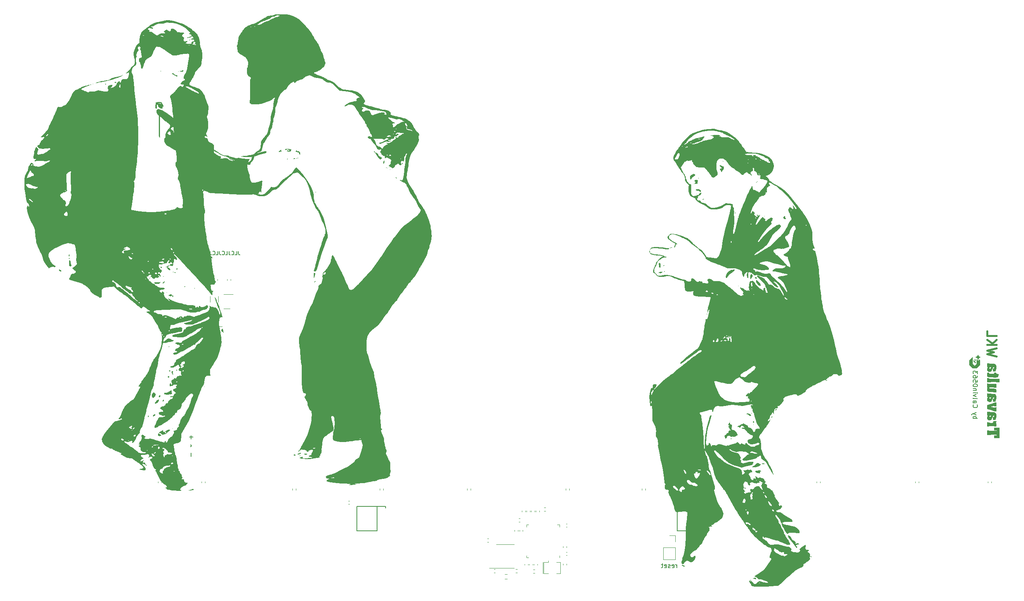
<source format=gbr>
%TF.GenerationSoftware,KiCad,Pcbnew,8.0.8*%
%TF.CreationDate,2025-03-01T19:11:54+01:00*%
%TF.ProjectId,travaulta WKL,74726176-6175-46c7-9461-20574b4c2e6b,rev?*%
%TF.SameCoordinates,Original*%
%TF.FileFunction,Legend,Bot*%
%TF.FilePolarity,Positive*%
%FSLAX46Y46*%
G04 Gerber Fmt 4.6, Leading zero omitted, Abs format (unit mm)*
G04 Created by KiCad (PCBNEW 8.0.8) date 2025-03-01 19:11:54*
%MOMM*%
%LPD*%
G01*
G04 APERTURE LIST*
%ADD10C,0.150000*%
%ADD11C,0.200000*%
%ADD12C,0.400000*%
%ADD13C,0.120000*%
%ADD14C,0.000000*%
%ADD15C,0.170180*%
%ADD16C,0.002540*%
G04 APERTURE END LIST*
D10*
X86245238Y-49568545D02*
X86245238Y-50139973D01*
X86245238Y-50139973D02*
X86283333Y-50254259D01*
X86283333Y-50254259D02*
X86359524Y-50330450D01*
X86359524Y-50330450D02*
X86473809Y-50368545D01*
X86473809Y-50368545D02*
X86550000Y-50368545D01*
X85483333Y-50368545D02*
X85864285Y-50368545D01*
X85864285Y-50368545D02*
X85864285Y-49568545D01*
X84759523Y-50292354D02*
X84797619Y-50330450D01*
X84797619Y-50330450D02*
X84911904Y-50368545D01*
X84911904Y-50368545D02*
X84988095Y-50368545D01*
X84988095Y-50368545D02*
X85102381Y-50330450D01*
X85102381Y-50330450D02*
X85178571Y-50254259D01*
X85178571Y-50254259D02*
X85216666Y-50178069D01*
X85216666Y-50178069D02*
X85254762Y-50025688D01*
X85254762Y-50025688D02*
X85254762Y-49911402D01*
X85254762Y-49911402D02*
X85216666Y-49759021D01*
X85216666Y-49759021D02*
X85178571Y-49682830D01*
X85178571Y-49682830D02*
X85102381Y-49606640D01*
X85102381Y-49606640D02*
X84988095Y-49568545D01*
X84988095Y-49568545D02*
X84911904Y-49568545D01*
X84911904Y-49568545D02*
X84797619Y-49606640D01*
X84797619Y-49606640D02*
X84759523Y-49644735D01*
X84188095Y-49568545D02*
X84188095Y-50139973D01*
X84188095Y-50139973D02*
X84226190Y-50254259D01*
X84226190Y-50254259D02*
X84302381Y-50330450D01*
X84302381Y-50330450D02*
X84416666Y-50368545D01*
X84416666Y-50368545D02*
X84492857Y-50368545D01*
X83426190Y-50368545D02*
X83807142Y-50368545D01*
X83807142Y-50368545D02*
X83807142Y-49568545D01*
X82702380Y-50292354D02*
X82740476Y-50330450D01*
X82740476Y-50330450D02*
X82854761Y-50368545D01*
X82854761Y-50368545D02*
X82930952Y-50368545D01*
X82930952Y-50368545D02*
X83045238Y-50330450D01*
X83045238Y-50330450D02*
X83121428Y-50254259D01*
X83121428Y-50254259D02*
X83159523Y-50178069D01*
X83159523Y-50178069D02*
X83197619Y-50025688D01*
X83197619Y-50025688D02*
X83197619Y-49911402D01*
X83197619Y-49911402D02*
X83159523Y-49759021D01*
X83159523Y-49759021D02*
X83121428Y-49682830D01*
X83121428Y-49682830D02*
X83045238Y-49606640D01*
X83045238Y-49606640D02*
X82930952Y-49568545D01*
X82930952Y-49568545D02*
X82854761Y-49568545D01*
X82854761Y-49568545D02*
X82740476Y-49606640D01*
X82740476Y-49606640D02*
X82702380Y-49644735D01*
X82130952Y-49568545D02*
X82130952Y-50139973D01*
X82130952Y-50139973D02*
X82169047Y-50254259D01*
X82169047Y-50254259D02*
X82245238Y-50330450D01*
X82245238Y-50330450D02*
X82359523Y-50368545D01*
X82359523Y-50368545D02*
X82435714Y-50368545D01*
X81369047Y-50368545D02*
X81749999Y-50368545D01*
X81749999Y-50368545D02*
X81749999Y-49568545D01*
X80645237Y-50292354D02*
X80683333Y-50330450D01*
X80683333Y-50330450D02*
X80797618Y-50368545D01*
X80797618Y-50368545D02*
X80873809Y-50368545D01*
X80873809Y-50368545D02*
X80988095Y-50330450D01*
X80988095Y-50330450D02*
X81064285Y-50254259D01*
X81064285Y-50254259D02*
X81102380Y-50178069D01*
X81102380Y-50178069D02*
X81140476Y-50025688D01*
X81140476Y-50025688D02*
X81140476Y-49911402D01*
X81140476Y-49911402D02*
X81102380Y-49759021D01*
X81102380Y-49759021D02*
X81064285Y-49682830D01*
X81064285Y-49682830D02*
X80988095Y-49606640D01*
X80988095Y-49606640D02*
X80873809Y-49568545D01*
X80873809Y-49568545D02*
X80797618Y-49568545D01*
X80797618Y-49568545D02*
X80683333Y-49606640D01*
X80683333Y-49606640D02*
X80645237Y-49644735D01*
X80073809Y-49568545D02*
X80073809Y-50139973D01*
X80073809Y-50139973D02*
X80111904Y-50254259D01*
X80111904Y-50254259D02*
X80188095Y-50330450D01*
X80188095Y-50330450D02*
X80302380Y-50368545D01*
X80302380Y-50368545D02*
X80378571Y-50368545D01*
X79311904Y-50368545D02*
X79692856Y-50368545D01*
X79692856Y-50368545D02*
X79692856Y-49568545D01*
X78588094Y-50292354D02*
X78626190Y-50330450D01*
X78626190Y-50330450D02*
X78740475Y-50368545D01*
X78740475Y-50368545D02*
X78816666Y-50368545D01*
X78816666Y-50368545D02*
X78930952Y-50330450D01*
X78930952Y-50330450D02*
X79007142Y-50254259D01*
X79007142Y-50254259D02*
X79045237Y-50178069D01*
X79045237Y-50178069D02*
X79083333Y-50025688D01*
X79083333Y-50025688D02*
X79083333Y-49911402D01*
X79083333Y-49911402D02*
X79045237Y-49759021D01*
X79045237Y-49759021D02*
X79007142Y-49682830D01*
X79007142Y-49682830D02*
X78930952Y-49606640D01*
X78930952Y-49606640D02*
X78816666Y-49568545D01*
X78816666Y-49568545D02*
X78740475Y-49568545D01*
X78740475Y-49568545D02*
X78626190Y-49606640D01*
X78626190Y-49606640D02*
X78588094Y-49644735D01*
X246401430Y-86129166D02*
X247401430Y-86129166D01*
X247020478Y-86129166D02*
X247068097Y-86033928D01*
X247068097Y-86033928D02*
X247068097Y-85843452D01*
X247068097Y-85843452D02*
X247020478Y-85748214D01*
X247020478Y-85748214D02*
X246972859Y-85700595D01*
X246972859Y-85700595D02*
X246877621Y-85652976D01*
X246877621Y-85652976D02*
X246591907Y-85652976D01*
X246591907Y-85652976D02*
X246496669Y-85700595D01*
X246496669Y-85700595D02*
X246449050Y-85748214D01*
X246449050Y-85748214D02*
X246401430Y-85843452D01*
X246401430Y-85843452D02*
X246401430Y-86033928D01*
X246401430Y-86033928D02*
X246449050Y-86129166D01*
X247068097Y-85319642D02*
X246401430Y-85081547D01*
X247068097Y-84843452D02*
X246401430Y-85081547D01*
X246401430Y-85081547D02*
X246163335Y-85176785D01*
X246163335Y-85176785D02*
X246115716Y-85224404D01*
X246115716Y-85224404D02*
X246068097Y-85319642D01*
X246496669Y-83129166D02*
X246449050Y-83176785D01*
X246449050Y-83176785D02*
X246401430Y-83319642D01*
X246401430Y-83319642D02*
X246401430Y-83414880D01*
X246401430Y-83414880D02*
X246449050Y-83557737D01*
X246449050Y-83557737D02*
X246544288Y-83652975D01*
X246544288Y-83652975D02*
X246639526Y-83700594D01*
X246639526Y-83700594D02*
X246830002Y-83748213D01*
X246830002Y-83748213D02*
X246972859Y-83748213D01*
X246972859Y-83748213D02*
X247163335Y-83700594D01*
X247163335Y-83700594D02*
X247258573Y-83652975D01*
X247258573Y-83652975D02*
X247353811Y-83557737D01*
X247353811Y-83557737D02*
X247401430Y-83414880D01*
X247401430Y-83414880D02*
X247401430Y-83319642D01*
X247401430Y-83319642D02*
X247353811Y-83176785D01*
X247353811Y-83176785D02*
X247306192Y-83129166D01*
X246401430Y-82272023D02*
X246925240Y-82272023D01*
X246925240Y-82272023D02*
X247020478Y-82319642D01*
X247020478Y-82319642D02*
X247068097Y-82414880D01*
X247068097Y-82414880D02*
X247068097Y-82605356D01*
X247068097Y-82605356D02*
X247020478Y-82700594D01*
X246449050Y-82272023D02*
X246401430Y-82367261D01*
X246401430Y-82367261D02*
X246401430Y-82605356D01*
X246401430Y-82605356D02*
X246449050Y-82700594D01*
X246449050Y-82700594D02*
X246544288Y-82748213D01*
X246544288Y-82748213D02*
X246639526Y-82748213D01*
X246639526Y-82748213D02*
X246734764Y-82700594D01*
X246734764Y-82700594D02*
X246782383Y-82605356D01*
X246782383Y-82605356D02*
X246782383Y-82367261D01*
X246782383Y-82367261D02*
X246830002Y-82272023D01*
X246401430Y-81652975D02*
X246449050Y-81748213D01*
X246449050Y-81748213D02*
X246544288Y-81795832D01*
X246544288Y-81795832D02*
X247401430Y-81795832D01*
X247068097Y-81367260D02*
X246401430Y-81129165D01*
X246401430Y-81129165D02*
X247068097Y-80891070D01*
X246401430Y-80510117D02*
X247068097Y-80510117D01*
X247401430Y-80510117D02*
X247353811Y-80557736D01*
X247353811Y-80557736D02*
X247306192Y-80510117D01*
X247306192Y-80510117D02*
X247353811Y-80462498D01*
X247353811Y-80462498D02*
X247401430Y-80510117D01*
X247401430Y-80510117D02*
X247306192Y-80510117D01*
X247068097Y-80033927D02*
X246401430Y-80033927D01*
X246972859Y-80033927D02*
X247020478Y-79986308D01*
X247020478Y-79986308D02*
X247068097Y-79891070D01*
X247068097Y-79891070D02*
X247068097Y-79748213D01*
X247068097Y-79748213D02*
X247020478Y-79652975D01*
X247020478Y-79652975D02*
X246925240Y-79605356D01*
X246925240Y-79605356D02*
X246401430Y-79605356D01*
X247401430Y-78938689D02*
X247401430Y-78843451D01*
X247401430Y-78843451D02*
X247353811Y-78748213D01*
X247353811Y-78748213D02*
X247306192Y-78700594D01*
X247306192Y-78700594D02*
X247210954Y-78652975D01*
X247210954Y-78652975D02*
X247020478Y-78605356D01*
X247020478Y-78605356D02*
X246782383Y-78605356D01*
X246782383Y-78605356D02*
X246591907Y-78652975D01*
X246591907Y-78652975D02*
X246496669Y-78700594D01*
X246496669Y-78700594D02*
X246449050Y-78748213D01*
X246449050Y-78748213D02*
X246401430Y-78843451D01*
X246401430Y-78843451D02*
X246401430Y-78938689D01*
X246401430Y-78938689D02*
X246449050Y-79033927D01*
X246449050Y-79033927D02*
X246496669Y-79081546D01*
X246496669Y-79081546D02*
X246591907Y-79129165D01*
X246591907Y-79129165D02*
X246782383Y-79176784D01*
X246782383Y-79176784D02*
X247020478Y-79176784D01*
X247020478Y-79176784D02*
X247210954Y-79129165D01*
X247210954Y-79129165D02*
X247306192Y-79081546D01*
X247306192Y-79081546D02*
X247353811Y-79033927D01*
X247353811Y-79033927D02*
X247401430Y-78938689D01*
X247401430Y-77700594D02*
X247401430Y-78176784D01*
X247401430Y-78176784D02*
X246925240Y-78224403D01*
X246925240Y-78224403D02*
X246972859Y-78176784D01*
X246972859Y-78176784D02*
X247020478Y-78081546D01*
X247020478Y-78081546D02*
X247020478Y-77843451D01*
X247020478Y-77843451D02*
X246972859Y-77748213D01*
X246972859Y-77748213D02*
X246925240Y-77700594D01*
X246925240Y-77700594D02*
X246830002Y-77652975D01*
X246830002Y-77652975D02*
X246591907Y-77652975D01*
X246591907Y-77652975D02*
X246496669Y-77700594D01*
X246496669Y-77700594D02*
X246449050Y-77748213D01*
X246449050Y-77748213D02*
X246401430Y-77843451D01*
X246401430Y-77843451D02*
X246401430Y-78081546D01*
X246401430Y-78081546D02*
X246449050Y-78176784D01*
X246449050Y-78176784D02*
X246496669Y-78224403D01*
X247401430Y-76795832D02*
X247401430Y-76986308D01*
X247401430Y-76986308D02*
X247353811Y-77081546D01*
X247353811Y-77081546D02*
X247306192Y-77129165D01*
X247306192Y-77129165D02*
X247163335Y-77224403D01*
X247163335Y-77224403D02*
X246972859Y-77272022D01*
X246972859Y-77272022D02*
X246591907Y-77272022D01*
X246591907Y-77272022D02*
X246496669Y-77224403D01*
X246496669Y-77224403D02*
X246449050Y-77176784D01*
X246449050Y-77176784D02*
X246401430Y-77081546D01*
X246401430Y-77081546D02*
X246401430Y-76891070D01*
X246401430Y-76891070D02*
X246449050Y-76795832D01*
X246449050Y-76795832D02*
X246496669Y-76748213D01*
X246496669Y-76748213D02*
X246591907Y-76700594D01*
X246591907Y-76700594D02*
X246830002Y-76700594D01*
X246830002Y-76700594D02*
X246925240Y-76748213D01*
X246925240Y-76748213D02*
X246972859Y-76795832D01*
X246972859Y-76795832D02*
X247020478Y-76891070D01*
X247020478Y-76891070D02*
X247020478Y-77081546D01*
X247020478Y-77081546D02*
X246972859Y-77176784D01*
X246972859Y-77176784D02*
X246925240Y-77224403D01*
X246925240Y-77224403D02*
X246830002Y-77272022D01*
X247401430Y-76367260D02*
X247401430Y-75748213D01*
X247401430Y-75748213D02*
X247020478Y-76081546D01*
X247020478Y-76081546D02*
X247020478Y-75938689D01*
X247020478Y-75938689D02*
X246972859Y-75843451D01*
X246972859Y-75843451D02*
X246925240Y-75795832D01*
X246925240Y-75795832D02*
X246830002Y-75748213D01*
X246830002Y-75748213D02*
X246591907Y-75748213D01*
X246591907Y-75748213D02*
X246496669Y-75795832D01*
X246496669Y-75795832D02*
X246449050Y-75843451D01*
X246449050Y-75843451D02*
X246401430Y-75938689D01*
X246401430Y-75938689D02*
X246401430Y-76224403D01*
X246401430Y-76224403D02*
X246449050Y-76319641D01*
X246449050Y-76319641D02*
X246496669Y-76367260D01*
X181800297Y-118723569D02*
X181800297Y-118056902D01*
X181800297Y-118247378D02*
X181752678Y-118152140D01*
X181752678Y-118152140D02*
X181705059Y-118104521D01*
X181705059Y-118104521D02*
X181609821Y-118056902D01*
X181609821Y-118056902D02*
X181514583Y-118056902D01*
X180800297Y-118675950D02*
X180895535Y-118723569D01*
X180895535Y-118723569D02*
X181086011Y-118723569D01*
X181086011Y-118723569D02*
X181181249Y-118675950D01*
X181181249Y-118675950D02*
X181228868Y-118580711D01*
X181228868Y-118580711D02*
X181228868Y-118199759D01*
X181228868Y-118199759D02*
X181181249Y-118104521D01*
X181181249Y-118104521D02*
X181086011Y-118056902D01*
X181086011Y-118056902D02*
X180895535Y-118056902D01*
X180895535Y-118056902D02*
X180800297Y-118104521D01*
X180800297Y-118104521D02*
X180752678Y-118199759D01*
X180752678Y-118199759D02*
X180752678Y-118294997D01*
X180752678Y-118294997D02*
X181228868Y-118390235D01*
X180371725Y-118675950D02*
X180276487Y-118723569D01*
X180276487Y-118723569D02*
X180086011Y-118723569D01*
X180086011Y-118723569D02*
X179990773Y-118675950D01*
X179990773Y-118675950D02*
X179943154Y-118580711D01*
X179943154Y-118580711D02*
X179943154Y-118533092D01*
X179943154Y-118533092D02*
X179990773Y-118437854D01*
X179990773Y-118437854D02*
X180086011Y-118390235D01*
X180086011Y-118390235D02*
X180228868Y-118390235D01*
X180228868Y-118390235D02*
X180324106Y-118342616D01*
X180324106Y-118342616D02*
X180371725Y-118247378D01*
X180371725Y-118247378D02*
X180371725Y-118199759D01*
X180371725Y-118199759D02*
X180324106Y-118104521D01*
X180324106Y-118104521D02*
X180228868Y-118056902D01*
X180228868Y-118056902D02*
X180086011Y-118056902D01*
X180086011Y-118056902D02*
X179990773Y-118104521D01*
X179133630Y-118675950D02*
X179228868Y-118723569D01*
X179228868Y-118723569D02*
X179419344Y-118723569D01*
X179419344Y-118723569D02*
X179514582Y-118675950D01*
X179514582Y-118675950D02*
X179562201Y-118580711D01*
X179562201Y-118580711D02*
X179562201Y-118199759D01*
X179562201Y-118199759D02*
X179514582Y-118104521D01*
X179514582Y-118104521D02*
X179419344Y-118056902D01*
X179419344Y-118056902D02*
X179228868Y-118056902D01*
X179228868Y-118056902D02*
X179133630Y-118104521D01*
X179133630Y-118104521D02*
X179086011Y-118199759D01*
X179086011Y-118199759D02*
X179086011Y-118294997D01*
X179086011Y-118294997D02*
X179562201Y-118390235D01*
X178800296Y-118056902D02*
X178419344Y-118056902D01*
X178657439Y-117723569D02*
X178657439Y-118580711D01*
X178657439Y-118580711D02*
X178609820Y-118675950D01*
X178609820Y-118675950D02*
X178514582Y-118723569D01*
X178514582Y-118723569D02*
X178419344Y-118723569D01*
D11*
X75858222Y-92303571D02*
X76029651Y-92074999D01*
X76029651Y-92074999D02*
X75858222Y-91846428D01*
D10*
X75896867Y-94377752D02*
X75896867Y-93615848D01*
D12*
X251503061Y-72516666D02*
X249503061Y-72040476D01*
X249503061Y-72040476D02*
X250931633Y-71659523D01*
X250931633Y-71659523D02*
X249503061Y-71278571D01*
X249503061Y-71278571D02*
X251503061Y-70802381D01*
X249503061Y-70040476D02*
X251503061Y-70040476D01*
X249503061Y-68897619D02*
X250645919Y-69754762D01*
X251503061Y-68897619D02*
X250360204Y-70040476D01*
X249503061Y-67088095D02*
X249503061Y-68040476D01*
X249503061Y-68040476D02*
X251503061Y-68040476D01*
D10*
X75926064Y-90552916D02*
X75926064Y-89791012D01*
X75545111Y-90171964D02*
X76307016Y-90171964D01*
D13*
%TO.C,Y1*%
X152616000Y-117945000D02*
X152616000Y-117545000D01*
X152616000Y-119945000D02*
X152616000Y-117945000D01*
X152816000Y-117945000D02*
X152816000Y-117545000D01*
X152816000Y-117945000D02*
X152816000Y-119945000D01*
X152816000Y-119945000D02*
X153816000Y-119945000D01*
X153816000Y-117545000D02*
X152816000Y-117545000D01*
X153816000Y-117545000D02*
X153816000Y-117145000D01*
X155616000Y-119945000D02*
X156416000Y-119945000D01*
X156416000Y-117545000D02*
X155616000Y-117545000D01*
X156416000Y-117945000D02*
X156416000Y-117545000D01*
X156416000Y-119945000D02*
X156416000Y-117945000D01*
%TO.C,C7*%
X147611836Y-108691000D02*
X147396164Y-108691000D01*
X147611836Y-107971000D02*
X147396164Y-107971000D01*
D14*
%TO.C,G\u002A\u002A\u002A*%
G36*
X246884250Y-73175750D02*
G01*
X246998250Y-73289737D01*
X246998250Y-73444737D01*
X246998250Y-73599737D01*
X246884250Y-73485750D01*
X246770250Y-73371764D01*
X246770250Y-73216764D01*
X246770250Y-73061764D01*
X246884250Y-73175750D01*
G37*
G36*
X246544546Y-73343433D02*
G01*
X246547988Y-73346713D01*
X246554000Y-73352568D01*
X246562432Y-73360850D01*
X246573132Y-73371408D01*
X246585951Y-73384093D01*
X246600736Y-73398755D01*
X246617338Y-73415244D01*
X246635606Y-73433411D01*
X246655388Y-73453105D01*
X246676535Y-73474177D01*
X246698895Y-73496476D01*
X246722317Y-73519855D01*
X246746652Y-73544162D01*
X246771747Y-73569247D01*
X246998250Y-73795744D01*
X246998250Y-73950744D01*
X246998250Y-74105744D01*
X246770250Y-73877750D01*
X246542250Y-73649757D01*
X246542250Y-73496254D01*
X246542251Y-73491811D01*
X246542277Y-73467615D01*
X246542338Y-73444669D01*
X246542432Y-73423278D01*
X246542555Y-73403747D01*
X246542705Y-73386383D01*
X246542878Y-73371490D01*
X246543072Y-73359375D01*
X246543283Y-73350343D01*
X246543509Y-73344700D01*
X246543747Y-73342750D01*
X246544546Y-73343433D01*
G37*
G36*
X246378250Y-73427756D02*
G01*
X246378250Y-74211758D01*
X246574250Y-74407750D01*
X246770250Y-74603743D01*
X246966250Y-74407750D01*
X247162251Y-74211758D01*
X247162250Y-73628254D01*
X247162254Y-73587545D01*
X247162265Y-73540377D01*
X247162284Y-73494388D01*
X247162310Y-73449734D01*
X247162344Y-73406572D01*
X247162385Y-73365058D01*
X247162432Y-73325349D01*
X247162485Y-73287603D01*
X247162545Y-73251975D01*
X247162610Y-73218623D01*
X247162680Y-73187704D01*
X247162755Y-73159373D01*
X247162834Y-73133789D01*
X247162918Y-73111107D01*
X247163006Y-73091485D01*
X247163097Y-73075078D01*
X247163192Y-73062045D01*
X247163289Y-73052541D01*
X247163389Y-73046724D01*
X247163491Y-73044750D01*
X247166252Y-73046138D01*
X247171432Y-73050080D01*
X247178683Y-73056238D01*
X247187658Y-73064275D01*
X247198012Y-73073854D01*
X247209397Y-73084636D01*
X247221467Y-73096285D01*
X247233875Y-73108463D01*
X247246275Y-73120833D01*
X247258319Y-73133058D01*
X247269662Y-73144799D01*
X247279956Y-73155720D01*
X247288855Y-73165483D01*
X247296013Y-73173750D01*
X247321196Y-73205099D01*
X247357718Y-73255242D01*
X247390774Y-73306861D01*
X247420483Y-73360194D01*
X247446968Y-73415480D01*
X247470347Y-73472960D01*
X247490742Y-73532872D01*
X247508272Y-73595455D01*
X247509795Y-73601380D01*
X247512289Y-73610575D01*
X247514403Y-73617730D01*
X247515950Y-73622229D01*
X247516743Y-73623455D01*
X247517352Y-73621820D01*
X247518675Y-73617094D01*
X247520205Y-73610750D01*
X247521578Y-73604883D01*
X247525358Y-73589958D01*
X247530006Y-73572806D01*
X247535218Y-73554484D01*
X247540688Y-73536054D01*
X247546112Y-73518572D01*
X247551186Y-73503100D01*
X247553967Y-73495024D01*
X247576541Y-73436046D01*
X247602446Y-73378903D01*
X247631547Y-73323851D01*
X247663709Y-73271148D01*
X247698797Y-73221053D01*
X247700145Y-73219256D01*
X247705954Y-73211524D01*
X247710778Y-73205128D01*
X247714146Y-73200692D01*
X247715587Y-73198837D01*
X247715962Y-73199083D01*
X247718733Y-73201592D01*
X247724016Y-73206626D01*
X247731600Y-73213977D01*
X247741273Y-73223438D01*
X247752823Y-73234800D01*
X247766039Y-73247854D01*
X247780709Y-73262393D01*
X247796622Y-73278207D01*
X247813566Y-73295089D01*
X247831331Y-73312831D01*
X247946250Y-73427737D01*
X247946250Y-73918742D01*
X247946250Y-74409747D01*
X247554752Y-74801249D01*
X247163254Y-75192751D01*
X246770254Y-75192751D01*
X246377254Y-75192750D01*
X245985752Y-74801252D01*
X245594250Y-74409754D01*
X245594250Y-73918750D01*
X245594250Y-73427747D01*
X245986250Y-73035750D01*
X246378250Y-72643754D01*
X246378250Y-73427756D01*
G37*
G36*
X247517014Y-72094903D02*
G01*
X247517950Y-72098277D01*
X247519611Y-72104594D01*
X247521777Y-72113009D01*
X247524228Y-72122676D01*
X247530116Y-72144599D01*
X247546142Y-72194303D01*
X247565682Y-72243701D01*
X247588431Y-72292168D01*
X247614082Y-72339082D01*
X247642330Y-72383817D01*
X247672868Y-72425750D01*
X247688668Y-72445170D01*
X247709612Y-72469145D01*
X247731997Y-72493126D01*
X247754975Y-72516236D01*
X247777701Y-72537602D01*
X247799326Y-72556348D01*
X247818452Y-72571664D01*
X247865513Y-72605738D01*
X247914639Y-72636411D01*
X247965699Y-72663617D01*
X248018563Y-72687289D01*
X248073102Y-72707361D01*
X248129185Y-72723768D01*
X248133714Y-72724936D01*
X248142644Y-72727335D01*
X248148249Y-72729060D01*
X248150941Y-72730278D01*
X248151131Y-72731155D01*
X248149229Y-72731856D01*
X248113692Y-72741026D01*
X248057774Y-72758553D01*
X248004049Y-72779372D01*
X247952392Y-72803538D01*
X247902674Y-72831109D01*
X247854769Y-72862139D01*
X247830018Y-72880093D01*
X247786277Y-72915527D01*
X247745050Y-72953847D01*
X247706491Y-72994833D01*
X247670754Y-73038261D01*
X247637992Y-73083912D01*
X247608360Y-73131564D01*
X247582012Y-73180995D01*
X247559101Y-73231984D01*
X247539780Y-73284310D01*
X247524205Y-73337750D01*
X247523632Y-73340003D01*
X247521146Y-73349460D01*
X247518954Y-73357332D01*
X247517276Y-73362853D01*
X247516332Y-73365256D01*
X247515730Y-73364805D01*
X247514312Y-73361347D01*
X247512456Y-73355248D01*
X247510405Y-73347256D01*
X247505818Y-73329198D01*
X247495238Y-73293578D01*
X247482515Y-73256983D01*
X247468088Y-73220633D01*
X247452396Y-73185750D01*
X247433400Y-73148575D01*
X247404527Y-73099520D01*
X247372480Y-73052706D01*
X247337424Y-73008279D01*
X247299522Y-72966384D01*
X247258937Y-72927165D01*
X247215833Y-72890768D01*
X247170373Y-72857339D01*
X247122721Y-72827021D01*
X247073041Y-72799961D01*
X247021497Y-72776303D01*
X246968250Y-72756192D01*
X246960304Y-72753539D01*
X246950808Y-72750487D01*
X246941080Y-72747524D01*
X246930391Y-72744440D01*
X246918010Y-72741026D01*
X246903206Y-72737070D01*
X246885250Y-72732365D01*
X246883773Y-72731975D01*
X246881325Y-72731189D01*
X246880644Y-72730418D01*
X246882153Y-72729466D01*
X246886274Y-72728133D01*
X246893430Y-72726221D01*
X246904043Y-72723531D01*
X246908028Y-72722502D01*
X246920798Y-72718984D01*
X246935293Y-72714746D01*
X246950015Y-72710231D01*
X246963471Y-72705885D01*
X247004349Y-72691049D01*
X247056751Y-72668392D01*
X247107153Y-72642400D01*
X247155427Y-72613215D01*
X247201439Y-72580978D01*
X247245058Y-72545830D01*
X247286153Y-72507912D01*
X247324593Y-72467364D01*
X247360245Y-72424328D01*
X247392979Y-72378944D01*
X247422663Y-72331354D01*
X247449165Y-72281699D01*
X247472354Y-72230119D01*
X247492098Y-72176756D01*
X247508267Y-72121750D01*
X247509940Y-72115399D01*
X247512471Y-72106425D01*
X247514609Y-72099609D01*
X247516169Y-72095525D01*
X247516966Y-72094750D01*
X247517014Y-72094903D01*
G37*
D13*
%TO.C,C12*%
X181550350Y-104174305D02*
X181766022Y-104174305D01*
X181550350Y-104894305D02*
X181766022Y-104894305D01*
%TO.C,C15*%
X149391000Y-117912164D02*
X149391000Y-118127836D01*
X148671000Y-117912164D02*
X148671000Y-118127836D01*
D14*
%TO.C,G\u002A\u002A\u002A*%
G36*
X99737333Y-28913667D02*
G01*
X99695000Y-28956000D01*
X99652666Y-28913667D01*
X99695000Y-28871334D01*
X99737333Y-28913667D01*
G37*
G36*
X73152000Y-52197000D02*
G01*
X73109666Y-52239334D01*
X73067333Y-52197000D01*
X73109666Y-52154667D01*
X73152000Y-52197000D01*
G37*
G36*
X72898000Y-59817000D02*
G01*
X72855666Y-59859334D01*
X72813333Y-59817000D01*
X72855666Y-59774667D01*
X72898000Y-59817000D01*
G37*
G36*
X72728666Y-75141667D02*
G01*
X72686333Y-75184000D01*
X72644000Y-75141667D01*
X72686333Y-75099334D01*
X72728666Y-75141667D01*
G37*
G36*
X72728666Y-54059667D02*
G01*
X72686333Y-54102000D01*
X72644000Y-54059667D01*
X72686333Y-54017334D01*
X72728666Y-54059667D01*
G37*
G36*
X72136000Y-53043667D02*
G01*
X72093666Y-53086000D01*
X72051333Y-53043667D01*
X72093666Y-53001334D01*
X72136000Y-53043667D01*
G37*
G36*
X70866000Y-52197000D02*
G01*
X70823666Y-52239334D01*
X70781333Y-52197000D01*
X70823666Y-52154667D01*
X70866000Y-52197000D01*
G37*
G36*
X70781333Y-59647667D02*
G01*
X70739000Y-59690000D01*
X70696666Y-59647667D01*
X70739000Y-59605334D01*
X70781333Y-59647667D01*
G37*
G36*
X70696666Y-14012334D02*
G01*
X70654333Y-14054667D01*
X70612000Y-14012334D01*
X70654333Y-13970000D01*
X70696666Y-14012334D01*
G37*
G36*
X69850000Y-97070334D02*
G01*
X69807666Y-97112667D01*
X69765333Y-97070334D01*
X69807666Y-97028000D01*
X69850000Y-97070334D01*
G37*
G36*
X61468000Y-10879667D02*
G01*
X61425666Y-10922000D01*
X61383333Y-10879667D01*
X61425666Y-10837334D01*
X61468000Y-10879667D01*
G37*
G36*
X54864000Y-12996334D02*
G01*
X54821666Y-13038667D01*
X54779333Y-12996334D01*
X54821666Y-12954000D01*
X54864000Y-12996334D01*
G37*
G36*
X54356000Y-13165667D02*
G01*
X54313666Y-13208000D01*
X54271333Y-13165667D01*
X54313666Y-13123334D01*
X54356000Y-13165667D01*
G37*
G36*
X43010666Y-25273000D02*
G01*
X42968333Y-25315334D01*
X42926000Y-25273000D01*
X42968333Y-25230667D01*
X43010666Y-25273000D01*
G37*
G36*
X78881111Y-79191556D02*
G01*
X78894357Y-79217022D01*
X78824666Y-79248000D01*
X78779844Y-79241890D01*
X78768222Y-79191556D01*
X78780631Y-79181423D01*
X78881111Y-79191556D01*
G37*
G36*
X73208444Y-10357556D02*
G01*
X73221690Y-10383022D01*
X73152000Y-10414000D01*
X73107178Y-10407890D01*
X73095555Y-10357556D01*
X73107965Y-10347423D01*
X73208444Y-10357556D01*
G37*
G36*
X70668444Y-58617556D02*
G01*
X70681690Y-58643022D01*
X70612000Y-58674000D01*
X70567178Y-58667890D01*
X70555555Y-58617556D01*
X70567965Y-58607423D01*
X70668444Y-58617556D01*
G37*
G36*
X69357875Y-10271497D02*
G01*
X69397064Y-10301972D01*
X69306722Y-10322649D01*
X69220848Y-10316663D01*
X69195597Y-10278181D01*
X69225551Y-10261403D01*
X69357875Y-10271497D01*
G37*
G36*
X69074631Y-28532667D02*
G01*
X69062829Y-28649136D01*
X69031927Y-28638500D01*
X69020744Y-28600176D01*
X69031927Y-28426834D01*
X69061326Y-28412471D01*
X69074631Y-28532667D01*
G37*
G36*
X54581778Y-13066889D02*
G01*
X54595023Y-13092355D01*
X54525333Y-13123334D01*
X54480511Y-13117223D01*
X54468889Y-13066889D01*
X54481298Y-13056756D01*
X54581778Y-13066889D01*
G37*
G36*
X49516631Y-38100000D02*
G01*
X49504829Y-38216470D01*
X49473927Y-38205834D01*
X49462744Y-38167509D01*
X49473927Y-37994167D01*
X49503326Y-37979805D01*
X49516631Y-38100000D01*
G37*
G36*
X76749480Y-57656619D02*
G01*
X76757866Y-57701010D01*
X76670663Y-57742667D01*
X76627916Y-57741011D01*
X76542409Y-57701016D01*
X76617483Y-57619283D01*
X76648011Y-57607777D01*
X76749480Y-57656619D01*
G37*
G36*
X72848771Y-75459199D02*
G01*
X72898000Y-75557945D01*
X72880576Y-75623830D01*
X72763944Y-75692000D01*
X72671434Y-75643129D01*
X72685650Y-75541676D01*
X72797458Y-75457403D01*
X72848771Y-75459199D01*
G37*
G36*
X72116041Y-54062217D02*
G01*
X72096294Y-54182415D01*
X72068123Y-54213339D01*
X71953439Y-54220825D01*
X71916201Y-54183020D01*
X71957878Y-54076922D01*
X72034139Y-54029844D01*
X72116041Y-54062217D01*
G37*
G36*
X71932418Y-88294252D02*
G01*
X71906282Y-88331863D01*
X71834670Y-88392000D01*
X71822834Y-88391176D01*
X71804188Y-88342166D01*
X71895082Y-88256915D01*
X71942397Y-88236315D01*
X71932418Y-88294252D01*
G37*
G36*
X69999757Y-55050032D02*
G01*
X69934666Y-55118000D01*
X69857970Y-55165470D01*
X69777866Y-55194150D01*
X69807666Y-55118000D01*
X69825790Y-55094941D01*
X69960830Y-55034630D01*
X69999757Y-55050032D01*
G37*
G36*
X69138418Y-52818918D02*
G01*
X69112282Y-52856530D01*
X69040670Y-52916667D01*
X69028834Y-52915843D01*
X69010188Y-52866832D01*
X69101082Y-52781582D01*
X69148397Y-52760981D01*
X69138418Y-52818918D01*
G37*
G36*
X57315081Y-12993706D02*
G01*
X57346006Y-13021877D01*
X57353491Y-13136561D01*
X57315686Y-13173799D01*
X57209588Y-13132122D01*
X57162511Y-13055861D01*
X57194883Y-12973959D01*
X57315081Y-12993706D01*
G37*
G36*
X96959084Y-29389696D02*
G01*
X97028000Y-29464000D01*
X97025719Y-29484088D01*
X96948330Y-29548667D01*
X96924576Y-29545437D01*
X96816333Y-29464000D01*
X96808368Y-29420379D01*
X96896003Y-29379334D01*
X96959084Y-29389696D01*
G37*
G36*
X75759769Y-3404246D02*
G01*
X75692000Y-3471334D01*
X75619472Y-3511251D01*
X75480333Y-3553407D01*
X75454897Y-3538421D01*
X75522666Y-3471334D01*
X75595194Y-3431416D01*
X75734333Y-3389260D01*
X75759769Y-3404246D01*
G37*
G36*
X74607423Y-57244219D02*
G01*
X74676000Y-57319334D01*
X74661672Y-57358283D01*
X74549000Y-57404000D01*
X74490576Y-57394448D01*
X74422000Y-57319334D01*
X74436328Y-57280384D01*
X74549000Y-57234667D01*
X74607423Y-57244219D01*
G37*
G36*
X71155620Y-70364648D02*
G01*
X71162333Y-70442667D01*
X71144956Y-70468005D01*
X71072670Y-70527334D01*
X71064220Y-70525132D01*
X71035333Y-70442667D01*
X71038779Y-70419461D01*
X71124997Y-70358000D01*
X71155620Y-70364648D01*
G37*
G36*
X69313778Y-18739556D02*
G01*
X69326013Y-18761013D01*
X69303148Y-18875034D01*
X69248388Y-18933706D01*
X69141272Y-18960203D01*
X69088000Y-18885664D01*
X69113541Y-18813882D01*
X69214750Y-18733172D01*
X69313778Y-18739556D01*
G37*
G36*
X66994473Y-55384184D02*
G01*
X67013666Y-55456667D01*
X66996337Y-55479789D01*
X66881670Y-55541334D01*
X66862767Y-55538910D01*
X66802000Y-55456667D01*
X66818154Y-55416205D01*
X66933997Y-55372000D01*
X66994473Y-55384184D01*
G37*
G36*
X49401129Y-51070155D02*
G01*
X49445333Y-51185997D01*
X49433150Y-51246473D01*
X49360666Y-51265667D01*
X49337544Y-51248337D01*
X49276000Y-51133670D01*
X49278423Y-51114768D01*
X49360666Y-51054000D01*
X49401129Y-51070155D01*
G37*
G36*
X99245755Y-29226733D02*
G01*
X99273684Y-29246082D01*
X99144666Y-29294667D01*
X98947951Y-29346406D01*
X98807800Y-29364199D01*
X98762849Y-29346953D01*
X98848333Y-29294667D01*
X98964613Y-29256323D01*
X99187000Y-29224391D01*
X99245755Y-29226733D01*
G37*
G36*
X72942398Y-53320567D02*
G01*
X72952426Y-53460493D01*
X72948271Y-53510440D01*
X72905419Y-53612434D01*
X72792166Y-53582637D01*
X72682776Y-53514415D01*
X72665401Y-53438454D01*
X72804260Y-53344856D01*
X72860902Y-53317064D01*
X72942398Y-53320567D01*
G37*
G36*
X71323680Y-75610260D02*
G01*
X71413005Y-75706625D01*
X71401487Y-75805624D01*
X71401206Y-75805905D01*
X71272683Y-75855093D01*
X71128206Y-75744221D01*
X71077107Y-75648518D01*
X71153982Y-75579920D01*
X71193731Y-75571443D01*
X71323680Y-75610260D01*
G37*
G36*
X71057364Y-76894919D02*
G01*
X71175220Y-76990972D01*
X71162333Y-77131334D01*
X71152401Y-77146431D01*
X71036556Y-77210741D01*
X70882933Y-77114400D01*
X70809644Y-77024932D01*
X70801863Y-76915989D01*
X70945670Y-76877334D01*
X71057364Y-76894919D01*
G37*
G36*
X69474833Y-53007080D02*
G01*
X69557704Y-53128127D01*
X69558244Y-53247927D01*
X69519087Y-53282034D01*
X69381622Y-53284911D01*
X69303990Y-53228638D01*
X69259748Y-53087716D01*
X69332407Y-52964929D01*
X69365474Y-52954765D01*
X69474833Y-53007080D01*
G37*
G36*
X66701759Y-85578951D02*
G01*
X66685160Y-85729055D01*
X66654426Y-85784518D01*
X66550657Y-85852000D01*
X66491691Y-85825045D01*
X66470497Y-85699883D01*
X66538713Y-85525461D01*
X66569312Y-85488855D01*
X66651478Y-85482668D01*
X66701759Y-85578951D01*
G37*
G36*
X49445333Y-50440167D02*
G01*
X49436663Y-50534991D01*
X49388889Y-50658889D01*
X49319294Y-50708713D01*
X49225203Y-50685069D01*
X49206611Y-50531465D01*
X49234933Y-50431446D01*
X49319089Y-50326059D01*
X49405589Y-50322707D01*
X49445333Y-50440167D01*
G37*
G36*
X98569772Y-29309325D02*
G01*
X98636666Y-29379334D01*
X98635875Y-29385761D01*
X98548765Y-29440816D01*
X98361500Y-29462704D01*
X98258864Y-29459781D01*
X98163845Y-29435551D01*
X98213333Y-29379334D01*
X98236335Y-29365458D01*
X98413916Y-29304700D01*
X98569772Y-29309325D01*
G37*
G36*
X72332352Y-54173957D02*
G01*
X72403628Y-54214978D01*
X72517197Y-54207099D01*
X72543845Y-54189986D01*
X72525577Y-54250167D01*
X72482204Y-54309619D01*
X72367825Y-54344411D01*
X72270120Y-54217025D01*
X72268741Y-54213416D01*
X72251500Y-54125671D01*
X72332352Y-54173957D01*
G37*
G36*
X70187370Y-56282167D02*
G01*
X70186881Y-56291852D01*
X70105463Y-56457938D01*
X69934666Y-56575546D01*
X69793230Y-56599870D01*
X69741953Y-56535467D01*
X69829823Y-56385067D01*
X69858300Y-56354221D01*
X70006183Y-56247340D01*
X70134130Y-56218068D01*
X70187370Y-56282167D01*
G37*
G36*
X69985470Y-82075876D02*
G01*
X69997611Y-82167458D01*
X69934545Y-82338480D01*
X69863658Y-82400362D01*
X69755740Y-82417071D01*
X69701332Y-82358040D01*
X69695829Y-82201848D01*
X69806665Y-82042832D01*
X69807757Y-82041927D01*
X69918591Y-81985820D01*
X69985470Y-82075876D01*
G37*
G36*
X69140524Y-30394938D02*
G01*
X69144201Y-30649334D01*
X69143715Y-30752938D01*
X69137658Y-30964113D01*
X69126133Y-31041301D01*
X69110990Y-30966834D01*
X69097290Y-30649751D01*
X69110990Y-30331834D01*
X69116651Y-30287004D01*
X69130725Y-30268272D01*
X69140524Y-30394938D01*
G37*
G36*
X69109562Y-81026349D02*
G01*
X69205709Y-81101408D01*
X69231200Y-81254326D01*
X69171772Y-81408078D01*
X69098653Y-81483827D01*
X68975588Y-81521685D01*
X68883931Y-81396269D01*
X68880664Y-81255079D01*
X68965634Y-81096965D01*
X69101024Y-81026000D01*
X69109562Y-81026349D01*
G37*
G36*
X59581794Y-12653163D02*
G01*
X59599726Y-12660192D01*
X59679484Y-12716125D01*
X59602960Y-12787925D01*
X59562509Y-12811539D01*
X59360406Y-12863775D01*
X59223964Y-12784069D01*
X59212052Y-12751042D01*
X59266669Y-12668838D01*
X59409953Y-12628881D01*
X59581794Y-12653163D01*
G37*
G36*
X47414087Y-53649400D02*
G01*
X47573109Y-53741019D01*
X47662388Y-53851025D01*
X47610889Y-53960889D01*
X47511931Y-54013354D01*
X47331855Y-53985511D01*
X47176831Y-53844556D01*
X47138306Y-53775847D01*
X47108475Y-53625730D01*
X47204733Y-53580019D01*
X47414087Y-53649400D01*
G37*
G36*
X82845925Y-66505105D02*
G01*
X82892705Y-66663712D01*
X82937946Y-66963454D01*
X82998266Y-67418170D01*
X82727985Y-67218342D01*
X82628078Y-67131137D01*
X82493801Y-66909383D01*
X82500325Y-66692087D01*
X82651772Y-66517201D01*
X82677371Y-66501548D01*
X82780012Y-66460196D01*
X82845925Y-66505105D01*
G37*
G36*
X68065148Y-85178167D02*
G01*
X68144729Y-85222309D01*
X68100506Y-85333050D01*
X67928625Y-85530425D01*
X67892549Y-85566570D01*
X67728639Y-85688249D01*
X67624409Y-85692276D01*
X67610707Y-85673446D01*
X67616888Y-85539895D01*
X67710434Y-85374619D01*
X67850707Y-85234062D01*
X67997071Y-85174667D01*
X68065148Y-85178167D01*
G37*
G36*
X74252666Y-10186220D02*
G01*
X74242103Y-10246496D01*
X74146833Y-10357927D01*
X74113770Y-10369556D01*
X73833532Y-10395305D01*
X73490666Y-10336649D01*
X73445900Y-10323421D01*
X73367378Y-10287395D01*
X73423719Y-10256972D01*
X73631432Y-10218271D01*
X73703567Y-10205840D01*
X73951563Y-10154954D01*
X74118265Y-10108791D01*
X74199545Y-10096960D01*
X74252666Y-10186220D01*
G37*
G36*
X71994459Y-75862875D02*
G01*
X71972803Y-76019200D01*
X71942563Y-76102397D01*
X71971278Y-76289229D01*
X72008057Y-76355455D01*
X72050037Y-76481375D01*
X72027329Y-76514505D01*
X71904455Y-76522797D01*
X71825212Y-76471226D01*
X71736873Y-76308380D01*
X71688494Y-76099319D01*
X71692942Y-75909451D01*
X71763084Y-75804182D01*
X71892112Y-75785995D01*
X71994459Y-75862875D01*
G37*
G36*
X95588666Y-27509742D02*
G01*
X95593510Y-27555922D01*
X95637805Y-27715537D01*
X95647153Y-27750945D01*
X95597273Y-27832717D01*
X95404972Y-27878245D01*
X95400443Y-27878801D01*
X95166365Y-27905926D01*
X94996000Y-27923009D01*
X94970371Y-27911453D01*
X95015987Y-27825796D01*
X95162135Y-27682559D01*
X95192810Y-27656542D01*
X95419672Y-27484871D01*
X95548153Y-27437344D01*
X95588666Y-27509742D01*
G37*
G36*
X76507091Y-101554877D02*
G01*
X76431901Y-101667582D01*
X76291200Y-101736975D01*
X76073000Y-101791489D01*
X75813318Y-101818803D01*
X75522666Y-101834114D01*
X75412326Y-101834874D01*
X75343894Y-101825172D01*
X75419474Y-101794800D01*
X75649666Y-101735529D01*
X75791708Y-101697824D01*
X76066738Y-101610445D01*
X76258362Y-101530834D01*
X76312004Y-101505993D01*
X76453790Y-101490506D01*
X76507091Y-101554877D01*
G37*
G36*
X68901165Y-89414658D02*
G01*
X69118142Y-89543124D01*
X69129883Y-89551124D01*
X69314791Y-89692340D01*
X69374461Y-89791735D01*
X69331757Y-89886009D01*
X69247648Y-89948838D01*
X69051581Y-89965376D01*
X68936731Y-89939124D01*
X68770500Y-89917156D01*
X68730713Y-89902309D01*
X68675136Y-89782990D01*
X68674246Y-89602285D01*
X68733429Y-89430834D01*
X68776433Y-89394579D01*
X68901165Y-89414658D01*
G37*
G36*
X68918666Y-82045934D02*
G01*
X68916390Y-82081585D01*
X68840434Y-82303267D01*
X68688893Y-82540853D01*
X68505508Y-82735732D01*
X68334024Y-82829292D01*
X68176785Y-82854606D01*
X68058188Y-82875981D01*
X68031859Y-82844164D01*
X68065189Y-82715675D01*
X68147671Y-82535329D01*
X68256106Y-82352587D01*
X68367296Y-82216913D01*
X68515980Y-82104730D01*
X68707526Y-82011572D01*
X68857839Y-81986985D01*
X68918666Y-82045934D01*
G37*
G36*
X67871859Y-80442728D02*
G01*
X68019125Y-80605580D01*
X68173623Y-80809977D01*
X68224888Y-80974710D01*
X68162629Y-81147155D01*
X67984314Y-81383894D01*
X67876564Y-81505378D01*
X67700482Y-81634039D01*
X67554408Y-81612912D01*
X67411515Y-81444850D01*
X67359888Y-81269028D01*
X67381028Y-80990561D01*
X67479087Y-80706363D01*
X67637768Y-80485529D01*
X67678584Y-80449611D01*
X67776057Y-80396314D01*
X67871859Y-80442728D01*
G37*
G36*
X71712666Y-59091628D02*
G01*
X71745169Y-59148321D01*
X71882000Y-59224334D01*
X71980363Y-59286196D01*
X72051333Y-59441706D01*
X72036237Y-59534677D01*
X71966666Y-59605334D01*
X71925703Y-59588530D01*
X71882000Y-59471606D01*
X71881065Y-59450818D01*
X71823162Y-59374475D01*
X71649166Y-59385005D01*
X71454691Y-59388521D01*
X71204666Y-59313445D01*
X70993000Y-59194759D01*
X71231345Y-59103713D01*
X71450917Y-59034953D01*
X71643348Y-59021036D01*
X71712666Y-59091628D01*
G37*
G36*
X69222768Y-56326741D02*
G01*
X69191988Y-56422552D01*
X69072431Y-56570766D01*
X69018079Y-56621887D01*
X68809412Y-56735585D01*
X68519733Y-56761662D01*
X68491968Y-56760703D01*
X68189236Y-56710091D01*
X67980473Y-56600547D01*
X67902666Y-56450708D01*
X67943442Y-56416390D01*
X68129123Y-56395607D01*
X68446350Y-56408458D01*
X68672622Y-56419995D01*
X68941091Y-56407972D01*
X69079939Y-56362195D01*
X69126735Y-56326474D01*
X69219187Y-56321632D01*
X69222768Y-56326741D01*
G37*
G36*
X49552184Y-51699432D02*
G01*
X49569934Y-51733826D01*
X49643659Y-51910792D01*
X49652512Y-52003933D01*
X49646893Y-52021543D01*
X49671354Y-52155018D01*
X49745821Y-52363217D01*
X49771361Y-52428804D01*
X49832178Y-52651643D01*
X49834256Y-52799550D01*
X49810060Y-52843184D01*
X49656430Y-52913723D01*
X49409925Y-52865275D01*
X49334758Y-52783801D01*
X49284834Y-52554799D01*
X49289032Y-52209623D01*
X49348773Y-51773667D01*
X49411788Y-51435000D01*
X49552184Y-51699432D01*
G37*
G36*
X99060000Y-27695875D02*
G01*
X99091987Y-27743512D01*
X99223511Y-27747657D01*
X99334917Y-27743819D01*
X99529046Y-27842284D01*
X99677903Y-28036971D01*
X99737333Y-28281965D01*
X99725888Y-28415219D01*
X99664003Y-28521164D01*
X99570262Y-28474523D01*
X99469670Y-28275865D01*
X99408815Y-28144122D01*
X99266586Y-28013230D01*
X99011850Y-27920559D01*
X98812254Y-27858051D01*
X98712660Y-27790546D01*
X98735143Y-27711694D01*
X98735590Y-27711156D01*
X98869563Y-27618638D01*
X99000827Y-27612418D01*
X99060000Y-27695875D01*
G37*
G36*
X71988925Y-10711520D02*
G01*
X72207617Y-10867165D01*
X72221525Y-10880141D01*
X72460311Y-11044628D01*
X72710563Y-11142746D01*
X72877941Y-11187527D01*
X72978069Y-11266588D01*
X72926222Y-11373556D01*
X72880765Y-11407351D01*
X72700688Y-11409395D01*
X72451563Y-11260667D01*
X72444354Y-11255026D01*
X72275434Y-11138650D01*
X72164979Y-11089451D01*
X72164340Y-11089428D01*
X72051775Y-11039996D01*
X71882552Y-10925371D01*
X71760875Y-10824545D01*
X71732847Y-10755725D01*
X71824107Y-10704589D01*
X71988925Y-10711520D01*
G37*
G36*
X71711659Y-80065281D02*
G01*
X71687995Y-80239193D01*
X71677983Y-80438379D01*
X71732775Y-80588909D01*
X71746254Y-80603000D01*
X71787258Y-80702526D01*
X71691092Y-80781882D01*
X71441796Y-80855702D01*
X71264471Y-80882157D01*
X70951036Y-80902860D01*
X70612000Y-80904997D01*
X70542298Y-80903042D01*
X70274748Y-80889390D01*
X70130915Y-80858427D01*
X70072615Y-80794747D01*
X70061666Y-80682943D01*
X70062183Y-80645131D01*
X70088437Y-80534288D01*
X70188643Y-80494495D01*
X70409774Y-80501234D01*
X70513310Y-80505823D01*
X70774384Y-80464835D01*
X71008129Y-80316232D01*
X71029868Y-80298434D01*
X71269058Y-80142359D01*
X71498597Y-80045371D01*
X71656427Y-80015530D01*
X71711659Y-80065281D01*
G37*
G36*
X97320272Y-27268917D02*
G01*
X97604036Y-27302829D01*
X97750989Y-27375994D01*
X97779142Y-27499343D01*
X97706508Y-27683805D01*
X97618220Y-27794829D01*
X97474172Y-27841379D01*
X97219773Y-27838588D01*
X97147172Y-27832416D01*
X96901416Y-27780061D01*
X96790422Y-27694245D01*
X96784532Y-27642218D01*
X96856587Y-27605678D01*
X97058970Y-27625422D01*
X97218443Y-27640032D01*
X97350171Y-27607816D01*
X97329746Y-27525747D01*
X97148727Y-27413736D01*
X97142800Y-27411053D01*
X96937854Y-27357609D01*
X96757000Y-27422968D01*
X96722593Y-27443649D01*
X96579432Y-27484758D01*
X96448797Y-27397083D01*
X96411745Y-27356229D01*
X96399900Y-27305903D01*
X96478573Y-27277708D01*
X96674024Y-27265384D01*
X97012514Y-27262667D01*
X97320272Y-27268917D01*
G37*
G36*
X68982817Y-19005476D02*
G01*
X69032518Y-19075136D01*
X69072502Y-19212307D01*
X69103651Y-19431529D01*
X69126850Y-19747343D01*
X69142982Y-20174289D01*
X69152931Y-20726909D01*
X69157580Y-21419743D01*
X69157813Y-22267334D01*
X69156768Y-22636043D01*
X69153234Y-23245990D01*
X69147835Y-23780185D01*
X69140896Y-24219914D01*
X69132742Y-24546458D01*
X69123698Y-24741103D01*
X69114089Y-24785130D01*
X69078773Y-24709907D01*
X68996925Y-24684294D01*
X68979794Y-24694315D01*
X68958388Y-24697129D01*
X68941157Y-24671654D01*
X68927552Y-24602217D01*
X68917022Y-24473147D01*
X68909019Y-24268774D01*
X68902993Y-23973425D01*
X68898394Y-23571430D01*
X68894673Y-23047117D01*
X68891280Y-22384815D01*
X68887665Y-21568852D01*
X68886563Y-20915721D01*
X68890377Y-20235190D01*
X68899707Y-19695541D01*
X68914355Y-19303870D01*
X68934126Y-19067274D01*
X68958824Y-18992849D01*
X68982817Y-19005476D01*
G37*
G36*
X71374926Y-53513527D02*
G01*
X71401159Y-53645347D01*
X71365292Y-53704872D01*
X71227237Y-53761740D01*
X71063990Y-53706670D01*
X70935261Y-53551667D01*
X70885935Y-53467000D01*
X71035333Y-53467000D01*
X71077666Y-53509334D01*
X71120000Y-53467000D01*
X71077666Y-53424667D01*
X71035333Y-53467000D01*
X70885935Y-53467000D01*
X70851718Y-53408267D01*
X70770400Y-53340000D01*
X70742482Y-53322344D01*
X70750715Y-53213000D01*
X70752341Y-53124823D01*
X70626055Y-53086000D01*
X70518459Y-53069102D01*
X70392248Y-52988252D01*
X70371510Y-52938095D01*
X70437634Y-52955890D01*
X70440726Y-52957693D01*
X70583185Y-52952692D01*
X70779812Y-52846512D01*
X70927853Y-52753641D01*
X71071159Y-52731294D01*
X71120000Y-52846111D01*
X71105776Y-52878457D01*
X70993000Y-52916667D01*
X70933773Y-52931418D01*
X70866000Y-53043667D01*
X70877434Y-53102354D01*
X70966376Y-53170667D01*
X71098268Y-53218904D01*
X71256357Y-53352159D01*
X71340739Y-53467000D01*
X71374926Y-53513527D01*
G37*
G36*
X92317476Y-27803435D02*
G01*
X92371333Y-27942657D01*
X92352046Y-28046717D01*
X92265500Y-28144111D01*
X92254571Y-28147035D01*
X92102976Y-28183614D01*
X91843241Y-28243558D01*
X91524666Y-28315465D01*
X91516847Y-28317219D01*
X91154960Y-28410487D01*
X90813611Y-28518341D01*
X90565729Y-28617789D01*
X90516716Y-28640800D01*
X90195001Y-28757458D01*
X89869957Y-28833982D01*
X89772410Y-28851420D01*
X89546099Y-28915211D01*
X89418078Y-28986371D01*
X89308328Y-29022418D01*
X89064709Y-29047377D01*
X88724500Y-29060267D01*
X88324257Y-29061031D01*
X87900533Y-29049610D01*
X87489885Y-29025947D01*
X87128867Y-28989984D01*
X86989179Y-28967299D01*
X86851966Y-28920401D01*
X86860459Y-28872648D01*
X86999524Y-28830411D01*
X87254027Y-28800059D01*
X87608833Y-28787963D01*
X87650262Y-28787703D01*
X87940213Y-28775144D01*
X88145040Y-28747672D01*
X88222666Y-28710593D01*
X88224132Y-28705184D01*
X88320821Y-28659773D01*
X88538923Y-28612922D01*
X88836500Y-28573967D01*
X89171887Y-28526803D01*
X89561780Y-28444471D01*
X89873666Y-28350411D01*
X90102112Y-28271172D01*
X90459833Y-28163288D01*
X90870310Y-28050811D01*
X91290596Y-27944531D01*
X91677744Y-27855239D01*
X91988805Y-27793724D01*
X92180833Y-27770776D01*
X92317476Y-27803435D01*
G37*
G36*
X70729270Y-89224817D02*
G01*
X70728035Y-89226308D01*
X70517563Y-89409224D01*
X70263603Y-89545448D01*
X70185664Y-89572390D01*
X69836249Y-89651608D01*
X69599963Y-89624807D01*
X69486801Y-89492667D01*
X69428111Y-89388589D01*
X69244093Y-89322037D01*
X69104619Y-89306271D01*
X68920052Y-89241315D01*
X68877715Y-89199045D01*
X70243756Y-89199045D01*
X70273649Y-89256201D01*
X70362061Y-89323334D01*
X70436058Y-89298300D01*
X70500416Y-89181720D01*
X70459600Y-89052400D01*
X70351182Y-89003139D01*
X70250437Y-89060371D01*
X70243756Y-89199045D01*
X68877715Y-89199045D01*
X68870891Y-89192232D01*
X68916177Y-89124263D01*
X69104763Y-89032228D01*
X69161619Y-89007409D01*
X69361263Y-88901922D01*
X69469061Y-88815235D01*
X69493267Y-88787515D01*
X69601850Y-88776616D01*
X69629640Y-88788003D01*
X69680666Y-88735664D01*
X69684153Y-88710944D01*
X69770330Y-88646000D01*
X69798048Y-88650644D01*
X69812389Y-88723026D01*
X69790743Y-88851921D01*
X69869389Y-89001652D01*
X70018025Y-89069334D01*
X70116287Y-89048287D01*
X70277966Y-88936751D01*
X70455230Y-88782382D01*
X70706191Y-88651620D01*
X70968399Y-88574186D01*
X71191701Y-88564440D01*
X71325943Y-88636739D01*
X71328793Y-88642828D01*
X71285915Y-88739041D01*
X71140440Y-88860001D01*
X70937010Y-89016619D01*
X70772272Y-89181720D01*
X70729270Y-89224817D01*
G37*
G36*
X69822699Y-17640519D02*
G01*
X69904652Y-17871133D01*
X69876544Y-18020026D01*
X69737952Y-18064079D01*
X69723051Y-18062965D01*
X69637978Y-18080507D01*
X69693419Y-18176365D01*
X69751716Y-18287405D01*
X69675222Y-18377823D01*
X69530171Y-18433759D01*
X69269655Y-18424001D01*
X69016709Y-18317883D01*
X68824961Y-18141769D01*
X68748037Y-17922022D01*
X68746625Y-17873706D01*
X68703529Y-17665414D01*
X68615094Y-17582169D01*
X68501089Y-17646064D01*
X68438506Y-17806880D01*
X68453691Y-18122758D01*
X68469781Y-18221445D01*
X68482645Y-18388847D01*
X68436741Y-18448589D01*
X68313461Y-18443186D01*
X68259126Y-18433328D01*
X68181903Y-18394709D01*
X68138939Y-18305697D01*
X68126148Y-18136796D01*
X68139446Y-17858507D01*
X68174751Y-17441334D01*
X68183739Y-17342055D01*
X68735896Y-17342055D01*
X68750338Y-17381377D01*
X68906283Y-17376544D01*
X69117482Y-17378698D01*
X69353443Y-17445471D01*
X69553666Y-17550640D01*
X69388037Y-17364191D01*
X69217019Y-17233075D01*
X69007037Y-17230862D01*
X68848266Y-17279822D01*
X68735896Y-17342055D01*
X68183739Y-17342055D01*
X68209245Y-17060334D01*
X68860289Y-17035605D01*
X68934276Y-17033289D01*
X69227695Y-17035072D01*
X69433632Y-17054150D01*
X69511333Y-17087290D01*
X69520074Y-17121654D01*
X69596928Y-17274240D01*
X69727272Y-17481907D01*
X69768624Y-17550640D01*
X69822699Y-17640519D01*
G37*
G36*
X60999421Y-11175937D02*
G01*
X60872111Y-11287877D01*
X60654967Y-11419343D01*
X60384923Y-11548395D01*
X60098913Y-11653095D01*
X59854720Y-11729424D01*
X59467731Y-11855854D01*
X59097333Y-11981865D01*
X58538513Y-12169085D01*
X57820265Y-12377522D01*
X57125679Y-12534587D01*
X56381784Y-12658459D01*
X56016161Y-12714817D01*
X55667437Y-12777255D01*
X55409577Y-12833165D01*
X55281117Y-12874967D01*
X55216447Y-12909735D01*
X55075666Y-12949703D01*
X55050232Y-12923700D01*
X55135571Y-12863006D01*
X55285475Y-12790654D01*
X55452175Y-12729650D01*
X55587900Y-12703000D01*
X55696130Y-12688420D01*
X55841900Y-12621237D01*
X55912109Y-12589588D01*
X56124671Y-12533177D01*
X56437337Y-12468745D01*
X56811333Y-12404944D01*
X57092582Y-12361533D01*
X57440446Y-12306996D01*
X57673463Y-12266482D01*
X57824179Y-12231911D01*
X57925139Y-12195205D01*
X58008889Y-12148283D01*
X58107974Y-12083068D01*
X58108972Y-12082415D01*
X58284664Y-11980399D01*
X58397108Y-11938000D01*
X58414873Y-11935267D01*
X58555021Y-11881847D01*
X58759920Y-11781701D01*
X58831839Y-11745489D01*
X59086575Y-11646005D01*
X59412815Y-11563212D01*
X59859333Y-11483899D01*
X59940731Y-11468154D01*
X60191027Y-11401828D01*
X60469871Y-11312161D01*
X60713016Y-11220729D01*
X60856213Y-11149111D01*
X60913726Y-11115310D01*
X61009254Y-11112365D01*
X60999421Y-11175937D01*
G37*
G36*
X77807948Y-3630414D02*
G01*
X77843812Y-3896928D01*
X77867245Y-4221339D01*
X77869175Y-4261960D01*
X77887343Y-4492521D01*
X77893905Y-4575788D01*
X77902746Y-4636425D01*
X77929548Y-4820240D01*
X77944743Y-4868334D01*
X77969077Y-4945353D01*
X77975708Y-4954435D01*
X78043725Y-5108894D01*
X78105860Y-5334000D01*
X78113040Y-5365875D01*
X78181356Y-5572003D01*
X78256460Y-5686207D01*
X78290828Y-5779940D01*
X78318845Y-6006973D01*
X78337333Y-6326773D01*
X78345469Y-6700007D01*
X78343365Y-6968409D01*
X78342433Y-7087345D01*
X78327400Y-7449453D01*
X78299550Y-7747000D01*
X78277457Y-7911787D01*
X78233742Y-8248068D01*
X78190046Y-8593667D01*
X78170708Y-8737159D01*
X78122263Y-8960899D01*
X78036704Y-9141848D01*
X77884808Y-9332425D01*
X77637351Y-9585050D01*
X77362252Y-9865958D01*
X77051469Y-10218873D01*
X76858781Y-10491484D01*
X76792667Y-10672871D01*
X76757020Y-10809865D01*
X76664063Y-11040800D01*
X76537948Y-11314692D01*
X76402838Y-11581555D01*
X76282893Y-11791406D01*
X76202275Y-11894261D01*
X76168317Y-11925892D01*
X76058898Y-12080339D01*
X75933416Y-12303578D01*
X75876733Y-12411052D01*
X75760613Y-12605956D01*
X75681901Y-12704209D01*
X75680996Y-12704812D01*
X75615106Y-12815448D01*
X75557396Y-13013186D01*
X75538054Y-13140740D01*
X75568751Y-13268318D01*
X75704288Y-13337888D01*
X75839986Y-13389086D01*
X75946000Y-13452245D01*
X75955368Y-13459808D01*
X76082408Y-13518632D01*
X76319085Y-13608305D01*
X76623333Y-13712654D01*
X76691837Y-13735360D01*
X76993444Y-13841085D01*
X77224210Y-13931055D01*
X77338767Y-13987821D01*
X77383832Y-14015359D01*
X77552731Y-14054667D01*
X77561836Y-14055041D01*
X77727656Y-14127900D01*
X77940492Y-14299502D01*
X78157393Y-14530056D01*
X78335408Y-14779769D01*
X78368098Y-14835394D01*
X78515892Y-15080003D01*
X78604426Y-15226532D01*
X78842440Y-15596405D01*
X78947496Y-15811295D01*
X78994000Y-16024723D01*
X79017805Y-16172904D01*
X79118307Y-16387985D01*
X79195132Y-16512974D01*
X79245307Y-16666538D01*
X79247790Y-16690777D01*
X79295366Y-16862954D01*
X79383632Y-17089871D01*
X79499273Y-17357384D01*
X79624614Y-17680620D01*
X79696545Y-17951993D01*
X79723458Y-18226509D01*
X79713745Y-18559176D01*
X79675798Y-19005003D01*
X79618424Y-19474749D01*
X79545752Y-19804580D01*
X79457609Y-19983607D01*
X79406015Y-20048461D01*
X79359829Y-20199571D01*
X79404970Y-20419800D01*
X79513989Y-20854204D01*
X79604870Y-21410277D01*
X79654238Y-21966228D01*
X79652438Y-22443103D01*
X79651295Y-22458314D01*
X79616601Y-22787007D01*
X79556397Y-23050694D01*
X79449053Y-23318773D01*
X79272939Y-23660640D01*
X79232052Y-23738799D01*
X79184360Y-23883688D01*
X79213580Y-24026344D01*
X79326431Y-24239491D01*
X79405790Y-24386305D01*
X79470437Y-24564685D01*
X79424446Y-24617245D01*
X79267460Y-24545838D01*
X79138232Y-24495705D01*
X78947364Y-24500935D01*
X78858744Y-24542367D01*
X78851349Y-24605282D01*
X78963825Y-24730122D01*
X79121360Y-24845106D01*
X79320975Y-24914399D01*
X79453188Y-24960870D01*
X79553158Y-25143074D01*
X79639820Y-25453749D01*
X79767259Y-25669292D01*
X79956645Y-25803128D01*
X80143790Y-25891082D01*
X80389571Y-26006209D01*
X80428537Y-26024633D01*
X80658599Y-26153418D01*
X80807864Y-26300288D01*
X80893378Y-26502937D01*
X80932185Y-26799060D01*
X80941333Y-27226351D01*
X80936512Y-27515143D01*
X80894722Y-28009622D01*
X80810362Y-28343563D01*
X80784440Y-28410160D01*
X80737480Y-28597025D01*
X80759929Y-28683865D01*
X80769390Y-28687654D01*
X80895056Y-28768648D01*
X81070307Y-28908207D01*
X81300147Y-29105703D01*
X81067357Y-29061202D01*
X81025786Y-29053878D01*
X80887152Y-29055696D01*
X80873304Y-29134518D01*
X80877999Y-29145294D01*
X80995864Y-29229612D01*
X81201853Y-29278239D01*
X81217632Y-29279820D01*
X81441962Y-29336478D01*
X81588849Y-29430757D01*
X81620656Y-29465635D01*
X81701518Y-29504927D01*
X81840447Y-29509797D01*
X82073196Y-29479507D01*
X82435515Y-29413323D01*
X82697199Y-29364557D01*
X83105979Y-29301941D01*
X83410644Y-29285519D01*
X83650962Y-29318440D01*
X83866699Y-29403852D01*
X84097624Y-29544903D01*
X84324111Y-29678629D01*
X84367491Y-29697758D01*
X84601091Y-29800768D01*
X84846886Y-29870995D01*
X85022766Y-29878818D01*
X85090000Y-29813745D01*
X85053684Y-29756099D01*
X84911028Y-29718000D01*
X84869587Y-29715325D01*
X84680945Y-29665118D01*
X84472272Y-29571128D01*
X84288138Y-29459367D01*
X84173113Y-29355844D01*
X84171767Y-29286571D01*
X84292367Y-29273745D01*
X84501506Y-29356620D01*
X84732940Y-29527500D01*
X84806813Y-29577930D01*
X85004325Y-29633334D01*
X85092485Y-29648681D01*
X85193774Y-29732990D01*
X85223000Y-29774518D01*
X85336869Y-29764740D01*
X85403263Y-29701497D01*
X85334324Y-29627354D01*
X85296383Y-29602932D01*
X85258227Y-29558084D01*
X85301759Y-29508804D01*
X85452193Y-29435699D01*
X85734743Y-29319375D01*
X85924974Y-29246009D01*
X86138906Y-29191788D01*
X86343375Y-29199739D01*
X86623743Y-29264604D01*
X86718557Y-29286996D01*
X87060040Y-29347035D01*
X87475278Y-29400056D01*
X87894823Y-29436658D01*
X88709979Y-29488319D01*
X88451270Y-30005326D01*
X88366471Y-30181542D01*
X88257844Y-30469536D01*
X88210217Y-30752268D01*
X88204354Y-31116283D01*
X88216255Y-31355567D01*
X88352759Y-32081353D01*
X88639739Y-32732070D01*
X88733640Y-32945955D01*
X88722605Y-33114812D01*
X88689190Y-33178342D01*
X88656425Y-33454261D01*
X88763073Y-33811538D01*
X88871154Y-34067607D01*
X88985012Y-34353500D01*
X88996231Y-34382482D01*
X89082523Y-34545103D01*
X89208840Y-34613837D01*
X89439438Y-34627415D01*
X89570291Y-34621119D01*
X89875586Y-34583071D01*
X90219875Y-34520257D01*
X90551375Y-34443914D01*
X90818309Y-34365275D01*
X90968895Y-34295575D01*
X91071826Y-34243049D01*
X91270666Y-34192428D01*
X91350085Y-34181402D01*
X91420362Y-34187254D01*
X91455715Y-34243462D01*
X91460762Y-34379571D01*
X91440122Y-34625125D01*
X91398413Y-35009667D01*
X91378371Y-35190908D01*
X91342289Y-35493120D01*
X91313258Y-35680915D01*
X91284781Y-35791736D01*
X91250362Y-35863024D01*
X91249634Y-35864232D01*
X91224174Y-36005967D01*
X91238094Y-36220147D01*
X91239331Y-36280470D01*
X91242814Y-36450405D01*
X91193465Y-36638278D01*
X91138384Y-36708383D01*
X91103908Y-36681834D01*
X91102316Y-36662531D01*
X91031559Y-36582502D01*
X90890722Y-36609893D01*
X90727272Y-36737666D01*
X90650511Y-36828100D01*
X90631508Y-36912059D01*
X90735317Y-36989091D01*
X90747362Y-36996240D01*
X90802165Y-37048849D01*
X90729579Y-37077670D01*
X90508666Y-37092231D01*
X90422293Y-37096068D01*
X90135124Y-37118172D01*
X89916000Y-37147719D01*
X89777328Y-37166763D01*
X89450539Y-37190672D01*
X89004996Y-37209409D01*
X88470804Y-37222776D01*
X87878070Y-37230578D01*
X87256900Y-37232617D01*
X86637402Y-37228697D01*
X86049681Y-37218622D01*
X85523845Y-37202195D01*
X85090000Y-37179219D01*
X85033276Y-37175310D01*
X84516678Y-37142253D01*
X83888095Y-37105472D01*
X83198107Y-37067745D01*
X82497298Y-37031849D01*
X81836249Y-37000560D01*
X81446251Y-36982178D01*
X80843717Y-36948663D01*
X80388395Y-36914817D01*
X80065906Y-36879231D01*
X79861872Y-36840494D01*
X79761915Y-36797197D01*
X79679835Y-36732554D01*
X79415341Y-36574276D01*
X79132984Y-36454261D01*
X78907490Y-36406667D01*
X78805678Y-36419286D01*
X78630443Y-36506062D01*
X78533025Y-36637890D01*
X78556304Y-36770362D01*
X78576503Y-36827512D01*
X78607988Y-37037334D01*
X78637070Y-37367696D01*
X78661324Y-37788797D01*
X78678327Y-38270834D01*
X78700398Y-38887132D01*
X78740745Y-39471294D01*
X78800299Y-39952378D01*
X78882496Y-40365630D01*
X78956804Y-40691744D01*
X78995944Y-40933997D01*
X78990701Y-41077197D01*
X78973408Y-41105667D01*
X78943657Y-41154647D01*
X78856908Y-41278531D01*
X78782448Y-41486144D01*
X78781872Y-41490915D01*
X78771219Y-41579206D01*
X78769334Y-41594831D01*
X78764101Y-41886800D01*
X78776456Y-42292768D01*
X78803811Y-42779376D01*
X78843575Y-43313260D01*
X78893159Y-43861060D01*
X78949974Y-44389413D01*
X79011429Y-44864958D01*
X79074936Y-45254334D01*
X79103434Y-45409693D01*
X79189548Y-45931018D01*
X79271105Y-46490120D01*
X79333648Y-46990000D01*
X79345877Y-47096839D01*
X79425614Y-47620065D01*
X79533284Y-48044049D01*
X79683303Y-48428087D01*
X79735628Y-48549690D01*
X79908066Y-49076671D01*
X79954782Y-49312767D01*
X80015875Y-49621528D01*
X80016838Y-49629141D01*
X80053539Y-49841686D01*
X80080309Y-49996718D01*
X80134347Y-50210312D01*
X80168141Y-50343888D01*
X80261628Y-50596442D01*
X80312309Y-50693475D01*
X80396077Y-50827639D01*
X80431256Y-50842334D01*
X80445821Y-50818405D01*
X80504035Y-50867311D01*
X80569453Y-50975752D01*
X80601370Y-51085534D01*
X80571520Y-51106206D01*
X80463484Y-51043890D01*
X80392574Y-50996071D01*
X80355617Y-51023101D01*
X80353729Y-51159986D01*
X80380796Y-51435689D01*
X80384520Y-51469148D01*
X80423708Y-51821964D01*
X80470927Y-52248075D01*
X80516777Y-52662667D01*
X80524864Y-52734098D01*
X80575201Y-53126982D01*
X80630595Y-53493812D01*
X80680452Y-53763334D01*
X80702609Y-53864833D01*
X80777989Y-54221197D01*
X80848569Y-54567667D01*
X80874449Y-54692535D01*
X80949789Y-55018320D01*
X81021187Y-55285392D01*
X81029092Y-55312814D01*
X81072202Y-55546977D01*
X81065977Y-55718092D01*
X81082411Y-55872784D01*
X81186450Y-56058700D01*
X81253907Y-56144480D01*
X81305704Y-56254566D01*
X81278252Y-56379137D01*
X81169397Y-56584591D01*
X81076090Y-56742327D01*
X80968900Y-56853874D01*
X80818644Y-56889846D01*
X80562486Y-56880924D01*
X80450645Y-56873025D01*
X80281115Y-56867510D01*
X80191188Y-56903210D01*
X80167165Y-57011699D01*
X80195346Y-57224549D01*
X80262030Y-57573334D01*
X80269304Y-57611203D01*
X80342983Y-57939083D01*
X80419292Y-58133570D01*
X80516795Y-58226739D01*
X80654058Y-58250667D01*
X80673750Y-58250952D01*
X80830043Y-58291062D01*
X80833519Y-58370132D01*
X80678924Y-58446731D01*
X80660775Y-58451690D01*
X80561132Y-58505015D01*
X80532899Y-58619000D01*
X80560700Y-58845505D01*
X80581397Y-59010109D01*
X80568387Y-59131789D01*
X80503053Y-59152277D01*
X80375835Y-59064500D01*
X80177173Y-58861385D01*
X79897507Y-58535857D01*
X79527276Y-58080843D01*
X79333316Y-57844737D01*
X78968089Y-57416961D01*
X78532037Y-56920579D01*
X78053193Y-56387042D01*
X77559588Y-55847799D01*
X77079254Y-55334301D01*
X76662075Y-54893913D01*
X76242975Y-54451414D01*
X75863616Y-54050793D01*
X75543180Y-53712309D01*
X75300849Y-53456222D01*
X75155806Y-53302792D01*
X75104505Y-53247915D01*
X74897702Y-53022259D01*
X74619746Y-52714897D01*
X74300661Y-52359127D01*
X73970472Y-51988246D01*
X73811922Y-51810114D01*
X73331213Y-51279823D01*
X72933008Y-50856780D01*
X72623323Y-50547071D01*
X72408174Y-50356782D01*
X72293578Y-50292000D01*
X72224860Y-50318582D01*
X72223820Y-50419373D01*
X72311946Y-50551926D01*
X72467614Y-50669353D01*
X72633392Y-50810161D01*
X72785240Y-51036527D01*
X72816998Y-51117738D01*
X72879918Y-51278636D01*
X72883643Y-51471356D01*
X72865931Y-51485914D01*
X72739019Y-51472254D01*
X72538166Y-51393305D01*
X72220667Y-51238041D01*
X72220667Y-51281222D01*
X72220666Y-51574920D01*
X72219816Y-51620443D01*
X72186900Y-51889747D01*
X72120984Y-52096733D01*
X72053742Y-52282026D01*
X72015151Y-52535667D01*
X72011189Y-52606672D01*
X71955794Y-52759540D01*
X71804985Y-52818493D01*
X71669852Y-52812823D01*
X71522984Y-52707965D01*
X71440630Y-52618703D01*
X71324832Y-52668339D01*
X71241046Y-52721694D01*
X71204666Y-52673034D01*
X71208810Y-52643730D01*
X71289333Y-52578000D01*
X71323172Y-52568583D01*
X71374000Y-52465664D01*
X71431429Y-52391279D01*
X71628000Y-52390607D01*
X71726718Y-52401500D01*
X71858086Y-52379525D01*
X71847025Y-52281083D01*
X71696162Y-52094765D01*
X71510324Y-51896950D01*
X71398213Y-52027667D01*
X71309038Y-52131642D01*
X71266914Y-52179732D01*
X71172741Y-52274440D01*
X71161206Y-52260500D01*
X71171633Y-52203282D01*
X71082663Y-52154667D01*
X71018830Y-52138724D01*
X70950666Y-52027667D01*
X71204666Y-52027667D01*
X71247000Y-52070000D01*
X71289333Y-52027667D01*
X71247000Y-51985334D01*
X71204666Y-52027667D01*
X70950666Y-52027667D01*
X70959155Y-51969376D01*
X71026275Y-51900667D01*
X71036902Y-51899835D01*
X71128022Y-51819004D01*
X71171638Y-51670663D01*
X71138587Y-51546721D01*
X71127232Y-51538346D01*
X71020622Y-51561162D01*
X70882169Y-51679193D01*
X70798499Y-51790060D01*
X70755428Y-51847131D01*
X70713465Y-51948426D01*
X70683952Y-52019668D01*
X70678949Y-52042063D01*
X70600787Y-52158196D01*
X70505040Y-52197000D01*
X70420157Y-52231401D01*
X70193600Y-52263603D01*
X70103898Y-52276353D01*
X69932877Y-52310413D01*
X69692092Y-52402552D01*
X69467632Y-52468172D01*
X69205361Y-52476139D01*
X69174441Y-52472806D01*
X68989234Y-52466700D01*
X68907749Y-52489168D01*
X68883548Y-52662250D01*
X68908087Y-52947908D01*
X69005811Y-53153821D01*
X69046126Y-53213000D01*
X69083848Y-53268374D01*
X69108731Y-53404806D01*
X69139417Y-53494696D01*
X69237024Y-53558219D01*
X69281237Y-53586993D01*
X69316585Y-53601395D01*
X69455212Y-53706889D01*
X69509968Y-53748558D01*
X69542367Y-53940969D01*
X69410059Y-54162011D01*
X69288271Y-54280666D01*
X69199718Y-54307894D01*
X69117726Y-54226076D01*
X69092522Y-54195805D01*
X68928834Y-54116368D01*
X68768959Y-54168595D01*
X68679945Y-54335698D01*
X68675174Y-54430407D01*
X68735987Y-54507477D01*
X68778816Y-54511637D01*
X68919833Y-54525334D01*
X69107612Y-54550648D01*
X69137705Y-54610000D01*
X69148437Y-54631167D01*
X69148725Y-54638222D01*
X69152371Y-54727685D01*
X69239640Y-54885686D01*
X69311649Y-54989696D01*
X69325377Y-55078179D01*
X69301561Y-55093067D01*
X69185613Y-55085084D01*
X69075294Y-55020106D01*
X69051519Y-54939197D01*
X69059650Y-54910419D01*
X68999669Y-54832091D01*
X68876600Y-54789062D01*
X68769300Y-54815811D01*
X68754101Y-54844919D01*
X68806823Y-54932104D01*
X68821201Y-54948667D01*
X68901442Y-55041099D01*
X68933038Y-55183944D01*
X68875759Y-55274516D01*
X68805332Y-55303798D01*
X68638088Y-55386225D01*
X68535373Y-55421988D01*
X68360439Y-55365449D01*
X68305562Y-55328804D01*
X68190746Y-55332038D01*
X68030333Y-55456041D01*
X68029745Y-55456593D01*
X67879145Y-55581840D01*
X67765899Y-55595890D01*
X67609482Y-55508849D01*
X67458627Y-55386037D01*
X67394666Y-55285382D01*
X67362927Y-55237314D01*
X67225333Y-55202667D01*
X67092664Y-55171592D01*
X67069647Y-55078924D01*
X67194887Y-54964023D01*
X67201615Y-54960127D01*
X67242015Y-54904632D01*
X67836089Y-54904632D01*
X67846222Y-55005111D01*
X67871688Y-55018357D01*
X67902666Y-54948667D01*
X67896556Y-54903845D01*
X67846222Y-54892222D01*
X67836089Y-54904632D01*
X67242015Y-54904632D01*
X67281903Y-54849840D01*
X67229959Y-54743137D01*
X67072170Y-54697360D01*
X67064060Y-54697632D01*
X66870636Y-54758057D01*
X66703719Y-54886607D01*
X66632666Y-55030679D01*
X66595822Y-55091303D01*
X66434162Y-55086536D01*
X66397601Y-55077565D01*
X66292079Y-55068135D01*
X66274648Y-55139815D01*
X66328181Y-55332323D01*
X66340036Y-55367267D01*
X66446578Y-55568070D01*
X66512908Y-55626000D01*
X66569019Y-55675005D01*
X66650331Y-55727777D01*
X66717333Y-55885706D01*
X66717972Y-55889994D01*
X66731175Y-55978612D01*
X66795086Y-56049334D01*
X66796177Y-56049368D01*
X66876131Y-56091667D01*
X66897908Y-56103188D01*
X67085503Y-56239813D01*
X67319193Y-56430334D01*
X67563723Y-56621323D01*
X67779922Y-56758851D01*
X67918773Y-56811334D01*
X68002170Y-56828441D01*
X68072784Y-56917167D01*
X68073335Y-56922151D01*
X68153226Y-57018435D01*
X68342068Y-57161754D01*
X68601950Y-57323028D01*
X68717047Y-57387092D01*
X68999722Y-57523722D01*
X69209501Y-57579368D01*
X69394198Y-57568867D01*
X69657448Y-57539877D01*
X69919527Y-57556664D01*
X70113121Y-57614517D01*
X70188666Y-57704946D01*
X70157560Y-57814878D01*
X70020571Y-57899484D01*
X69745963Y-57947872D01*
X69509416Y-57978425D01*
X69185867Y-58060454D01*
X69026487Y-58175216D01*
X69029675Y-58324337D01*
X69075162Y-58375629D01*
X69193833Y-58509445D01*
X69274790Y-58570081D01*
X69285492Y-58578097D01*
X69456040Y-58660438D01*
X69561391Y-58651291D01*
X69565382Y-58547000D01*
X69565050Y-58546129D01*
X69576256Y-58448822D01*
X69727753Y-58420000D01*
X69865351Y-58459310D01*
X70008733Y-58603115D01*
X70073159Y-58792878D01*
X70023936Y-58964787D01*
X70006590Y-59089593D01*
X70063422Y-59298672D01*
X70171165Y-59531553D01*
X70303276Y-59731389D01*
X70433213Y-59841333D01*
X70505236Y-59882723D01*
X70684447Y-60022897D01*
X70893042Y-60214862D01*
X71024420Y-60342045D01*
X71178905Y-60482186D01*
X71253706Y-60536667D01*
X71292046Y-60504409D01*
X71248582Y-60384458D01*
X71113934Y-60210995D01*
X71011270Y-60088107D01*
X70956071Y-59966303D01*
X71017351Y-59936371D01*
X71177601Y-60001059D01*
X71419311Y-60163110D01*
X71480672Y-60208638D01*
X71794141Y-60399128D01*
X72179995Y-60563128D01*
X72315623Y-60605643D01*
X72686333Y-60721849D01*
X72935660Y-60789523D01*
X73194074Y-60854167D01*
X73285301Y-60876988D01*
X73560999Y-60937034D01*
X73718503Y-60959472D01*
X73837641Y-60974467D01*
X73950217Y-61034771D01*
X74016778Y-61072449D01*
X74213081Y-61125310D01*
X74484381Y-61169931D01*
X74695578Y-61201729D01*
X74933330Y-61253684D01*
X75061535Y-61303391D01*
X75062331Y-61304023D01*
X75189101Y-61335940D01*
X75431899Y-61350147D01*
X75738869Y-61343569D01*
X75753200Y-61342795D01*
X76222165Y-61352875D01*
X76575995Y-61433625D01*
X76799460Y-61579157D01*
X76877333Y-61783587D01*
X76907026Y-61945313D01*
X76990193Y-61951118D01*
X77116661Y-61798698D01*
X77171309Y-61717519D01*
X77255888Y-61670702D01*
X77376527Y-61756364D01*
X77519751Y-61866091D01*
X77612328Y-61865310D01*
X77639333Y-61722000D01*
X77641947Y-61681324D01*
X77711219Y-61568596D01*
X77841671Y-61580576D01*
X77988840Y-61717799D01*
X78040708Y-61783491D01*
X78132885Y-61837827D01*
X78282646Y-61835039D01*
X78542815Y-61781171D01*
X78692879Y-61738263D01*
X78986306Y-61614304D01*
X79200103Y-61473227D01*
X79289142Y-61399635D01*
X79460531Y-61338503D01*
X79569592Y-61432986D01*
X79607833Y-61678804D01*
X79566362Y-61890719D01*
X79385762Y-62143669D01*
X79256926Y-62223153D01*
X79088775Y-62326892D01*
X78704779Y-62416392D01*
X78324896Y-62488241D01*
X77988403Y-62645926D01*
X77937942Y-62679821D01*
X77741041Y-62777464D01*
X77603944Y-62794714D01*
X77556211Y-62787745D01*
X77366014Y-62812383D01*
X77120116Y-62883082D01*
X76821682Y-62957249D01*
X76385198Y-62999472D01*
X75926147Y-62990737D01*
X75506408Y-62932824D01*
X75187861Y-62827513D01*
X75184654Y-62825851D01*
X74847633Y-62677471D01*
X74438861Y-62535767D01*
X74003966Y-62412387D01*
X73588578Y-62318981D01*
X73238326Y-62267196D01*
X72998839Y-62268683D01*
X72869432Y-62283812D01*
X72580363Y-62304492D01*
X72170759Y-62326669D01*
X71667246Y-62349066D01*
X71096451Y-62370402D01*
X70485000Y-62389400D01*
X70445961Y-62390496D01*
X69718178Y-62413585D01*
X69142614Y-62437990D01*
X68702937Y-62464936D01*
X68382816Y-62495649D01*
X68165921Y-62531356D01*
X68035918Y-62573283D01*
X67881066Y-62661771D01*
X67768631Y-62787597D01*
X67824248Y-62894910D01*
X68047973Y-62985530D01*
X68090174Y-62997535D01*
X68347379Y-63093497D01*
X68540283Y-63199242D01*
X68728853Y-63286535D01*
X68976655Y-63327974D01*
X69194169Y-63344510D01*
X69453570Y-63410095D01*
X69617727Y-63510158D01*
X69649597Y-63628177D01*
X69641673Y-63717388D01*
X69710046Y-63751076D01*
X69807666Y-63669334D01*
X69855576Y-63626993D01*
X70055396Y-63588808D01*
X70365991Y-63614264D01*
X70759024Y-63696704D01*
X71206157Y-63829473D01*
X71679052Y-64005913D01*
X71683650Y-64008000D01*
X72149369Y-64219369D01*
X72543739Y-64416513D01*
X72739790Y-64207827D01*
X72753300Y-64193657D01*
X72775823Y-64177334D01*
X73490666Y-64177334D01*
X73524726Y-64227457D01*
X73664997Y-64262000D01*
X73761076Y-64243974D01*
X73787000Y-64177334D01*
X73756819Y-64144267D01*
X73612670Y-64092667D01*
X73558881Y-64101394D01*
X73490666Y-64177334D01*
X72775823Y-64177334D01*
X72945850Y-64054110D01*
X73149753Y-64048476D01*
X73167619Y-64052510D01*
X73284860Y-64066125D01*
X73246743Y-64019888D01*
X73212989Y-63983831D01*
X73271003Y-63931173D01*
X73484865Y-63881980D01*
X73605603Y-63864864D01*
X73832498Y-63871257D01*
X73989456Y-63957331D01*
X74001440Y-63967986D01*
X74176070Y-64076672D01*
X74293502Y-64068405D01*
X74319878Y-63944500D01*
X74315934Y-63909637D01*
X74359489Y-63826499D01*
X74526290Y-63820463D01*
X74721764Y-63805133D01*
X74958026Y-63713256D01*
X74990646Y-63692908D01*
X75089212Y-63649518D01*
X75213837Y-63632783D01*
X75392075Y-63645938D01*
X75651480Y-63692219D01*
X76019605Y-63774860D01*
X76524004Y-63897095D01*
X76687312Y-63898991D01*
X76947337Y-63778884D01*
X76994584Y-63747632D01*
X77252121Y-63630501D01*
X77541890Y-63553762D01*
X77629710Y-63537019D01*
X77875907Y-63461329D01*
X78034771Y-63370658D01*
X78137659Y-63300521D01*
X78347145Y-63246000D01*
X78396130Y-63241911D01*
X78616270Y-63183092D01*
X78867000Y-63076667D01*
X78954135Y-63033784D01*
X79164112Y-62943354D01*
X79291626Y-62907334D01*
X79334947Y-62892580D01*
X79481699Y-62788137D01*
X79666030Y-62616472D01*
X79725618Y-62552634D01*
X79881602Y-62328986D01*
X79902232Y-62150805D01*
X79890424Y-62043681D01*
X79933260Y-61976000D01*
X79964702Y-61966931D01*
X80007338Y-61864889D01*
X79985483Y-61706106D01*
X79904166Y-61562141D01*
X79887190Y-61536628D01*
X79951187Y-61551179D01*
X80117244Y-61639070D01*
X80295272Y-61733420D01*
X80448691Y-61771313D01*
X80560743Y-61721660D01*
X80670384Y-61665729D01*
X80737723Y-61754798D01*
X80831254Y-61847961D01*
X81056225Y-61892630D01*
X81267833Y-61911589D01*
X81407238Y-61956130D01*
X81495684Y-62045638D01*
X81642697Y-62241047D01*
X81793944Y-62474420D01*
X81913043Y-62688798D01*
X81963612Y-62827218D01*
X81969765Y-62866768D01*
X82028174Y-63051997D01*
X82126666Y-63288334D01*
X82283441Y-63627000D01*
X82289721Y-63311433D01*
X82282747Y-63209313D01*
X82227598Y-62930053D01*
X82132864Y-62589861D01*
X82016807Y-62245469D01*
X81897693Y-61953608D01*
X81793787Y-61771008D01*
X81774008Y-61739063D01*
X81697841Y-61567645D01*
X81592118Y-61293415D01*
X81469543Y-60953717D01*
X81342818Y-60585893D01*
X81224648Y-60227285D01*
X81127735Y-59915235D01*
X81064783Y-59687086D01*
X81048496Y-59580180D01*
X81098640Y-59571540D01*
X81193087Y-59675773D01*
X81307203Y-59855916D01*
X81417631Y-60070665D01*
X81501015Y-60278716D01*
X81534000Y-60438767D01*
X81534104Y-60447099D01*
X81590925Y-60686433D01*
X81720680Y-60920490D01*
X81823249Y-61093250D01*
X81948315Y-61387364D01*
X82052162Y-61715075D01*
X82127872Y-61985556D01*
X82255441Y-62391196D01*
X82378987Y-62738000D01*
X82382821Y-62747827D01*
X82512957Y-63104371D01*
X82622294Y-63445092D01*
X82701090Y-63734336D01*
X82739605Y-63936450D01*
X82728097Y-64015780D01*
X82620979Y-64024987D01*
X82424437Y-64036947D01*
X82326645Y-64045976D01*
X82215288Y-64094338D01*
X82184822Y-64152877D01*
X82148762Y-64222166D01*
X82093576Y-64473667D01*
X82075892Y-64578052D01*
X82026524Y-65086498D01*
X82025833Y-65609947D01*
X82071763Y-66088761D01*
X82081675Y-66129785D01*
X82162253Y-66463300D01*
X82206399Y-66598340D01*
X82293085Y-66956461D01*
X82347352Y-67309967D01*
X82380367Y-67613732D01*
X82431028Y-68017290D01*
X82486074Y-68410667D01*
X82511113Y-68587126D01*
X82554405Y-69011599D01*
X82558834Y-69397261D01*
X82520566Y-69793919D01*
X82435765Y-70251384D01*
X82300596Y-70819464D01*
X82145077Y-71404229D01*
X81933386Y-72088106D01*
X81710819Y-72666658D01*
X81462800Y-73176584D01*
X81174757Y-73654583D01*
X81114122Y-73746986D01*
X80998206Y-73927463D01*
X80903179Y-74075418D01*
X80717998Y-74373404D01*
X80592954Y-74585916D01*
X80572653Y-74622128D01*
X80397913Y-74908774D01*
X80212063Y-75184000D01*
X80192369Y-75211413D01*
X80088117Y-75377796D01*
X80037304Y-75538249D01*
X80033378Y-75648045D01*
X80029708Y-75750681D01*
X80055103Y-76073000D01*
X80056097Y-76083240D01*
X80086344Y-76389100D01*
X80110998Y-76628479D01*
X80124807Y-76750334D01*
X80107516Y-76777702D01*
X79965634Y-76808945D01*
X79711162Y-76807712D01*
X79626362Y-76803724D01*
X79395108Y-76819807D01*
X79218833Y-76896759D01*
X79083647Y-77056151D01*
X78975658Y-77319550D01*
X78880975Y-77708525D01*
X78824986Y-78023603D01*
X78785707Y-78244644D01*
X78758128Y-78378801D01*
X78586891Y-78853850D01*
X78314392Y-79332667D01*
X78204081Y-79523094D01*
X78106220Y-79756000D01*
X78093723Y-79794910D01*
X78016542Y-80007036D01*
X77899616Y-80307674D01*
X77762957Y-80645000D01*
X77625277Y-80984739D01*
X77404541Y-81547316D01*
X77162718Y-82179432D01*
X76916739Y-82835790D01*
X76683533Y-83471092D01*
X76480031Y-84040039D01*
X76323163Y-84497334D01*
X76168706Y-84926635D01*
X75847701Y-85692187D01*
X75447318Y-86533616D01*
X74984145Y-87416730D01*
X74474771Y-88307334D01*
X73792629Y-89450334D01*
X73758615Y-90280456D01*
X73739896Y-90651887D01*
X73699050Y-90952242D01*
X73609966Y-91153792D01*
X73443918Y-91292584D01*
X73172181Y-91404667D01*
X72766032Y-91526088D01*
X72751934Y-91530141D01*
X72460443Y-91624199D01*
X72239089Y-91713992D01*
X72134809Y-91780593D01*
X72121194Y-91827965D01*
X72120845Y-91868444D01*
X72119578Y-92015464D01*
X72145853Y-92224269D01*
X72151491Y-92269069D01*
X72159459Y-92314889D01*
X72182353Y-92446530D01*
X72241956Y-92813954D01*
X72296501Y-93175667D01*
X72328138Y-93373683D01*
X72410977Y-93706447D01*
X72473946Y-93959396D01*
X72595540Y-94255471D01*
X72711835Y-94538641D01*
X72711910Y-94538798D01*
X72787994Y-94791754D01*
X72793893Y-95031626D01*
X72788872Y-95079027D01*
X72799362Y-95309207D01*
X72842641Y-95631058D01*
X72892863Y-95891138D01*
X72912030Y-95990394D01*
X72942429Y-96131602D01*
X73002749Y-96450516D01*
X73006057Y-96474008D01*
X73036799Y-96692333D01*
X73037884Y-96813288D01*
X73038455Y-96900487D01*
X73113270Y-97060943D01*
X73171179Y-97173842D01*
X73181951Y-97326070D01*
X73198488Y-97422894D01*
X73323204Y-97537001D01*
X73370612Y-97578334D01*
X73450345Y-97647850D01*
X73468075Y-97842112D01*
X73461214Y-97891129D01*
X73501630Y-98061076D01*
X73674465Y-98223634D01*
X73717740Y-98255654D01*
X73860375Y-98410778D01*
X73867196Y-98566084D01*
X73857795Y-98684997D01*
X73950838Y-98884595D01*
X74005914Y-98948839D01*
X74041884Y-99048221D01*
X73954462Y-99146220D01*
X73927659Y-99171098D01*
X73891151Y-99283469D01*
X73999645Y-99364910D01*
X74233113Y-99397370D01*
X74289983Y-99399789D01*
X74386600Y-99449412D01*
X74374369Y-99601295D01*
X74361654Y-99711384D01*
X74438256Y-99938086D01*
X74635400Y-100099297D01*
X74919605Y-100160667D01*
X74924012Y-100160668D01*
X75108822Y-100168849D01*
X75152591Y-100209872D01*
X75082991Y-100308834D01*
X75001903Y-100418544D01*
X74903193Y-100605167D01*
X74856932Y-100683906D01*
X74731526Y-100753334D01*
X74639192Y-100772090D01*
X74424109Y-100845344D01*
X74157368Y-100955029D01*
X73921335Y-101072499D01*
X73717176Y-101229521D01*
X73604991Y-101417685D01*
X73554749Y-101574005D01*
X73568380Y-101677096D01*
X73679678Y-101733246D01*
X73704209Y-101741318D01*
X73795457Y-101796854D01*
X73734687Y-101868432D01*
X73611274Y-101899455D01*
X73337859Y-101911128D01*
X72946883Y-101899817D01*
X72464653Y-101866907D01*
X71917479Y-101813784D01*
X71331666Y-101741834D01*
X71168203Y-101718464D01*
X70825449Y-101655493D01*
X70631054Y-101591459D01*
X70569666Y-101521931D01*
X70543351Y-101448165D01*
X70413479Y-101350611D01*
X70337336Y-101318303D01*
X70334672Y-101270909D01*
X70476979Y-101195727D01*
X70628273Y-101108076D01*
X70696666Y-101027965D01*
X70694160Y-101011525D01*
X70596098Y-100880971D01*
X70369312Y-100693589D01*
X70032917Y-100465575D01*
X69958639Y-100415023D01*
X69686457Y-100186339D01*
X69452305Y-99934691D01*
X69391112Y-99848236D01*
X69244972Y-99610235D01*
X69069197Y-99298249D01*
X68882783Y-98949082D01*
X68704727Y-98599536D01*
X68554024Y-98286415D01*
X68449672Y-98046521D01*
X68410666Y-97916657D01*
X68410656Y-97915852D01*
X68356548Y-97806944D01*
X68228650Y-97649500D01*
X68126591Y-97532504D01*
X69063272Y-97532504D01*
X69093144Y-97671220D01*
X69230777Y-97862566D01*
X69431484Y-98048064D01*
X69667546Y-98128667D01*
X69720481Y-98127699D01*
X69822499Y-98101682D01*
X69782266Y-98027067D01*
X69708091Y-97918975D01*
X69702187Y-97706660D01*
X69761864Y-97620667D01*
X72093666Y-97620667D01*
X72098600Y-97672740D01*
X72215670Y-97705334D01*
X72318874Y-97688792D01*
X72390000Y-97620667D01*
X72377424Y-97583339D01*
X72365855Y-97578334D01*
X72644000Y-97578334D01*
X72686333Y-97620667D01*
X72728666Y-97578334D01*
X72686333Y-97536000D01*
X72644000Y-97578334D01*
X72365855Y-97578334D01*
X72267997Y-97536000D01*
X72216169Y-97542763D01*
X72093666Y-97620667D01*
X69761864Y-97620667D01*
X69850000Y-97493667D01*
X69961301Y-97364708D01*
X70019333Y-97226545D01*
X70024843Y-97180574D01*
X70083698Y-97112667D01*
X70091624Y-97111562D01*
X70203061Y-97046171D01*
X70365699Y-96910864D01*
X70402231Y-96879997D01*
X70651835Y-96737970D01*
X70935890Y-96649497D01*
X70967654Y-96643881D01*
X71230338Y-96569432D01*
X71359363Y-96474008D01*
X71336913Y-96370025D01*
X71331781Y-96366045D01*
X71212222Y-96362585D01*
X71017424Y-96416177D01*
X70824860Y-96467590D01*
X70651341Y-96432850D01*
X70630501Y-96420022D01*
X70467549Y-96417537D01*
X70241502Y-96494577D01*
X70004857Y-96623579D01*
X69810112Y-96776980D01*
X69709763Y-96927217D01*
X69653686Y-97044766D01*
X69560840Y-97084802D01*
X69441139Y-97088090D01*
X69263540Y-97205129D01*
X69105327Y-97418066D01*
X69063272Y-97532504D01*
X68126591Y-97532504D01*
X68124217Y-97529782D01*
X68103434Y-97451258D01*
X68192263Y-97399870D01*
X68262607Y-97364085D01*
X68256970Y-97303699D01*
X68116418Y-97198701D01*
X67991314Y-97094526D01*
X67781360Y-96824677D01*
X67625201Y-96510282D01*
X67564000Y-96223974D01*
X67543350Y-96084475D01*
X67480946Y-96012000D01*
X67426557Y-95963679D01*
X71511402Y-95963679D01*
X71590430Y-96044446D01*
X71698428Y-96084213D01*
X71775046Y-96077318D01*
X71903166Y-96005218D01*
X72033075Y-95891138D01*
X72017547Y-95796279D01*
X71850033Y-95758000D01*
X71695093Y-95783456D01*
X71557707Y-95864084D01*
X71511402Y-95963679D01*
X67426557Y-95963679D01*
X67408408Y-95947555D01*
X67342526Y-95779167D01*
X67244357Y-95568778D01*
X67072659Y-95369372D01*
X66992808Y-95293716D01*
X66907111Y-95117640D01*
X66983760Y-94975550D01*
X67218056Y-94883156D01*
X67231798Y-94880320D01*
X67422502Y-94800924D01*
X67479333Y-94659450D01*
X67476338Y-94611951D01*
X67410263Y-94514064D01*
X67224184Y-94488000D01*
X67011370Y-94514436D01*
X66804702Y-94590628D01*
X66727770Y-94628968D01*
X66597997Y-94637249D01*
X66560604Y-94565901D01*
X66653966Y-94450577D01*
X66748217Y-94355126D01*
X66793160Y-94164732D01*
X66681462Y-93985364D01*
X66625941Y-93950249D01*
X66465348Y-93929242D01*
X66204288Y-93981359D01*
X66154663Y-93993437D01*
X65799852Y-94035138D01*
X65436197Y-94020802D01*
X65288239Y-94005847D01*
X65044240Y-94026591D01*
X64951145Y-94122921D01*
X65010703Y-94290668D01*
X65224661Y-94525660D01*
X65329279Y-94624544D01*
X65474866Y-94776288D01*
X65532000Y-94858116D01*
X65529877Y-94865326D01*
X65439419Y-94934848D01*
X65256833Y-95024082D01*
X65249049Y-95027377D01*
X65021462Y-95153773D01*
X64854666Y-95295471D01*
X64794564Y-95386855D01*
X64833500Y-95388256D01*
X64884620Y-95368771D01*
X64939333Y-95414337D01*
X64936080Y-95438912D01*
X64854666Y-95504000D01*
X64823454Y-95511596D01*
X64772817Y-95609834D01*
X64773023Y-95613569D01*
X64822721Y-95628475D01*
X64932150Y-95528136D01*
X65126295Y-95381093D01*
X65373834Y-95290605D01*
X65509539Y-95270572D01*
X65593959Y-95280982D01*
X65553166Y-95346903D01*
X65503499Y-95414729D01*
X65447333Y-95605600D01*
X65448629Y-95631415D01*
X65514795Y-95729869D01*
X65707039Y-95758000D01*
X65832286Y-95763313D01*
X65925558Y-95808715D01*
X65913021Y-95927268D01*
X65906528Y-95949705D01*
X65921928Y-96084935D01*
X66076649Y-96179172D01*
X66169238Y-96220308D01*
X66288514Y-96334635D01*
X66239095Y-96462016D01*
X66157380Y-96449721D01*
X66028674Y-96337608D01*
X65900107Y-96209287D01*
X65673654Y-96053001D01*
X65467335Y-95981795D01*
X65327045Y-96016663D01*
X65302620Y-96074134D01*
X65365180Y-96201700D01*
X65560826Y-96394569D01*
X65655201Y-96487328D01*
X65837841Y-96736971D01*
X65961883Y-97003047D01*
X66008629Y-97238553D01*
X65995081Y-97282000D01*
X65959382Y-97396484D01*
X65942862Y-97407549D01*
X65782539Y-97432775D01*
X65506739Y-97424343D01*
X65155785Y-97384938D01*
X64770000Y-97317247D01*
X64473666Y-97255710D01*
X64522621Y-97237965D01*
X65888756Y-97237965D01*
X65898889Y-97338445D01*
X65924355Y-97351690D01*
X65955333Y-97282000D01*
X65949223Y-97237178D01*
X65898889Y-97225556D01*
X65888756Y-97237965D01*
X64522621Y-97237965D01*
X64770000Y-97148296D01*
X64784816Y-97143019D01*
X65056271Y-97068711D01*
X65299166Y-97034441D01*
X65451898Y-96998007D01*
X65532480Y-96876702D01*
X65483686Y-96699925D01*
X65305173Y-96498274D01*
X65239702Y-96443036D01*
X65007564Y-96243938D01*
X64765745Y-96033167D01*
X64657478Y-95941985D01*
X64477719Y-95809912D01*
X64370694Y-95758000D01*
X64277151Y-95715087D01*
X64135000Y-95588667D01*
X64010351Y-95476484D01*
X63889044Y-95418512D01*
X63819872Y-95392923D01*
X63645010Y-95285241D01*
X63424585Y-95122178D01*
X63172485Y-94943987D01*
X62938702Y-94850451D01*
X62662585Y-94825392D01*
X62596122Y-94824057D01*
X62169494Y-94767928D01*
X61780112Y-94643591D01*
X61492777Y-94470693D01*
X61420927Y-94416273D01*
X61203014Y-94283848D01*
X60939427Y-94148925D01*
X60737281Y-94039569D01*
X60605538Y-93922416D01*
X60615538Y-93841091D01*
X60774497Y-93810406D01*
X60789388Y-93806966D01*
X60753075Y-93762035D01*
X67302671Y-93762035D01*
X67328154Y-93926484D01*
X67485478Y-94180249D01*
X67620979Y-94325934D01*
X67788729Y-94396106D01*
X67974416Y-94328442D01*
X68015812Y-94261340D01*
X67957282Y-94142154D01*
X67779083Y-93946728D01*
X67570741Y-93775447D01*
X67792798Y-93775447D01*
X67850766Y-93793106D01*
X68049423Y-93723883D01*
X68163208Y-93651469D01*
X68188531Y-93517583D01*
X68165978Y-93459317D01*
X68124758Y-93401750D01*
X68056669Y-93443967D01*
X67918495Y-93599000D01*
X67865622Y-93661464D01*
X67792798Y-93775447D01*
X67570741Y-93775447D01*
X67562380Y-93768573D01*
X67387817Y-93703774D01*
X67302671Y-93762035D01*
X60753075Y-93762035D01*
X60746678Y-93754120D01*
X60584909Y-93650764D01*
X60329854Y-93514073D01*
X60285447Y-93491979D01*
X59978687Y-93353113D01*
X59714784Y-93255115D01*
X59546687Y-93218000D01*
X59423298Y-93200140D01*
X59351333Y-93139039D01*
X59308615Y-93076336D01*
X59160833Y-93002025D01*
X59029213Y-92949473D01*
X58843333Y-92836203D01*
X58809331Y-92812644D01*
X58614136Y-92731441D01*
X58359371Y-92669928D01*
X58149315Y-92607124D01*
X57855192Y-92472292D01*
X57540477Y-92295288D01*
X57249283Y-92103203D01*
X57025721Y-91923131D01*
X56913905Y-91782164D01*
X56886883Y-91718359D01*
X56817509Y-91609334D01*
X56795521Y-91582445D01*
X56704571Y-91439003D01*
X56583311Y-91225367D01*
X56562837Y-91181937D01*
X61370206Y-91181937D01*
X61425181Y-91300943D01*
X61550859Y-91442058D01*
X61703709Y-91559961D01*
X61840199Y-91609334D01*
X61913589Y-91624871D01*
X62030049Y-91736334D01*
X62064019Y-91795445D01*
X62176359Y-91863334D01*
X62255561Y-91896121D01*
X62374929Y-92025053D01*
X62511188Y-92149967D01*
X62726789Y-92241871D01*
X62744070Y-92246023D01*
X62985343Y-92349416D01*
X63217659Y-92510175D01*
X63242134Y-92531592D01*
X63491459Y-92730479D01*
X63754000Y-92916433D01*
X63817189Y-92959610D01*
X64083496Y-93169018D01*
X64330476Y-93396576D01*
X64460892Y-93524405D01*
X64589269Y-93614933D01*
X64744722Y-93663328D01*
X64974669Y-93683535D01*
X65326530Y-93689501D01*
X65450471Y-93689926D01*
X65760304Y-93685300D01*
X65984510Y-93673557D01*
X66081253Y-93656525D01*
X66088719Y-93648437D01*
X66089109Y-93561405D01*
X65954774Y-93496318D01*
X65717503Y-93469518D01*
X65621125Y-93462723D01*
X65343591Y-93373720D01*
X69013061Y-93373720D01*
X69071066Y-93488934D01*
X69091751Y-93508382D01*
X69135179Y-93517583D01*
X69155592Y-93521908D01*
X69172666Y-93387334D01*
X69172049Y-93346583D01*
X69146891Y-93244057D01*
X69071066Y-93285734D01*
X69013061Y-93373720D01*
X65343591Y-93373720D01*
X65322197Y-93366859D01*
X65076392Y-93185508D01*
X65024707Y-93108073D01*
X66221749Y-93108073D01*
X66242207Y-93180701D01*
X66368991Y-93139313D01*
X66421501Y-93093329D01*
X66393556Y-93015536D01*
X66355681Y-93001787D01*
X66249039Y-93052919D01*
X66221749Y-93108073D01*
X65024707Y-93108073D01*
X64922005Y-92954205D01*
X64897333Y-92708484D01*
X64902654Y-92668032D01*
X68739216Y-92668032D01*
X68825722Y-92761556D01*
X68968678Y-92723333D01*
X69014340Y-92657907D01*
X69014374Y-92657755D01*
X69629201Y-92657755D01*
X69718320Y-92729390D01*
X69798000Y-92759979D01*
X69935935Y-92751550D01*
X69979772Y-92742366D01*
X70058360Y-92811100D01*
X70093304Y-92934763D01*
X70052837Y-93036045D01*
X69988893Y-93093329D01*
X69895178Y-93177283D01*
X69815287Y-93371747D01*
X69820828Y-93387334D01*
X69891269Y-93585494D01*
X69968251Y-93741458D01*
X69939267Y-93850157D01*
X69896304Y-93895382D01*
X69853138Y-94069936D01*
X69876881Y-94261340D01*
X69879408Y-94281708D01*
X69970952Y-94451714D01*
X70086759Y-94549891D01*
X70161189Y-94542889D01*
X70166502Y-94385637D01*
X70166875Y-94382185D01*
X71637221Y-94382185D01*
X71679769Y-94384223D01*
X71839666Y-94318667D01*
X71878334Y-94301615D01*
X71948460Y-94255471D01*
X71865830Y-94239951D01*
X71790693Y-94247543D01*
X71670333Y-94318667D01*
X71637221Y-94382185D01*
X70166875Y-94382185D01*
X70180375Y-94257257D01*
X70309679Y-94164839D01*
X70405307Y-94132911D01*
X70590893Y-94013202D01*
X70627671Y-93980036D01*
X70848598Y-93899901D01*
X71119330Y-93979641D01*
X71130593Y-93985424D01*
X71306357Y-94010621D01*
X71536562Y-93916141D01*
X71567543Y-93898070D01*
X71730220Y-93785308D01*
X71796798Y-93706447D01*
X71766829Y-93665728D01*
X71611503Y-93601057D01*
X71367567Y-93549134D01*
X71084803Y-93522800D01*
X70994698Y-93516420D01*
X70850188Y-93457059D01*
X70794450Y-93302667D01*
X70684896Y-93044140D01*
X70404173Y-92767807D01*
X69954755Y-92492182D01*
X69871883Y-92480156D01*
X69814003Y-92504695D01*
X69716572Y-92546002D01*
X69681033Y-92576369D01*
X69629201Y-92657755D01*
X69014374Y-92657755D01*
X69048861Y-92504695D01*
X69041605Y-92354432D01*
X69030654Y-92340355D01*
X69187643Y-92340355D01*
X69257333Y-92371334D01*
X69302155Y-92365223D01*
X69313778Y-92314889D01*
X69301368Y-92304756D01*
X69200889Y-92314889D01*
X69187643Y-92340355D01*
X69030654Y-92340355D01*
X68988889Y-92286667D01*
X68861258Y-92265500D01*
X68804749Y-92314044D01*
X68743096Y-92471500D01*
X68741252Y-92478588D01*
X68739216Y-92668032D01*
X64902654Y-92668032D01*
X64916309Y-92564215D01*
X64863509Y-92430684D01*
X64726422Y-92329000D01*
X67394666Y-92329000D01*
X67398199Y-92386855D01*
X67426633Y-92456000D01*
X67462549Y-92434225D01*
X67564000Y-92329000D01*
X67574086Y-92316692D01*
X67621877Y-92224269D01*
X67532033Y-92202000D01*
X67463222Y-92219198D01*
X67394666Y-92329000D01*
X64726422Y-92329000D01*
X64689245Y-92301424D01*
X64622093Y-92257744D01*
X64508778Y-92135386D01*
X64556905Y-92029225D01*
X64692660Y-91961383D01*
X67607353Y-91961383D01*
X67624323Y-92008421D01*
X67779900Y-92017406D01*
X67917856Y-92008728D01*
X68346744Y-91976563D01*
X68629919Y-91944223D01*
X68786099Y-91909065D01*
X68834000Y-91868444D01*
X68825253Y-91855712D01*
X68705955Y-91832801D01*
X68486238Y-91830820D01*
X68216471Y-91846074D01*
X67947024Y-91874863D01*
X67728266Y-91913491D01*
X67610566Y-91958259D01*
X67607353Y-91961383D01*
X64692660Y-91961383D01*
X64770000Y-91922733D01*
X64787273Y-91915789D01*
X64825682Y-91869343D01*
X64706500Y-91816824D01*
X64598051Y-91771936D01*
X64519322Y-91672390D01*
X64600666Y-91567000D01*
X64646009Y-91513556D01*
X64685333Y-91352289D01*
X64740905Y-91205349D01*
X64891891Y-91054562D01*
X65021933Y-90931514D01*
X65051752Y-90797532D01*
X65040447Y-90728549D01*
X65095233Y-90567187D01*
X65124704Y-90519213D01*
X65168031Y-90329434D01*
X65155695Y-90125142D01*
X65088694Y-89993898D01*
X65066426Y-89971706D01*
X65057062Y-89849368D01*
X65134965Y-89721272D01*
X65261341Y-89662000D01*
X65315767Y-89672237D01*
X65502155Y-89754276D01*
X65727194Y-89891588D01*
X65858868Y-89984528D01*
X65975500Y-90085080D01*
X65977013Y-90146049D01*
X65879911Y-90200860D01*
X65738026Y-90299127D01*
X65723992Y-90404736D01*
X65826967Y-90496974D01*
X66020129Y-90562050D01*
X66276656Y-90586172D01*
X66569726Y-90555549D01*
X66830436Y-90511095D01*
X67075718Y-90505695D01*
X67339649Y-90552984D01*
X67691000Y-90659325D01*
X67771377Y-90685650D01*
X68145158Y-90804136D01*
X68562236Y-90931456D01*
X68988449Y-91057747D01*
X69389636Y-91173145D01*
X69731633Y-91267785D01*
X69980280Y-91331802D01*
X70101415Y-91355334D01*
X70152712Y-91325306D01*
X70148272Y-91228334D01*
X70273333Y-91228334D01*
X70315666Y-91270667D01*
X70358000Y-91228334D01*
X70315666Y-91186000D01*
X70273333Y-91228334D01*
X70148272Y-91228334D01*
X70146333Y-91186000D01*
X70134288Y-91060920D01*
X70233221Y-91016667D01*
X70323055Y-91048273D01*
X70418134Y-91186000D01*
X70419495Y-91191047D01*
X70445342Y-91228334D01*
X70515929Y-91330164D01*
X70648451Y-91336916D01*
X70751859Y-91207167D01*
X70825294Y-91002944D01*
X71013597Y-90607132D01*
X71229140Y-90340270D01*
X71492497Y-90173645D01*
X71701689Y-90062598D01*
X71881684Y-89884533D01*
X72040570Y-89600313D01*
X72051111Y-89577695D01*
X72158638Y-89314716D01*
X72186498Y-89139383D01*
X72143717Y-88999087D01*
X72111329Y-88930819D01*
X72112691Y-88845508D01*
X72215835Y-88779913D01*
X72452109Y-88704043D01*
X72684484Y-88623344D01*
X72829335Y-88522619D01*
X72884032Y-88383576D01*
X72885111Y-88376556D01*
X72966696Y-88171850D01*
X73116670Y-87964238D01*
X73162677Y-87913569D01*
X73258765Y-87759344D01*
X73226597Y-87653797D01*
X73217976Y-87644618D01*
X73194114Y-87532960D01*
X73305663Y-87373315D01*
X73334310Y-87338822D01*
X73457515Y-87109701D01*
X73537276Y-86837090D01*
X73551009Y-86767347D01*
X73647867Y-86466478D01*
X73795131Y-86155139D01*
X73970430Y-85866982D01*
X74151391Y-85635659D01*
X74315639Y-85494819D01*
X74440801Y-85478116D01*
X74487640Y-85500493D01*
X74488001Y-85472965D01*
X74482827Y-85465228D01*
X74497553Y-85346479D01*
X74593835Y-85171154D01*
X74597804Y-85165532D01*
X74712964Y-84953456D01*
X74760666Y-84769797D01*
X74777417Y-84667972D01*
X74871812Y-84510491D01*
X74884292Y-84498175D01*
X74981767Y-84355383D01*
X75123702Y-84105066D01*
X75289579Y-83786360D01*
X75458881Y-83438403D01*
X75611088Y-83100334D01*
X75712793Y-82831550D01*
X75824654Y-82491053D01*
X75922814Y-82155547D01*
X75983522Y-81901479D01*
X75999359Y-81834401D01*
X76087839Y-81584410D01*
X76212621Y-81315990D01*
X76399392Y-80963923D01*
X76225936Y-80743409D01*
X76206124Y-80718260D01*
X76091282Y-80589815D01*
X76010386Y-80583737D01*
X75901451Y-80689781D01*
X75776581Y-80798893D01*
X75643740Y-80856667D01*
X75576886Y-80883567D01*
X75415271Y-81015928D01*
X75323738Y-81110667D01*
X75214062Y-81224185D01*
X75007437Y-81469405D01*
X74829576Y-81712654D01*
X74714657Y-81915000D01*
X74621215Y-82075456D01*
X74434632Y-82321181D01*
X74208805Y-82571820D01*
X74071286Y-82715168D01*
X73916594Y-82905900D01*
X73855715Y-83051389D01*
X73866015Y-83192626D01*
X73873248Y-83319607D01*
X73796964Y-83587571D01*
X73637987Y-83862367D01*
X73432703Y-84087185D01*
X73217497Y-84205210D01*
X73031653Y-84267640D01*
X72905636Y-84406253D01*
X72864037Y-84658120D01*
X72861109Y-84704146D01*
X72805227Y-84843002D01*
X72644000Y-84878334D01*
X72589816Y-84880420D01*
X72457518Y-84939440D01*
X72405060Y-85116167D01*
X72348875Y-85291017D01*
X72235727Y-85406197D01*
X72206987Y-85420856D01*
X72054706Y-85535716D01*
X71835208Y-85730611D01*
X71585666Y-85973123D01*
X71442658Y-86116963D01*
X71121307Y-86427224D01*
X70869342Y-86644170D01*
X70656131Y-86792772D01*
X70451042Y-86897997D01*
X70255993Y-86997135D01*
X70017823Y-87146023D01*
X69789831Y-87305949D01*
X69456356Y-87522960D01*
X69204128Y-87664227D01*
X69058586Y-87714667D01*
X68997273Y-87731841D01*
X68819809Y-87826091D01*
X68597882Y-87975107D01*
X68511456Y-88034807D01*
X68236220Y-88167226D01*
X68033096Y-88180562D01*
X67923032Y-88088066D01*
X67926979Y-87902990D01*
X68065886Y-87638586D01*
X68073196Y-87628131D01*
X68192192Y-87393363D01*
X68241333Y-87171697D01*
X68251601Y-87094133D01*
X68338003Y-86862318D01*
X68483633Y-86616715D01*
X68547275Y-86525331D01*
X68715620Y-86253483D01*
X68834400Y-86020367D01*
X68848418Y-85987735D01*
X68956436Y-85825736D01*
X69078934Y-85811525D01*
X69111525Y-85824233D01*
X69217005Y-85859956D01*
X69321040Y-85870317D01*
X69479985Y-85855748D01*
X69750190Y-85816682D01*
X69904537Y-85787964D01*
X70137843Y-85713317D01*
X70247483Y-85627909D01*
X70264803Y-85500661D01*
X70181990Y-85438239D01*
X70012401Y-85498014D01*
X69980632Y-85516935D01*
X69828032Y-85556485D01*
X69658746Y-85473642D01*
X69506038Y-85391020D01*
X69323161Y-85344000D01*
X69178474Y-85299875D01*
X69001393Y-85172726D01*
X68881400Y-84984502D01*
X68909706Y-84821042D01*
X69078458Y-84708539D01*
X69373201Y-84666667D01*
X69466181Y-84665146D01*
X69677643Y-84648508D01*
X69784347Y-84619431D01*
X69808334Y-84584992D01*
X69797356Y-84438589D01*
X69672538Y-84272557D01*
X69462403Y-84130239D01*
X69414823Y-84105985D01*
X69242396Y-83984862D01*
X69172666Y-83876826D01*
X69190145Y-83798684D01*
X69308196Y-83641164D01*
X69480990Y-83528554D01*
X69641256Y-83513073D01*
X69725410Y-83514352D01*
X69915039Y-83438168D01*
X70122404Y-83301671D01*
X70289420Y-83145580D01*
X70358000Y-83010615D01*
X70364082Y-82961912D01*
X70480617Y-82828565D01*
X70729346Y-82770721D01*
X70852531Y-82731846D01*
X70910932Y-82577185D01*
X70911386Y-82563261D01*
X71004499Y-82310384D01*
X71243581Y-82070091D01*
X71606833Y-81864704D01*
X71676940Y-81832625D01*
X71893236Y-81694329D01*
X71966231Y-81571285D01*
X71892929Y-81483087D01*
X71670333Y-81449334D01*
X71631532Y-81448683D01*
X71448457Y-81423708D01*
X71374000Y-81373725D01*
X71417786Y-81292651D01*
X71556864Y-81244720D01*
X71712769Y-81280063D01*
X71749690Y-81296814D01*
X71918082Y-81280902D01*
X72069964Y-81167824D01*
X72110500Y-81066632D01*
X72238756Y-81066632D01*
X72248889Y-81167111D01*
X72274355Y-81180357D01*
X72305333Y-81110667D01*
X72299223Y-81065845D01*
X72248889Y-81054222D01*
X72238756Y-81066632D01*
X72110500Y-81066632D01*
X72136000Y-81002977D01*
X72158532Y-80914815D01*
X72284166Y-80798533D01*
X72474932Y-80712262D01*
X72586553Y-80585443D01*
X72554575Y-80424443D01*
X72476897Y-80331800D01*
X72316661Y-80264000D01*
X72179326Y-80203075D01*
X72046778Y-80043823D01*
X71989634Y-79925247D01*
X71984691Y-79807847D01*
X72090987Y-79705156D01*
X72220166Y-79637131D01*
X72451173Y-79586667D01*
X72478845Y-79585550D01*
X72647338Y-79515289D01*
X72716847Y-79376270D01*
X72655242Y-79225376D01*
X72592650Y-79152470D01*
X72579430Y-79042098D01*
X72728666Y-78969468D01*
X72850331Y-78922068D01*
X72889750Y-78844586D01*
X72781741Y-78769927D01*
X72538166Y-78714000D01*
X72362435Y-78697846D01*
X72158678Y-78726556D01*
X71994101Y-78838723D01*
X71839871Y-78945076D01*
X71724785Y-78959156D01*
X71691894Y-78946274D01*
X71586520Y-78992619D01*
X71514004Y-79059102D01*
X71367377Y-79061721D01*
X71256134Y-78944939D01*
X71234389Y-78850633D01*
X71248632Y-78646980D01*
X71319500Y-78474235D01*
X71425512Y-78401334D01*
X71494246Y-78433349D01*
X71543333Y-78570667D01*
X71562111Y-78673859D01*
X71645956Y-78739984D01*
X71749428Y-78664349D01*
X71757150Y-78636180D01*
X71740550Y-78476125D01*
X71676490Y-78249450D01*
X71645362Y-78159356D01*
X71644766Y-78156927D01*
X72692262Y-78156927D01*
X72698387Y-78166221D01*
X72819610Y-78228665D01*
X72940333Y-78147334D01*
X72966915Y-78023603D01*
X72893094Y-77945498D01*
X72764394Y-77983482D01*
X72708027Y-78048169D01*
X72692262Y-78156927D01*
X71644766Y-78156927D01*
X71600442Y-77976406D01*
X71630878Y-77857282D01*
X71746022Y-77732435D01*
X71918560Y-77609880D01*
X72087015Y-77554667D01*
X72174437Y-77534710D01*
X72191089Y-77430378D01*
X72186721Y-77417797D01*
X72199592Y-77289722D01*
X72288445Y-77235359D01*
X72388445Y-77298150D01*
X72441478Y-77355619D01*
X72583414Y-77381114D01*
X72713821Y-77296774D01*
X72771000Y-77129757D01*
X72775123Y-77057056D01*
X72840797Y-76939465D01*
X73025000Y-76891008D01*
X73226346Y-76848525D01*
X73380770Y-76778180D01*
X73466013Y-76740261D01*
X73648812Y-76746782D01*
X73715814Y-76760003D01*
X73848350Y-76724844D01*
X73889860Y-76629683D01*
X73804007Y-76526176D01*
X73738730Y-76465688D01*
X73699424Y-76304492D01*
X73715183Y-76225931D01*
X73746664Y-76073000D01*
X73766937Y-75892435D01*
X73727278Y-75786260D01*
X74046929Y-75786260D01*
X74057280Y-75800834D01*
X74163938Y-75861334D01*
X74168353Y-75861104D01*
X74252778Y-75787264D01*
X74310021Y-75648045D01*
X74299039Y-75540817D01*
X74262751Y-75528722D01*
X74156642Y-75581914D01*
X74063054Y-75688835D01*
X74046929Y-75786260D01*
X73727278Y-75786260D01*
X73712614Y-75747000D01*
X73564763Y-75737688D01*
X73416301Y-75747538D01*
X73288562Y-75652925D01*
X73240977Y-75475877D01*
X73282168Y-75258098D01*
X73420758Y-75041290D01*
X73604850Y-74845334D01*
X73411580Y-74845334D01*
X73352824Y-74843205D01*
X73256732Y-74794195D01*
X73269219Y-74642494D01*
X73278480Y-74519567D01*
X73220093Y-74419507D01*
X73550268Y-74419507D01*
X73664377Y-74553660D01*
X73707944Y-74602578D01*
X73788715Y-74764524D01*
X73749522Y-74959562D01*
X73695438Y-75114158D01*
X73683262Y-75177124D01*
X73875087Y-75098689D01*
X74140730Y-74925942D01*
X74265831Y-74719264D01*
X74289904Y-74615483D01*
X74275962Y-74524589D01*
X74169301Y-74530859D01*
X74123947Y-74540327D01*
X74039944Y-74521647D01*
X74063581Y-74446303D01*
X74172444Y-74348635D01*
X74344121Y-74262987D01*
X74412590Y-74236489D01*
X74554848Y-74124117D01*
X74591333Y-73927463D01*
X74561166Y-73748793D01*
X74456694Y-73626451D01*
X74443300Y-73622194D01*
X74274149Y-73637490D01*
X74071234Y-73726048D01*
X73900859Y-73850984D01*
X73829333Y-73975417D01*
X73789176Y-74080745D01*
X73661617Y-74228594D01*
X73551868Y-74333979D01*
X73550268Y-74419507D01*
X73220093Y-74419507D01*
X73203859Y-74391686D01*
X73061226Y-74376131D01*
X72901479Y-74493520D01*
X72777600Y-74606694D01*
X72559333Y-74719331D01*
X72401300Y-74782200D01*
X72208153Y-74902972D01*
X72047520Y-74976853D01*
X71820717Y-75005353D01*
X71587414Y-74990409D01*
X71405201Y-74935807D01*
X71331666Y-74845334D01*
X71333087Y-74828426D01*
X71425351Y-74737543D01*
X71670333Y-74690915D01*
X71727241Y-74685017D01*
X72027799Y-74601772D01*
X72226058Y-74453607D01*
X72289054Y-74263303D01*
X72285320Y-74071370D01*
X72339034Y-73880627D01*
X72478205Y-73785877D01*
X72583836Y-73725262D01*
X72604008Y-73582710D01*
X72598210Y-73559310D01*
X72642525Y-73382747D01*
X72813882Y-73221152D01*
X73076774Y-73110028D01*
X73151923Y-73083814D01*
X73379910Y-72961311D01*
X73618656Y-72790452D01*
X73726251Y-72706830D01*
X73932729Y-72572452D01*
X74074882Y-72514138D01*
X74194888Y-72458500D01*
X74395635Y-72314476D01*
X74628399Y-72114854D01*
X74853070Y-71926912D01*
X75097951Y-71761753D01*
X75281476Y-71680472D01*
X75318238Y-71670860D01*
X75537348Y-71556635D01*
X75745239Y-71376735D01*
X75957673Y-71196164D01*
X76193103Y-71120000D01*
X76231930Y-71116470D01*
X76431208Y-71033247D01*
X76642128Y-70875324D01*
X76809300Y-70690680D01*
X76877333Y-70527298D01*
X76888469Y-70481086D01*
X76971895Y-70313338D01*
X77110166Y-70098169D01*
X77199850Y-69980131D01*
X77382948Y-69815991D01*
X77575833Y-69767141D01*
X77735577Y-69742363D01*
X77808666Y-69679471D01*
X77808887Y-69676271D01*
X77865080Y-69565388D01*
X78001282Y-69368434D01*
X78189666Y-69125843D01*
X78334715Y-68942087D01*
X78512992Y-68680088D01*
X78567617Y-68524233D01*
X78499594Y-68469376D01*
X78309930Y-68510369D01*
X78302938Y-68512842D01*
X78110079Y-68610316D01*
X78004873Y-68716758D01*
X77994722Y-68735082D01*
X77881489Y-68859867D01*
X77677694Y-69045097D01*
X77418943Y-69257889D01*
X77150486Y-69485359D01*
X76948243Y-69701748D01*
X76877333Y-69851429D01*
X76875453Y-69888360D01*
X76868149Y-69900260D01*
X76812259Y-69991318D01*
X76628330Y-70019334D01*
X76440778Y-70044396D01*
X76323772Y-70109223D01*
X76253326Y-70179611D01*
X76085942Y-70279238D01*
X76023671Y-70308073D01*
X75892577Y-70375907D01*
X75707119Y-70480088D01*
X75444801Y-70633661D01*
X75083126Y-70849672D01*
X74599599Y-71141167D01*
X74574261Y-71156426D01*
X74309493Y-71309279D01*
X74102440Y-71417555D01*
X73996039Y-71458667D01*
X73924248Y-71481949D01*
X73737469Y-71567100D01*
X73489017Y-71691278D01*
X73227096Y-71829547D01*
X72999911Y-71956970D01*
X72855666Y-72048608D01*
X72840678Y-72058040D01*
X72683405Y-72113316D01*
X72453620Y-72161243D01*
X72321798Y-72176829D01*
X72150919Y-72157441D01*
X72055416Y-72058962D01*
X72055053Y-72058282D01*
X72030516Y-71881832D01*
X72149949Y-71758848D01*
X72390751Y-71712667D01*
X72561203Y-71687021D01*
X72775984Y-71591714D01*
X72837634Y-71544225D01*
X72888235Y-71470562D01*
X72804799Y-71418170D01*
X72732586Y-71397548D01*
X72550799Y-71390956D01*
X72472175Y-71368065D01*
X72455045Y-71211481D01*
X72505624Y-71009177D01*
X72625263Y-70855052D01*
X72782771Y-70839899D01*
X72906573Y-70813674D01*
X73088956Y-70696816D01*
X73279614Y-70531178D01*
X73429775Y-70359232D01*
X73490666Y-70223450D01*
X73457864Y-70144508D01*
X73284328Y-70040343D01*
X72984442Y-69972345D01*
X72882156Y-69944542D01*
X73914000Y-69944542D01*
X73945691Y-69987974D01*
X74083333Y-70019334D01*
X74182134Y-69996813D01*
X74252666Y-69900260D01*
X74224790Y-69832238D01*
X74083333Y-69825468D01*
X73984462Y-69865492D01*
X73914000Y-69944542D01*
X72882156Y-69944542D01*
X72842276Y-69933702D01*
X72744553Y-69855327D01*
X72695852Y-69803673D01*
X72541911Y-69765334D01*
X72523889Y-69765179D01*
X72422346Y-69739249D01*
X72466198Y-69648537D01*
X72510444Y-69605811D01*
X72735503Y-69502455D01*
X73016467Y-69471101D01*
X73273216Y-69524104D01*
X73331234Y-69546967D01*
X73604168Y-69574800D01*
X73845236Y-69489557D01*
X73995152Y-69308912D01*
X74073354Y-69194767D01*
X74287639Y-69044953D01*
X74648324Y-68880966D01*
X74657197Y-68877422D01*
X74968266Y-68741704D01*
X75233263Y-68606308D01*
X75395666Y-68500041D01*
X75508037Y-68417223D01*
X75748621Y-68272031D01*
X76030666Y-68124652D01*
X76345560Y-67966400D01*
X76912339Y-67635558D01*
X77377592Y-67288834D01*
X77445471Y-67233276D01*
X77623088Y-67106589D01*
X77732591Y-67056000D01*
X77807148Y-67001232D01*
X77893333Y-66844334D01*
X77969568Y-66702752D01*
X78060571Y-66632667D01*
X78101343Y-66617359D01*
X78147333Y-66503010D01*
X78147333Y-66502883D01*
X78096699Y-66362058D01*
X77942156Y-66341842D01*
X77679555Y-66443041D01*
X77304747Y-66666460D01*
X77205724Y-66731385D01*
X76947951Y-66897158D01*
X76760889Y-67012647D01*
X76679609Y-67056000D01*
X76666446Y-67061192D01*
X76546783Y-67132266D01*
X76334002Y-67269229D01*
X76063045Y-67449765D01*
X75693052Y-67682534D01*
X75253932Y-67931944D01*
X74853574Y-68135635D01*
X74616125Y-68244610D01*
X74396645Y-68332307D01*
X74197058Y-68383312D01*
X73970088Y-68405140D01*
X73668462Y-68405305D01*
X73244907Y-68391319D01*
X73177872Y-68388718D01*
X72621301Y-68354670D01*
X72222339Y-68302489D01*
X71970967Y-68229390D01*
X71857168Y-68132589D01*
X71870926Y-68009300D01*
X71967846Y-67923998D01*
X72185015Y-67830203D01*
X72533258Y-67727223D01*
X73024930Y-67611423D01*
X73672385Y-67479167D01*
X73909043Y-67422431D01*
X74131627Y-67311396D01*
X74246334Y-67132675D01*
X74289419Y-66849254D01*
X74357129Y-66714138D01*
X74578826Y-66612218D01*
X74669378Y-66586016D01*
X74790640Y-66518500D01*
X74771850Y-66434475D01*
X74744114Y-66333933D01*
X74794644Y-66285093D01*
X78164725Y-66285093D01*
X78182359Y-66369979D01*
X78279573Y-66353574D01*
X78409438Y-66241901D01*
X78441294Y-66202312D01*
X78471152Y-66129785D01*
X78363321Y-66136068D01*
X78272297Y-66169214D01*
X78168460Y-66272834D01*
X78164725Y-66285093D01*
X74794644Y-66285093D01*
X74855655Y-66226123D01*
X75111641Y-66137586D01*
X75498626Y-66074975D01*
X75701885Y-66043164D01*
X76003653Y-65961655D01*
X76217738Y-65862231D01*
X76219460Y-65861026D01*
X76425581Y-65748200D01*
X76599933Y-65701334D01*
X76702264Y-65686629D01*
X76935870Y-65625125D01*
X77216000Y-65532000D01*
X77418013Y-65462682D01*
X77666143Y-65390615D01*
X77819580Y-65362667D01*
X77892116Y-65347323D01*
X78008618Y-65235667D01*
X78088022Y-65154643D01*
X78266095Y-65108667D01*
X78296815Y-65107469D01*
X78556796Y-65050572D01*
X78891409Y-64926903D01*
X79244929Y-64762041D01*
X79561630Y-64581569D01*
X79785786Y-64411065D01*
X79911023Y-64276087D01*
X79969487Y-64152877D01*
X79923585Y-64048227D01*
X79868701Y-63988904D01*
X79729865Y-63930977D01*
X79571126Y-64029167D01*
X79483277Y-64091093D01*
X79332142Y-64177334D01*
X79251138Y-64223557D01*
X78913221Y-64400328D01*
X78497539Y-64607511D01*
X78032106Y-64831214D01*
X77544934Y-65057543D01*
X77064035Y-65272604D01*
X76780510Y-65393835D01*
X76466121Y-65512146D01*
X76202327Y-65579467D01*
X75929592Y-65609681D01*
X75588380Y-65616667D01*
X75266605Y-65606486D01*
X74911848Y-65569474D01*
X74626033Y-65512459D01*
X74429057Y-65442921D01*
X74340822Y-65368338D01*
X74381225Y-65296190D01*
X74570166Y-65233957D01*
X74854065Y-65172539D01*
X75375394Y-65035968D01*
X75783130Y-64894312D01*
X76049643Y-64756488D01*
X76106473Y-64714675D01*
X76238563Y-64591996D01*
X76229798Y-64541916D01*
X76091836Y-64568783D01*
X75836333Y-64676943D01*
X75800657Y-64693234D01*
X75512605Y-64791780D01*
X75139408Y-64883453D01*
X74752414Y-64950260D01*
X74683319Y-64959592D01*
X74074262Y-65065421D01*
X73480168Y-65206682D01*
X72952461Y-65369638D01*
X72542564Y-65540555D01*
X72489809Y-65565212D01*
X72174508Y-65662085D01*
X71853338Y-65701334D01*
X71716299Y-65702870D01*
X71546207Y-65730081D01*
X71459130Y-65822966D01*
X71397943Y-66021714D01*
X71375771Y-66132453D01*
X71360924Y-66346413D01*
X71378438Y-66520199D01*
X71421655Y-66610909D01*
X71483916Y-66575642D01*
X71485413Y-66573370D01*
X71611664Y-66502418D01*
X71874550Y-66429345D01*
X72242628Y-66360102D01*
X72684454Y-66300637D01*
X73168586Y-66256898D01*
X73396960Y-66243818D01*
X73673165Y-66243906D01*
X73844842Y-66275731D01*
X73951585Y-66343680D01*
X74033644Y-66471084D01*
X73993808Y-66641745D01*
X73951646Y-66764668D01*
X73953063Y-66929250D01*
X73953344Y-66961917D01*
X73955030Y-66967238D01*
X73966183Y-67015829D01*
X73953922Y-67057719D01*
X73900393Y-67097761D01*
X73787740Y-67140808D01*
X73598107Y-67191716D01*
X73313638Y-67255337D01*
X72916479Y-67336525D01*
X72388774Y-67440135D01*
X71712666Y-67571020D01*
X71347623Y-67646781D01*
X71007399Y-67728302D01*
X70759582Y-67799989D01*
X70665268Y-67841548D01*
X70641353Y-67852086D01*
X70611243Y-67886117D01*
X70496392Y-68054731D01*
X70366186Y-68282413D01*
X70347205Y-68316039D01*
X70306398Y-68388332D01*
X70220448Y-68503923D01*
X70185141Y-68494080D01*
X70160816Y-68496184D01*
X70096711Y-68627293D01*
X70007298Y-68860768D01*
X69932321Y-69093990D01*
X69882386Y-69303079D01*
X69882105Y-69402328D01*
X69954379Y-69375911D01*
X70108445Y-69252280D01*
X70308155Y-69058060D01*
X70591462Y-68806945D01*
X70888221Y-68672835D01*
X71205875Y-68684264D01*
X71585667Y-68834000D01*
X71671212Y-68875881D01*
X71888310Y-68967001D01*
X72026902Y-69003334D01*
X72068787Y-69009629D01*
X72136000Y-69085021D01*
X72115820Y-69145507D01*
X71961155Y-69255660D01*
X71675017Y-69342019D01*
X71282531Y-69395444D01*
X71077346Y-69418775D01*
X70738941Y-69483116D01*
X70475317Y-69563169D01*
X70430466Y-69581347D01*
X70204157Y-69641907D01*
X70075925Y-69601792D01*
X70037100Y-69565486D01*
X69963612Y-69525062D01*
X69897763Y-69553441D01*
X69830243Y-69669825D01*
X69751744Y-69893413D01*
X69652958Y-70243405D01*
X69524576Y-70739000D01*
X69442971Y-71051788D01*
X69312556Y-71528058D01*
X69177917Y-71997295D01*
X69050660Y-72420258D01*
X68942389Y-72757710D01*
X68864706Y-72970408D01*
X68853178Y-72998656D01*
X68790660Y-73228310D01*
X68790482Y-73402269D01*
X68790635Y-73402760D01*
X68789264Y-73540384D01*
X68751515Y-73803840D01*
X68683841Y-74155449D01*
X68592692Y-74557528D01*
X68502036Y-74936186D01*
X68399829Y-75375274D01*
X68313675Y-75758119D01*
X68255933Y-76030667D01*
X68253782Y-76041553D01*
X68117811Y-76740488D01*
X67996995Y-77382851D01*
X67896255Y-77941358D01*
X67820516Y-78388725D01*
X67774700Y-78697667D01*
X67741356Y-78880287D01*
X67639803Y-79244174D01*
X67508876Y-79586667D01*
X67392672Y-79849666D01*
X67201424Y-80337524D01*
X67089891Y-80715997D01*
X67063503Y-80968242D01*
X67046572Y-81167618D01*
X66976613Y-81407000D01*
X66911111Y-81600600D01*
X66827235Y-81906448D01*
X66748750Y-82243324D01*
X66676369Y-82552961D01*
X66586587Y-82877620D01*
X66506941Y-83110342D01*
X66468087Y-83219787D01*
X66387433Y-83501259D01*
X66296650Y-83866311D01*
X66208981Y-84263685D01*
X66155402Y-84511266D01*
X66063837Y-84890123D01*
X65976937Y-85202783D01*
X65907987Y-85399129D01*
X65823811Y-85663200D01*
X65786000Y-85953696D01*
X65785855Y-85970890D01*
X65760086Y-86188427D01*
X65703387Y-86324080D01*
X65691484Y-86340569D01*
X65631468Y-86494100D01*
X65558416Y-86756482D01*
X65485516Y-87081846D01*
X65472004Y-87146878D01*
X65385189Y-87491916D01*
X65299954Y-87750127D01*
X65288425Y-87785053D01*
X65200247Y-87968667D01*
X65090313Y-88132962D01*
X65081035Y-88146828D01*
X64854062Y-88601158D01*
X64847529Y-88614235D01*
X64770000Y-89024891D01*
X64764968Y-89146604D01*
X64708920Y-89313198D01*
X64563707Y-89405957D01*
X64477507Y-89457033D01*
X64297202Y-89671651D01*
X64275688Y-89711957D01*
X64098041Y-90044768D01*
X64082485Y-90078461D01*
X63959056Y-90352322D01*
X63871770Y-90557423D01*
X63838666Y-90651563D01*
X63827544Y-90677791D01*
X63740981Y-90798848D01*
X63736847Y-90804629D01*
X63630718Y-90932000D01*
X63584666Y-90987269D01*
X63512878Y-91072376D01*
X63382385Y-91250097D01*
X63330666Y-91358280D01*
X63297563Y-91406296D01*
X63158354Y-91440000D01*
X63095284Y-91437540D01*
X63029995Y-91394199D01*
X63082429Y-91259899D01*
X63084180Y-91256616D01*
X63135246Y-91102116D01*
X63067081Y-91010743D01*
X63008212Y-90986814D01*
X62867839Y-91006259D01*
X62832039Y-91027257D01*
X62656823Y-91102048D01*
X62415502Y-91185951D01*
X62229958Y-91237033D01*
X61996470Y-91255155D01*
X61759829Y-91195900D01*
X61721071Y-91182555D01*
X61515074Y-91133838D01*
X61389342Y-91139953D01*
X61370206Y-91181937D01*
X56562837Y-91181937D01*
X56513232Y-91076713D01*
X56483094Y-90932000D01*
X62230000Y-90932000D01*
X62233445Y-90955206D01*
X62319663Y-91016667D01*
X62350287Y-91010019D01*
X62357000Y-90932000D01*
X62339622Y-90906662D01*
X62267336Y-90847334D01*
X62258887Y-90849535D01*
X62230000Y-90932000D01*
X56483094Y-90932000D01*
X56448005Y-90763513D01*
X56461305Y-90679373D01*
X60651845Y-90679373D01*
X60751581Y-90817844D01*
X60919225Y-90903055D01*
X61120241Y-90926030D01*
X61252115Y-90854159D01*
X61262366Y-90798848D01*
X61190488Y-90670828D01*
X61042977Y-90557505D01*
X60874282Y-90508667D01*
X60873427Y-90508668D01*
X60699009Y-90559813D01*
X60651845Y-90679373D01*
X56461305Y-90679373D01*
X56501823Y-90423031D01*
X56678049Y-90012216D01*
X56710555Y-89953042D01*
X63359996Y-89953042D01*
X63387347Y-90008400D01*
X63517436Y-90057072D01*
X63707680Y-89971718D01*
X63794103Y-89880391D01*
X63810974Y-89711957D01*
X63768671Y-89628449D01*
X63695830Y-89622786D01*
X63546089Y-89720880D01*
X63544030Y-89722385D01*
X63404330Y-89852854D01*
X63359996Y-89953042D01*
X56710555Y-89953042D01*
X56757393Y-89867777D01*
X56955089Y-89546003D01*
X57186402Y-89202757D01*
X57421469Y-88879900D01*
X57609012Y-88646000D01*
X62949666Y-88646000D01*
X62967019Y-88671615D01*
X63034333Y-88730667D01*
X63046580Y-88726683D01*
X63119000Y-88646000D01*
X63125781Y-88601158D01*
X63034333Y-88561334D01*
X62969772Y-88574271D01*
X62949666Y-88646000D01*
X57609012Y-88646000D01*
X57630427Y-88619291D01*
X57783413Y-88462788D01*
X57874478Y-88376652D01*
X63191230Y-88376652D01*
X63196385Y-88460786D01*
X63264571Y-88437918D01*
X63427120Y-88304814D01*
X63627000Y-88132962D01*
X63422997Y-88156648D01*
X63291133Y-88201440D01*
X63197655Y-88328500D01*
X63191230Y-88376652D01*
X57874478Y-88376652D01*
X57883821Y-88367815D01*
X58078291Y-88156150D01*
X58178849Y-88039119D01*
X62363020Y-88039119D01*
X62571677Y-88212743D01*
X62623339Y-88255255D01*
X62781891Y-88365200D01*
X62884446Y-88368552D01*
X62985167Y-88273234D01*
X63039629Y-88177843D01*
X62974367Y-88114484D01*
X62908157Y-88062865D01*
X62970833Y-87962317D01*
X63049980Y-87854513D01*
X63053209Y-87750127D01*
X62952619Y-87714782D01*
X62781134Y-87755368D01*
X62571677Y-87878776D01*
X62363020Y-88039119D01*
X58178849Y-88039119D01*
X58321433Y-87873178D01*
X58582758Y-87553578D01*
X58747477Y-87348638D01*
X58993480Y-87056800D01*
X59180247Y-86867577D01*
X59335061Y-86759276D01*
X59485206Y-86710204D01*
X59657964Y-86698667D01*
X59709078Y-86694885D01*
X59941256Y-86636295D01*
X60198000Y-86529334D01*
X60282147Y-86488258D01*
X60504431Y-86396583D01*
X60651235Y-86360000D01*
X60712797Y-86345556D01*
X60821284Y-86233000D01*
X60822254Y-86169189D01*
X60736133Y-86109064D01*
X60602973Y-86113135D01*
X60494333Y-86190667D01*
X60458195Y-86226689D01*
X60322014Y-86270740D01*
X60179356Y-86260072D01*
X60113333Y-86193965D01*
X60150612Y-86105170D01*
X60269436Y-85961132D01*
X60332751Y-85894532D01*
X60522135Y-85618215D01*
X60696393Y-85229050D01*
X60868845Y-84698990D01*
X60876887Y-84671471D01*
X60980122Y-84364587D01*
X61085258Y-84120579D01*
X61170715Y-83990123D01*
X61239226Y-83916123D01*
X61298666Y-83774390D01*
X61310505Y-83728289D01*
X61420114Y-83558051D01*
X61621119Y-83322512D01*
X61884636Y-83049603D01*
X62181779Y-82767252D01*
X62483662Y-82503388D01*
X62761400Y-82285939D01*
X62986108Y-82142834D01*
X63200599Y-82024923D01*
X63363557Y-81902855D01*
X63502160Y-81741434D01*
X63648775Y-81502807D01*
X63835766Y-81149120D01*
X63921431Y-80984507D01*
X64130388Y-80595630D01*
X64331403Y-80236359D01*
X64490677Y-79967667D01*
X64601767Y-79781556D01*
X64736054Y-79529886D01*
X64810891Y-79353834D01*
X64828638Y-79280097D01*
X64801590Y-79185002D01*
X64646531Y-79163334D01*
X64633792Y-79163325D01*
X64496269Y-79151883D01*
X64475442Y-79086457D01*
X64553084Y-78919483D01*
X64562665Y-78901366D01*
X64713369Y-78660417D01*
X64893925Y-78420428D01*
X64930442Y-78375265D01*
X65057382Y-78183361D01*
X65108666Y-78044037D01*
X65109665Y-78031547D01*
X65180348Y-77887721D01*
X65328390Y-77717592D01*
X65390855Y-77653950D01*
X65582944Y-77417299D01*
X65760026Y-77152061D01*
X65833111Y-77034200D01*
X65976032Y-76835272D01*
X66081121Y-76728728D01*
X66102080Y-76712002D01*
X66210910Y-76570257D01*
X66356480Y-76334373D01*
X66513582Y-76051252D01*
X66657009Y-75767796D01*
X66761551Y-75530907D01*
X66802000Y-75387486D01*
X66813816Y-75303676D01*
X66883697Y-75119351D01*
X66889708Y-75108443D01*
X67016163Y-74850730D01*
X67155556Y-74528463D01*
X67278210Y-74213583D01*
X67354452Y-73978036D01*
X67419912Y-73807366D01*
X67529973Y-73653106D01*
X67590758Y-73591619D01*
X67648666Y-73476871D01*
X67678809Y-73388913D01*
X67810789Y-73172083D01*
X68037621Y-72857645D01*
X68348320Y-72461539D01*
X68493422Y-72260566D01*
X68734800Y-71856939D01*
X68975615Y-71386218D01*
X69187088Y-70906052D01*
X69340442Y-70474090D01*
X69374927Y-70340894D01*
X69444990Y-69948239D01*
X69497034Y-69484406D01*
X69528589Y-68996949D01*
X69537189Y-68533420D01*
X69520515Y-68144852D01*
X69872482Y-68144852D01*
X69915189Y-68288189D01*
X69972632Y-68358393D01*
X70044364Y-68353997D01*
X70057556Y-68316039D01*
X70035907Y-68193447D01*
X69965868Y-68094125D01*
X69889176Y-68089269D01*
X69872482Y-68144852D01*
X69520515Y-68144852D01*
X69520366Y-68141374D01*
X69475653Y-67868364D01*
X69456633Y-67801067D01*
X69596000Y-67801067D01*
X69601540Y-67904979D01*
X69643811Y-67982188D01*
X69727559Y-67895290D01*
X69743138Y-67841548D01*
X69690223Y-67709023D01*
X69688257Y-67707071D01*
X69616743Y-67678234D01*
X69596000Y-67801067D01*
X69456633Y-67801067D01*
X69446146Y-67763959D01*
X69409975Y-67544749D01*
X69452002Y-67456777D01*
X69470453Y-67389958D01*
X69376234Y-67259567D01*
X69343193Y-67223380D01*
X69195036Y-67011628D01*
X69176316Y-66976330D01*
X71035333Y-66976330D01*
X71036918Y-66992134D01*
X71115003Y-67056000D01*
X71186785Y-67030459D01*
X71267495Y-66929250D01*
X71261111Y-66830222D01*
X71202025Y-66813206D01*
X71091578Y-66869465D01*
X71035333Y-66976330D01*
X69176316Y-66976330D01*
X69059924Y-66756859D01*
X69027280Y-66684240D01*
X68914853Y-66443353D01*
X68829898Y-66273982D01*
X68786985Y-66182136D01*
X68749333Y-66039467D01*
X68727632Y-65964779D01*
X68615811Y-65759048D01*
X68405509Y-65433361D01*
X68092971Y-64981667D01*
X68032725Y-64892559D01*
X67861798Y-64604298D01*
X67737702Y-64346667D01*
X67562873Y-64008000D01*
X70188666Y-64008000D01*
X70241218Y-64063684D01*
X70400333Y-64092667D01*
X70539544Y-64071646D01*
X70612000Y-64008000D01*
X70559448Y-63952316D01*
X70400333Y-63923334D01*
X70261123Y-63944354D01*
X70188666Y-64008000D01*
X67562873Y-64008000D01*
X67517776Y-63920640D01*
X67185518Y-63542842D01*
X66718017Y-63204082D01*
X66700933Y-63193670D01*
X66452614Y-63033803D01*
X66276352Y-62904838D01*
X66209333Y-62833841D01*
X66214461Y-62822536D01*
X66322492Y-62779439D01*
X66526666Y-62751238D01*
X66648620Y-62736167D01*
X66826249Y-62690628D01*
X66946891Y-62635202D01*
X66975183Y-62588383D01*
X66875760Y-62568667D01*
X66834358Y-62557848D01*
X66665708Y-62467414D01*
X66420571Y-62305053D01*
X66199394Y-62141378D01*
X75478713Y-62141378D01*
X75483949Y-62235850D01*
X75494570Y-62248290D01*
X75630096Y-62297548D01*
X75837652Y-62312713D01*
X76038022Y-62293390D01*
X76151991Y-62239184D01*
X76154883Y-62223153D01*
X76072287Y-62166477D01*
X75881821Y-62123987D01*
X75621366Y-62106255D01*
X75478713Y-62141378D01*
X66199394Y-62141378D01*
X66136504Y-62094838D01*
X66003608Y-61992437D01*
X65750200Y-61807989D01*
X65583871Y-61712833D01*
X65474727Y-61692387D01*
X65392872Y-61732065D01*
X65316609Y-61810672D01*
X65200696Y-62000888D01*
X65173655Y-62059594D01*
X65113947Y-62089154D01*
X65003844Y-62026130D01*
X64808000Y-61857625D01*
X64676185Y-61742762D01*
X64506196Y-61607981D01*
X64415543Y-61554631D01*
X64343528Y-61509491D01*
X64163251Y-61369865D01*
X63898645Y-61153967D01*
X63572092Y-60880349D01*
X63387210Y-60722400D01*
X64441265Y-60722400D01*
X64507895Y-60823235D01*
X64519200Y-60836466D01*
X64648098Y-60940161D01*
X64740299Y-60948069D01*
X64748873Y-60854167D01*
X64704995Y-60792630D01*
X64554012Y-60717401D01*
X64508384Y-60709417D01*
X64441265Y-60722400D01*
X63387210Y-60722400D01*
X63205973Y-60567565D01*
X62822666Y-60234168D01*
X62647734Y-60081390D01*
X62268787Y-59759596D01*
X61948213Y-59505707D01*
X61640133Y-59284384D01*
X61298666Y-59060287D01*
X61206741Y-59001159D01*
X60884069Y-58783346D01*
X60600827Y-58577896D01*
X60409666Y-58422577D01*
X60366282Y-58383334D01*
X60165800Y-58217894D01*
X60009998Y-58111681D01*
X59904223Y-58038615D01*
X59705782Y-57874371D01*
X59477814Y-57666692D01*
X59407951Y-57600313D01*
X59213974Y-57429190D01*
X59063617Y-57346828D01*
X58895893Y-57330432D01*
X58649816Y-57357205D01*
X58509066Y-57374999D01*
X58115094Y-57418697D01*
X57742666Y-57453305D01*
X57486353Y-57481827D01*
X57033332Y-57582505D01*
X56699632Y-57732302D01*
X56508807Y-57922265D01*
X56458660Y-58072142D01*
X56432576Y-58371633D01*
X56448382Y-58812426D01*
X56468266Y-59121375D01*
X56470928Y-59347616D01*
X56443702Y-59483944D01*
X56377347Y-59572241D01*
X56262624Y-59654389D01*
X56100810Y-59750335D01*
X56006742Y-59753609D01*
X55921704Y-59661124D01*
X55836922Y-59575427D01*
X55656801Y-59482196D01*
X55504791Y-59440395D01*
X55164556Y-59291242D01*
X54810763Y-59078211D01*
X54477045Y-58827893D01*
X54197034Y-58566878D01*
X54004364Y-58321755D01*
X53932666Y-58119114D01*
X53900445Y-58026652D01*
X53747237Y-57836534D01*
X53495055Y-57602600D01*
X53174140Y-57346168D01*
X52814734Y-57088556D01*
X52447079Y-56851081D01*
X52101416Y-56655063D01*
X51807986Y-56521819D01*
X51597032Y-56472667D01*
X51514628Y-56461979D01*
X51328018Y-56395953D01*
X51263609Y-56368613D01*
X51047624Y-56293243D01*
X50737386Y-56194826D01*
X50691557Y-56181197D01*
X58688596Y-56181197D01*
X58822166Y-56278591D01*
X59040315Y-56388910D01*
X59276101Y-56568515D01*
X59451756Y-56763207D01*
X59520666Y-56929544D01*
X59551790Y-57090915D01*
X59654285Y-57303090D01*
X59719760Y-57384266D01*
X59857999Y-57456598D01*
X60076626Y-57439692D01*
X60110345Y-57433713D01*
X60265997Y-57424948D01*
X60412365Y-57470435D01*
X60593431Y-57591003D01*
X60853175Y-57807482D01*
X60980942Y-57916989D01*
X61312118Y-58192563D01*
X61627550Y-58444700D01*
X61899054Y-58651686D01*
X62098445Y-58791802D01*
X62197540Y-58843334D01*
X62204728Y-58845449D01*
X62305536Y-58918834D01*
X62487854Y-59075872D01*
X62718042Y-59287834D01*
X62897211Y-59457259D01*
X63150488Y-59695373D01*
X63336862Y-59866794D01*
X63492516Y-60003817D01*
X63653629Y-60138733D01*
X63856383Y-60303834D01*
X64026075Y-60433687D01*
X64230835Y-60566316D01*
X64367969Y-60626636D01*
X64414304Y-60605643D01*
X64346666Y-60494334D01*
X64275850Y-60425843D01*
X64153352Y-60367334D01*
X64079756Y-60339979D01*
X63930746Y-60213783D01*
X63778270Y-60033833D01*
X63666410Y-59854696D01*
X63639250Y-59730941D01*
X63642681Y-59707845D01*
X63578992Y-59577281D01*
X63421632Y-59427269D01*
X63378628Y-59394129D01*
X63223897Y-59246650D01*
X63161333Y-59136867D01*
X63153014Y-59079395D01*
X63038242Y-58918317D01*
X62838017Y-58814872D01*
X62615770Y-58807368D01*
X62563992Y-58819153D01*
X62414499Y-58814570D01*
X62346971Y-58703723D01*
X62337993Y-58678853D01*
X62238440Y-58550725D01*
X63358889Y-58550725D01*
X63359392Y-58582009D01*
X63384552Y-58669123D01*
X63454051Y-58595184D01*
X63465168Y-58570081D01*
X63430825Y-58471908D01*
X63396252Y-58465812D01*
X63358889Y-58550725D01*
X62238440Y-58550725D01*
X62218681Y-58525294D01*
X62023682Y-58375743D01*
X61811420Y-58242505D01*
X61504156Y-58030842D01*
X61207764Y-57809051D01*
X60954920Y-57602890D01*
X60778295Y-57438120D01*
X60710565Y-57340500D01*
X60703148Y-57301929D01*
X60644443Y-57252787D01*
X61635583Y-57252787D01*
X61698217Y-57392599D01*
X61846908Y-57567870D01*
X62052108Y-57749207D01*
X62284271Y-57907220D01*
X62513847Y-58012517D01*
X62619220Y-58049266D01*
X62816960Y-58163532D01*
X62892055Y-58314167D01*
X62934873Y-58431141D01*
X63073497Y-58504667D01*
X63195081Y-58482445D01*
X63275504Y-58375629D01*
X63229072Y-58206345D01*
X63056754Y-58003539D01*
X63043511Y-57991670D01*
X62886509Y-57833934D01*
X62844972Y-57727386D01*
X62899425Y-57625196D01*
X62929253Y-57587934D01*
X62959056Y-57506554D01*
X62844324Y-57488667D01*
X62750305Y-57475673D01*
X62517741Y-57410607D01*
X62244080Y-57309205D01*
X62066373Y-57243761D01*
X61827202Y-57183278D01*
X61678123Y-57181210D01*
X61635583Y-57252787D01*
X60644443Y-57252787D01*
X60622797Y-57234667D01*
X60609029Y-57232666D01*
X60480260Y-57163547D01*
X60305297Y-57026484D01*
X60082819Y-56832835D01*
X59796075Y-56597743D01*
X59584707Y-56443446D01*
X59472277Y-56388000D01*
X59449830Y-56380072D01*
X59333795Y-56284267D01*
X59177807Y-56114664D01*
X59167126Y-56101908D01*
X59157501Y-56091667D01*
X66463333Y-56091667D01*
X66505666Y-56134000D01*
X66548000Y-56091667D01*
X66505666Y-56049334D01*
X66463333Y-56091667D01*
X59157501Y-56091667D01*
X59016985Y-55942150D01*
X58914092Y-55900165D01*
X58811808Y-55955697D01*
X58720242Y-56047820D01*
X58688596Y-56181197D01*
X50691557Y-56181197D01*
X50376666Y-56087553D01*
X50166540Y-56025914D01*
X49828424Y-55921860D01*
X49565401Y-55834766D01*
X49438181Y-55785340D01*
X59266666Y-55785340D01*
X59269827Y-55810174D01*
X59351333Y-55922334D01*
X59383834Y-55935897D01*
X59436000Y-55889994D01*
X59432839Y-55865159D01*
X59351333Y-55753000D01*
X59318832Y-55739437D01*
X59266666Y-55785340D01*
X49438181Y-55785340D01*
X49421491Y-55778856D01*
X49328280Y-55717500D01*
X49331549Y-55637941D01*
X49340106Y-55626000D01*
X65955333Y-55626000D01*
X65958779Y-55649206D01*
X66044997Y-55710667D01*
X66075620Y-55704019D01*
X66082333Y-55626000D01*
X66064956Y-55600662D01*
X65992670Y-55541334D01*
X65984220Y-55543535D01*
X65955333Y-55626000D01*
X49340106Y-55626000D01*
X49440432Y-55486000D01*
X49446272Y-55478439D01*
X49579572Y-55236872D01*
X49666987Y-54961244D01*
X49673330Y-54927990D01*
X49753365Y-54680565D01*
X49885334Y-54565965D01*
X65888756Y-54565965D01*
X65898889Y-54666445D01*
X65924355Y-54679690D01*
X65931468Y-54663689D01*
X66393643Y-54663689D01*
X66463333Y-54694667D01*
X66508155Y-54688557D01*
X66519778Y-54638222D01*
X66507368Y-54628089D01*
X66406889Y-54638222D01*
X66393643Y-54663689D01*
X65931468Y-54663689D01*
X65955333Y-54610000D01*
X65949223Y-54565178D01*
X65898889Y-54553556D01*
X65888756Y-54565965D01*
X49885334Y-54565965D01*
X49892669Y-54559595D01*
X50132415Y-54526630D01*
X50332972Y-54480357D01*
X50553390Y-54362466D01*
X50728587Y-54212854D01*
X50800000Y-54071451D01*
X50762926Y-53996303D01*
X50663667Y-53882920D01*
X65130191Y-53882920D01*
X65133569Y-53921101D01*
X65222060Y-54050885D01*
X65387246Y-54228447D01*
X65498352Y-54333418D01*
X65657191Y-54471333D01*
X65739470Y-54525334D01*
X65790278Y-54481081D01*
X65756897Y-54382244D01*
X65673285Y-54313667D01*
X66632666Y-54313667D01*
X66661098Y-54392241D01*
X66779286Y-54441207D01*
X66881308Y-54398334D01*
X68029666Y-54398334D01*
X68053139Y-54481081D01*
X68062594Y-54514411D01*
X68217732Y-54577157D01*
X68367676Y-54574358D01*
X68452259Y-54511637D01*
X68432755Y-54346655D01*
X68369421Y-54242885D01*
X68228841Y-54196551D01*
X68091503Y-54251455D01*
X68056560Y-54334454D01*
X68029666Y-54398334D01*
X66881308Y-54398334D01*
X66914889Y-54384222D01*
X66954299Y-54334454D01*
X66949500Y-54229038D01*
X66802000Y-54186667D01*
X66703253Y-54210239D01*
X66632666Y-54313667D01*
X65673285Y-54313667D01*
X65659000Y-54301951D01*
X65600239Y-54266272D01*
X65532000Y-54138254D01*
X65504369Y-54065069D01*
X65385927Y-53951290D01*
X65237706Y-53875644D01*
X65130191Y-53882920D01*
X50663667Y-53882920D01*
X50624591Y-53838283D01*
X50508895Y-53732355D01*
X68679643Y-53732355D01*
X68749333Y-53763334D01*
X68794155Y-53757223D01*
X68805778Y-53706889D01*
X68793368Y-53696756D01*
X68692889Y-53706889D01*
X68679643Y-53732355D01*
X50508895Y-53732355D01*
X50419000Y-53650049D01*
X50306731Y-53551667D01*
X66040000Y-53551667D01*
X66082333Y-53594000D01*
X66124666Y-53551667D01*
X66082333Y-53509334D01*
X66040000Y-53551667D01*
X50306731Y-53551667D01*
X50253588Y-53505097D01*
X50169997Y-53422153D01*
X67438554Y-53422153D01*
X67444781Y-53490732D01*
X67513366Y-53551667D01*
X67556490Y-53589981D01*
X67597098Y-53609568D01*
X67736086Y-53628839D01*
X67762161Y-53558219D01*
X67647115Y-53443347D01*
X67540494Y-53396913D01*
X67438554Y-53422153D01*
X50169997Y-53422153D01*
X50098056Y-53350769D01*
X50038000Y-53264575D01*
X50072763Y-53218685D01*
X50080460Y-53213000D01*
X64685333Y-53213000D01*
X64727666Y-53255334D01*
X64770000Y-53213000D01*
X64727666Y-53170667D01*
X64685333Y-53213000D01*
X50080460Y-53213000D01*
X50221113Y-53109111D01*
X50446463Y-52975265D01*
X50550250Y-52915107D01*
X50853600Y-52667915D01*
X50997065Y-52403593D01*
X50994575Y-52371330D01*
X68410666Y-52371330D01*
X68411491Y-52383166D01*
X68460501Y-52401812D01*
X68545751Y-52310918D01*
X68566352Y-52263603D01*
X68508415Y-52273582D01*
X68470803Y-52299718D01*
X68410666Y-52371330D01*
X50994575Y-52371330D01*
X50981122Y-52197000D01*
X65955333Y-52197000D01*
X65997666Y-52239334D01*
X66040000Y-52197000D01*
X65997666Y-52154667D01*
X65955333Y-52197000D01*
X50981122Y-52197000D01*
X50975927Y-52129677D01*
X50951982Y-52048478D01*
X68952456Y-52048478D01*
X69047583Y-52122651D01*
X69241732Y-52148302D01*
X69420047Y-52154272D01*
X69638333Y-52190815D01*
X69653471Y-52195055D01*
X69852085Y-52194259D01*
X69980772Y-52100878D01*
X69990797Y-51948426D01*
X69933710Y-51873089D01*
X69790939Y-51834878D01*
X69525694Y-51842244D01*
X69391894Y-51855484D01*
X69153347Y-51893449D01*
X69014853Y-51935881D01*
X68987785Y-51955218D01*
X68952456Y-52048478D01*
X50951982Y-52048478D01*
X50922196Y-51947469D01*
X50913598Y-51863330D01*
X66463333Y-51863330D01*
X66472350Y-51917164D01*
X66550657Y-51985334D01*
X66644752Y-51924554D01*
X66707681Y-51790060D01*
X66691092Y-51676871D01*
X66616563Y-51657125D01*
X66512717Y-51729451D01*
X66463333Y-51863330D01*
X50913598Y-51863330D01*
X50874461Y-51480335D01*
X50880350Y-51411229D01*
X69596000Y-51411229D01*
X69605945Y-51440568D01*
X69709550Y-51475991D01*
X69866467Y-51452217D01*
X70002400Y-51375734D01*
X70014611Y-51363324D01*
X70055390Y-51303939D01*
X71204666Y-51303939D01*
X71217113Y-51339939D01*
X71324660Y-51420596D01*
X71343644Y-51426213D01*
X71455633Y-51390144D01*
X71506976Y-51281222D01*
X71454969Y-51178715D01*
X71406927Y-51161180D01*
X71271729Y-51194151D01*
X71244311Y-51239037D01*
X71204666Y-51303939D01*
X70055390Y-51303939D01*
X70099957Y-51239037D01*
X70042676Y-51199012D01*
X69850000Y-51249250D01*
X69837470Y-51254060D01*
X69666507Y-51339022D01*
X69596000Y-51411229D01*
X50880350Y-51411229D01*
X50919557Y-50951164D01*
X50931686Y-50797081D01*
X62230000Y-50797081D01*
X62237250Y-50823975D01*
X62325258Y-50958505D01*
X62481146Y-51135748D01*
X62617762Y-51269147D01*
X62769262Y-51371623D01*
X62890230Y-51356315D01*
X63027079Y-51231350D01*
X63027749Y-51230609D01*
X63115183Y-51117738D01*
X63082865Y-51059042D01*
X62907480Y-51011699D01*
X62901865Y-51010442D01*
X62704330Y-50934302D01*
X62596221Y-50834350D01*
X62556582Y-50780813D01*
X62427435Y-50722914D01*
X62292430Y-50725676D01*
X62230000Y-50797081D01*
X50931686Y-50797081D01*
X50945143Y-50626115D01*
X50892670Y-50146831D01*
X50881372Y-50095850D01*
X50826225Y-49787955D01*
X50821648Y-49756014D01*
X60764419Y-49756014D01*
X60965715Y-49897007D01*
X61130781Y-49992486D01*
X61275172Y-50038000D01*
X61339387Y-50022601D01*
X61353938Y-49989682D01*
X62927429Y-49989682D01*
X62934291Y-50052027D01*
X63040514Y-50163182D01*
X63129081Y-50225249D01*
X63279853Y-50284985D01*
X63330666Y-50210312D01*
X63304664Y-50152381D01*
X63183572Y-50053068D01*
X63032116Y-49984767D01*
X62927429Y-49989682D01*
X61353938Y-49989682D01*
X61379245Y-49932430D01*
X61304669Y-49834238D01*
X71985916Y-49834238D01*
X72035158Y-49971025D01*
X72095488Y-50012556D01*
X72163548Y-49978136D01*
X72175245Y-49841686D01*
X72120271Y-49642938D01*
X72018665Y-49403000D01*
X72013725Y-49439821D01*
X71995949Y-49572334D01*
X71986047Y-49646148D01*
X71985916Y-49834238D01*
X61304669Y-49834238D01*
X61298666Y-49826334D01*
X61253321Y-49772883D01*
X61214000Y-49611611D01*
X61220583Y-49572334D01*
X71458666Y-49572334D01*
X71501000Y-49614667D01*
X71543333Y-49572334D01*
X71501000Y-49530000D01*
X71458666Y-49572334D01*
X61220583Y-49572334D01*
X61227799Y-49529275D01*
X61318229Y-49467797D01*
X61531500Y-49456529D01*
X61658410Y-49454147D01*
X61950008Y-49424452D01*
X62248682Y-49371242D01*
X62495750Y-49306037D01*
X62546824Y-49281513D01*
X71310092Y-49281513D01*
X71331666Y-49360667D01*
X71349061Y-49385730D01*
X71426327Y-49445334D01*
X71437908Y-49439821D01*
X71416333Y-49360667D01*
X71398938Y-49335604D01*
X71321673Y-49276000D01*
X71310092Y-49281513D01*
X62546824Y-49281513D01*
X62632528Y-49240361D01*
X62648522Y-49214930D01*
X62623915Y-49085423D01*
X62512742Y-48942894D01*
X71510251Y-48942894D01*
X71540628Y-49073943D01*
X71627050Y-49214930D01*
X71651510Y-49254834D01*
X71717736Y-49318137D01*
X71829082Y-49361043D01*
X71882000Y-49312767D01*
X71846046Y-49192943D01*
X71728588Y-49019280D01*
X71592330Y-48909273D01*
X71567298Y-48902099D01*
X71510251Y-48942894D01*
X62512742Y-48942894D01*
X62502632Y-48929932D01*
X62320395Y-48798973D01*
X62185506Y-48721285D01*
X62042130Y-48613997D01*
X61941180Y-48575488D01*
X61756647Y-48653822D01*
X61601176Y-48727207D01*
X61475971Y-48730593D01*
X61421415Y-48729123D01*
X61324687Y-48814864D01*
X61258750Y-48946180D01*
X61270444Y-49050222D01*
X61335807Y-49062488D01*
X61486693Y-49011996D01*
X61530791Y-48989432D01*
X61622150Y-48972983D01*
X61622151Y-49078475D01*
X61567469Y-49177296D01*
X61382163Y-49233667D01*
X61244726Y-49257345D01*
X61172074Y-49329956D01*
X61112380Y-49445872D01*
X60968043Y-49591129D01*
X60764419Y-49756014D01*
X50821648Y-49756014D01*
X50770505Y-49399129D01*
X50724717Y-49001048D01*
X50684608Y-48659128D01*
X50618669Y-48329201D01*
X50529630Y-48132793D01*
X50406922Y-48049353D01*
X50239979Y-48058330D01*
X50106828Y-48070806D01*
X50038000Y-48025126D01*
X50036475Y-48019066D01*
X49939347Y-47970453D01*
X49720815Y-47922076D01*
X49422803Y-47883579D01*
X49277751Y-47870917D01*
X48991171Y-47859731D01*
X48748923Y-47885160D01*
X48484560Y-47957719D01*
X48131636Y-48087924D01*
X47719398Y-48252424D01*
X46849295Y-48639751D01*
X46121624Y-49028465D01*
X45517749Y-49428120D01*
X45231346Y-49645563D01*
X45050130Y-49804729D01*
X44948647Y-49942259D01*
X44898118Y-50097269D01*
X44869765Y-50308875D01*
X44863264Y-50377840D01*
X44870375Y-50727148D01*
X44964310Y-51003422D01*
X45078173Y-51260292D01*
X45163177Y-51532054D01*
X45248589Y-51756066D01*
X45386132Y-51947343D01*
X45493169Y-52068204D01*
X45550666Y-52195364D01*
X45571938Y-52264464D01*
X45704342Y-52425066D01*
X45917590Y-52593713D01*
X46164500Y-52729360D01*
X46327064Y-52833554D01*
X46397333Y-52951068D01*
X46396242Y-52968141D01*
X46348088Y-53027845D01*
X46203228Y-53045036D01*
X45926827Y-53025205D01*
X45839001Y-53016773D01*
X45571501Y-53009607D01*
X45382048Y-53054721D01*
X45200683Y-53165646D01*
X45036473Y-53275844D01*
X44929191Y-53298414D01*
X44845689Y-53227162D01*
X44821237Y-53196159D01*
X44693292Y-53036442D01*
X44501289Y-52798506D01*
X44276658Y-52521339D01*
X43925685Y-52018584D01*
X43684673Y-51481737D01*
X43603333Y-50975983D01*
X43594057Y-50929703D01*
X43522768Y-50738857D01*
X43392611Y-50443814D01*
X43217328Y-50075023D01*
X43010666Y-49662937D01*
X42905610Y-49456208D01*
X42712851Y-49063144D01*
X42558187Y-48729262D01*
X42455332Y-48484720D01*
X42418000Y-48359673D01*
X42408816Y-48277713D01*
X42343312Y-48128767D01*
X42312362Y-48075772D01*
X42243614Y-47865098D01*
X42168066Y-47542793D01*
X42092052Y-47146298D01*
X42021904Y-46713053D01*
X41963957Y-46280500D01*
X41924545Y-45886079D01*
X41910000Y-45567231D01*
X41909999Y-45556254D01*
X41907768Y-45309017D01*
X41893868Y-45107347D01*
X41857428Y-44918506D01*
X41787572Y-44709756D01*
X41673429Y-44448359D01*
X41504123Y-44101578D01*
X41268782Y-43636674D01*
X41038685Y-43166450D01*
X40770810Y-42568819D01*
X40544152Y-42005270D01*
X40397331Y-41584652D01*
X48192550Y-41584652D01*
X48308381Y-41776953D01*
X48383326Y-41829861D01*
X48591623Y-41896738D01*
X48813217Y-41907843D01*
X48965555Y-41853556D01*
X49000827Y-41780899D01*
X49020454Y-41579206D01*
X48997668Y-41345760D01*
X70139867Y-41345760D01*
X70141774Y-41479290D01*
X70264897Y-41556228D01*
X70440641Y-41562124D01*
X70567041Y-41490915D01*
X70553098Y-41398688D01*
X70438327Y-41313426D01*
X70288121Y-41270527D01*
X70170021Y-41302113D01*
X70139867Y-41345760D01*
X48997668Y-41345760D01*
X48997165Y-41340604D01*
X48934354Y-41142434D01*
X48899009Y-41105667D01*
X71458666Y-41105667D01*
X71501000Y-41148000D01*
X71543333Y-41105667D01*
X71501000Y-41063334D01*
X71458666Y-41105667D01*
X48899009Y-41105667D01*
X48805872Y-41008784D01*
X48655047Y-40991268D01*
X48545854Y-41102444D01*
X48494766Y-41177137D01*
X48336845Y-41277483D01*
X48324787Y-41281637D01*
X48199076Y-41400992D01*
X48192550Y-41584652D01*
X40397331Y-41584652D01*
X40369228Y-41504141D01*
X40256560Y-41093767D01*
X40216666Y-40802488D01*
X40206757Y-40694137D01*
X40145958Y-40486267D01*
X40142773Y-40467422D01*
X62863400Y-40467422D01*
X62886220Y-40568087D01*
X62893134Y-40572692D01*
X63024132Y-40608915D01*
X63291955Y-40659332D01*
X63669913Y-40719635D01*
X64131317Y-40785516D01*
X64649479Y-40852668D01*
X65673722Y-40964314D01*
X66762843Y-41040242D01*
X67779797Y-41056500D01*
X68771418Y-41012230D01*
X69784541Y-40906573D01*
X70866000Y-40738670D01*
X71184427Y-40680681D01*
X71783646Y-40556342D01*
X72232106Y-40436673D01*
X72542410Y-40317259D01*
X72727163Y-40193684D01*
X72798968Y-40061533D01*
X72813104Y-39978769D01*
X72859873Y-39914799D01*
X72968301Y-39990509D01*
X73018438Y-40025352D01*
X73230586Y-40112591D01*
X73498214Y-40174381D01*
X73759405Y-40191693D01*
X73999494Y-40128221D01*
X74105512Y-39962776D01*
X74079122Y-39693984D01*
X74044291Y-39494532D01*
X74099117Y-39308649D01*
X74116125Y-39273258D01*
X74137544Y-39081287D01*
X74128790Y-38774437D01*
X74093732Y-38389358D01*
X74036234Y-37962700D01*
X73960164Y-37531114D01*
X73869389Y-37131249D01*
X73827241Y-36945350D01*
X73760145Y-36588276D01*
X73694390Y-36186277D01*
X78360472Y-36186277D01*
X78383273Y-36317852D01*
X78443610Y-36426215D01*
X78509819Y-36439292D01*
X78526836Y-36418145D01*
X78567672Y-36280470D01*
X78554284Y-36135330D01*
X78490997Y-36068000D01*
X78481362Y-36068441D01*
X78374591Y-36131500D01*
X78360472Y-36186277D01*
X73694390Y-36186277D01*
X73690335Y-36161487D01*
X73627526Y-35721607D01*
X73566471Y-35271295D01*
X73510620Y-34921630D01*
X73454210Y-34670904D01*
X73387018Y-34483383D01*
X73298822Y-34323330D01*
X73179399Y-34155008D01*
X73161371Y-34130702D01*
X73015711Y-33873430D01*
X73001527Y-33637431D01*
X73112989Y-33352241D01*
X73135488Y-33302324D01*
X73189031Y-32972985D01*
X73142824Y-32531626D01*
X73000113Y-31996552D01*
X72764147Y-31386066D01*
X72649423Y-31113626D01*
X72526766Y-30757892D01*
X72486958Y-30497791D01*
X72527026Y-30302534D01*
X72644000Y-30141334D01*
X72659703Y-30124806D01*
X72753082Y-29967202D01*
X72802154Y-29735832D01*
X72803279Y-29666847D01*
X81556930Y-29666847D01*
X81558241Y-29695749D01*
X81668055Y-29711316D01*
X81751278Y-29697758D01*
X81719208Y-29660163D01*
X81670247Y-29646636D01*
X81556930Y-29666847D01*
X72803279Y-29666847D01*
X72807496Y-29408128D01*
X72769687Y-28961519D01*
X72689306Y-28373437D01*
X72668949Y-28234128D01*
X72611504Y-27800463D01*
X72547769Y-27274513D01*
X72484153Y-26710339D01*
X72427068Y-26162000D01*
X72392836Y-25823848D01*
X72346972Y-25395314D01*
X72306857Y-25048106D01*
X72275896Y-24811310D01*
X72257495Y-24714007D01*
X72256875Y-24712879D01*
X72237552Y-24601184D01*
X72212707Y-24348653D01*
X72183957Y-23982564D01*
X72152922Y-23530195D01*
X72121220Y-23018823D01*
X72090470Y-22475728D01*
X72062289Y-21928186D01*
X72038296Y-21403477D01*
X72020111Y-20928878D01*
X72009350Y-20531667D01*
X71989320Y-20068640D01*
X71947434Y-19526778D01*
X71887974Y-18937353D01*
X71815212Y-18331288D01*
X71733422Y-17739503D01*
X71646878Y-17192917D01*
X71559854Y-16722453D01*
X71476624Y-16359030D01*
X71401461Y-16133570D01*
X71349523Y-16013273D01*
X71319442Y-15850616D01*
X71372570Y-15697924D01*
X71526126Y-15517747D01*
X71797333Y-15272633D01*
X71819639Y-15253256D01*
X72180094Y-14916286D01*
X72552629Y-14530999D01*
X72889362Y-14149037D01*
X73142409Y-13822036D01*
X73276448Y-13663070D01*
X73501808Y-13510638D01*
X73716274Y-13482787D01*
X73883493Y-13590856D01*
X73956188Y-13679942D01*
X74036565Y-13693654D01*
X74166653Y-13590219D01*
X74170618Y-13586148D01*
X74689585Y-13586148D01*
X74690768Y-13665034D01*
X74843583Y-13802736D01*
X75146014Y-13997577D01*
X75596043Y-14247880D01*
X76191651Y-14551965D01*
X76456145Y-14681527D01*
X76850601Y-14869524D01*
X77179205Y-15019733D01*
X77413530Y-15119290D01*
X77525151Y-15155334D01*
X77565318Y-15151312D01*
X77635899Y-15080003D01*
X77593543Y-14954821D01*
X77448833Y-14821990D01*
X77302068Y-14730886D01*
X76860799Y-14470501D01*
X76401761Y-14216233D01*
X75957350Y-13984608D01*
X75559962Y-13792154D01*
X75241991Y-13655401D01*
X75035833Y-13590876D01*
X74842053Y-13567757D01*
X74689585Y-13586148D01*
X74170618Y-13586148D01*
X74201169Y-13554780D01*
X74291829Y-13409751D01*
X74337049Y-13262672D01*
X74326688Y-13164688D01*
X74250601Y-13166944D01*
X74250120Y-13167239D01*
X74099442Y-13193828D01*
X73903085Y-13160347D01*
X73732715Y-13087529D01*
X73660000Y-12996102D01*
X73665942Y-12954695D01*
X73757165Y-12777737D01*
X73919015Y-12583130D01*
X74100298Y-12425965D01*
X74249826Y-12361334D01*
X74278548Y-12359655D01*
X74442866Y-12289883D01*
X74551128Y-12159516D01*
X74551292Y-12026376D01*
X74523514Y-11994340D01*
X74379993Y-11938000D01*
X74331107Y-11911103D01*
X74299504Y-11770943D01*
X74322463Y-11554558D01*
X74392774Y-11311504D01*
X74503223Y-11091334D01*
X74779775Y-10590845D01*
X75039926Y-9841675D01*
X75182895Y-8999111D01*
X75202445Y-8804223D01*
X75249116Y-8417717D01*
X75298622Y-8089161D01*
X75343068Y-7874000D01*
X75374759Y-7741152D01*
X75430034Y-7429023D01*
X75471260Y-7098554D01*
X75481454Y-6968409D01*
X75470777Y-6672410D01*
X75379810Y-6506886D01*
X75185755Y-6448285D01*
X74865817Y-6473056D01*
X74653167Y-6503269D01*
X74282313Y-6551898D01*
X73914000Y-6596555D01*
X73643227Y-6635227D01*
X73337292Y-6696278D01*
X73126498Y-6758451D01*
X73005130Y-6796125D01*
X72722502Y-6847926D01*
X72406831Y-6876344D01*
X72333401Y-6879047D01*
X72126141Y-6877645D01*
X71956100Y-6845973D01*
X71780187Y-6766093D01*
X71555307Y-6620067D01*
X71238371Y-6389958D01*
X70769611Y-6052733D01*
X70097395Y-5602319D01*
X69517569Y-5257430D01*
X69356434Y-5159013D01*
X69257333Y-5077177D01*
X69214510Y-5051649D01*
X69040586Y-5002186D01*
X68788564Y-4957787D01*
X68730204Y-4950401D01*
X68451439Y-4945505D01*
X68253160Y-5025674D01*
X68096961Y-5217798D01*
X67944434Y-5548765D01*
X67818295Y-5861619D01*
X67627913Y-6311327D01*
X67468116Y-6642276D01*
X67321767Y-6880495D01*
X67171727Y-7052014D01*
X67000859Y-7182864D01*
X66792022Y-7299074D01*
X66590568Y-7406589D01*
X66346262Y-7554133D01*
X66193713Y-7667879D01*
X66109977Y-7770884D01*
X65954439Y-8025765D01*
X65793555Y-8343850D01*
X65656479Y-8665815D01*
X65572363Y-8932334D01*
X65546148Y-9048322D01*
X65439026Y-9435568D01*
X65335359Y-9662600D01*
X65232079Y-9736667D01*
X65190421Y-9730559D01*
X65059222Y-9621354D01*
X64981995Y-9422572D01*
X64986794Y-9196045D01*
X64994189Y-9034591D01*
X64892708Y-8768333D01*
X64887182Y-8759806D01*
X64803661Y-8592919D01*
X64798091Y-8495020D01*
X64800572Y-8492006D01*
X64783117Y-8392108D01*
X64682560Y-8232244D01*
X64604837Y-8112863D01*
X64522970Y-7851048D01*
X64544366Y-7610438D01*
X64660097Y-7434325D01*
X64861233Y-7366000D01*
X64988738Y-7347350D01*
X65117417Y-7231386D01*
X65153226Y-6996848D01*
X65100838Y-6629373D01*
X65059382Y-6412801D01*
X65021547Y-6133891D01*
X65015355Y-5947834D01*
X65009369Y-5828023D01*
X64951098Y-5757334D01*
X64898206Y-5739227D01*
X64822324Y-5616034D01*
X64803537Y-5440415D01*
X64857144Y-5288682D01*
X64922214Y-5117392D01*
X64850813Y-4971768D01*
X64666824Y-4911963D01*
X64442219Y-4945307D01*
X64301328Y-5053025D01*
X64305437Y-5219622D01*
X64339895Y-5318460D01*
X64355639Y-5453241D01*
X64359411Y-5495139D01*
X64448031Y-5599021D01*
X64467411Y-5612475D01*
X64490946Y-5689510D01*
X64371213Y-5799713D01*
X64370048Y-5800539D01*
X64220654Y-5984446D01*
X64127340Y-6246600D01*
X64119397Y-6287936D01*
X64058607Y-6515500D01*
X63992849Y-6659962D01*
X63963993Y-6712115D01*
X64003889Y-6813126D01*
X64074421Y-6901670D01*
X64075532Y-7085369D01*
X63966445Y-7280473D01*
X63910655Y-7367870D01*
X63878846Y-7517028D01*
X63878908Y-7755621D01*
X63908146Y-8122558D01*
X63931500Y-8406257D01*
X63933191Y-8708052D01*
X63886208Y-8900740D01*
X63779828Y-9018558D01*
X63603327Y-9095744D01*
X63542293Y-9130451D01*
X63386627Y-9281613D01*
X63222828Y-9499238D01*
X63098582Y-9718691D01*
X63014543Y-9992684D01*
X62992000Y-10342074D01*
X62996097Y-10515721D01*
X63034029Y-10776187D01*
X63114981Y-10897743D01*
X63124428Y-10904940D01*
X63189275Y-11045680D01*
X63257325Y-11336856D01*
X63326492Y-11762146D01*
X63394689Y-12305228D01*
X63459829Y-12949780D01*
X63490800Y-13326441D01*
X63519828Y-13679478D01*
X63572598Y-14478000D01*
X63574320Y-14506835D01*
X63622040Y-15114147D01*
X63692940Y-15796446D01*
X63777734Y-16472315D01*
X63867133Y-17060334D01*
X63925556Y-17417032D01*
X64096834Y-18683075D01*
X64234775Y-20060442D01*
X64277195Y-20658667D01*
X64319221Y-21251334D01*
X64337337Y-21506806D01*
X64402480Y-22979838D01*
X64421878Y-24080605D01*
X64428162Y-24437211D01*
X64412342Y-25836596D01*
X64352979Y-27135667D01*
X64323400Y-27551116D01*
X64276808Y-28135631D01*
X64222139Y-28766272D01*
X64162102Y-29416172D01*
X64099405Y-30058470D01*
X64036757Y-30666299D01*
X63976866Y-31212798D01*
X63922440Y-31671102D01*
X63876188Y-32014346D01*
X63840818Y-32215667D01*
X63820270Y-32327327D01*
X63796318Y-32658021D01*
X63810137Y-32992223D01*
X63815614Y-33221472D01*
X63785014Y-33514168D01*
X63725843Y-33803544D01*
X63648896Y-34048256D01*
X63564966Y-34206957D01*
X63484846Y-34238301D01*
X63449555Y-34234889D01*
X63415333Y-34327337D01*
X63423218Y-34390165D01*
X63480314Y-34459334D01*
X63489157Y-34463574D01*
X63518102Y-34575098D01*
X63531629Y-34811707D01*
X63531276Y-35138038D01*
X63518580Y-35518728D01*
X63495080Y-35918412D01*
X63462314Y-36301728D01*
X63421819Y-36633312D01*
X63375133Y-36877800D01*
X63328053Y-37086169D01*
X63271889Y-37439431D01*
X63269057Y-37457245D01*
X63246000Y-37772663D01*
X63244248Y-37863676D01*
X63216098Y-38230866D01*
X63164485Y-38580374D01*
X63139724Y-38705042D01*
X63012990Y-39367534D01*
X62925529Y-39876115D01*
X62876084Y-40239754D01*
X62863400Y-40467422D01*
X40142773Y-40467422D01*
X40120733Y-40337011D01*
X40133275Y-40115260D01*
X40173736Y-39882422D01*
X40231622Y-39698627D01*
X40296441Y-39624000D01*
X40345631Y-39656127D01*
X40410532Y-39793334D01*
X40419643Y-39823025D01*
X40503802Y-39941581D01*
X40596385Y-39948191D01*
X40640000Y-39832947D01*
X40613670Y-39670371D01*
X40608665Y-39657086D01*
X48103969Y-39657086D01*
X48124180Y-39770403D01*
X48153082Y-39769092D01*
X48168649Y-39659278D01*
X48155091Y-39576055D01*
X48117496Y-39608125D01*
X48103969Y-39657086D01*
X40608665Y-39657086D01*
X40508240Y-39390548D01*
X40357688Y-39119769D01*
X40200561Y-38936656D01*
X40121153Y-38836981D01*
X40009494Y-38551840D01*
X39931059Y-38211989D01*
X40567834Y-38211989D01*
X40577609Y-38308924D01*
X40703866Y-38455373D01*
X40944242Y-38629167D01*
X41092908Y-38715619D01*
X41297870Y-38820902D01*
X41414759Y-38862000D01*
X41427131Y-38858673D01*
X41412506Y-38785284D01*
X41318171Y-38646771D01*
X41178862Y-38484496D01*
X41029316Y-38339823D01*
X40904270Y-38254118D01*
X40676904Y-38186738D01*
X40567834Y-38211989D01*
X39931059Y-38211989D01*
X39907563Y-38110182D01*
X39816988Y-37519595D01*
X39807141Y-37426702D01*
X47358769Y-37426702D01*
X47476975Y-37674777D01*
X47733486Y-37997795D01*
X47769346Y-38038018D01*
X47987837Y-38260948D01*
X48172989Y-38415488D01*
X48287945Y-38470235D01*
X48325816Y-38476825D01*
X48439950Y-38585394D01*
X48545740Y-38781977D01*
X48571518Y-38858673D01*
X48622093Y-39009146D01*
X48647914Y-39209476D01*
X48602111Y-39325538D01*
X48547322Y-39403418D01*
X48514000Y-39581667D01*
X48515917Y-39644351D01*
X48520594Y-39659278D01*
X48564069Y-39798047D01*
X48691320Y-39817526D01*
X48916745Y-39708810D01*
X48975587Y-39671521D01*
X49192646Y-39482132D01*
X49327008Y-39234122D01*
X49411125Y-38872604D01*
X49427644Y-38786370D01*
X49488645Y-38598320D01*
X49554932Y-38523334D01*
X49580649Y-38520861D01*
X49596224Y-38476669D01*
X49590630Y-38426120D01*
X49627885Y-38253076D01*
X49709113Y-38010094D01*
X49780599Y-37800582D01*
X49856832Y-37439431D01*
X49845021Y-37171840D01*
X49744277Y-37022803D01*
X49691495Y-36977174D01*
X49660654Y-36873115D01*
X49668349Y-36681172D01*
X49712718Y-36362429D01*
X49746997Y-36082804D01*
X49762067Y-35708463D01*
X49745601Y-35263542D01*
X49697152Y-34700232D01*
X49679674Y-34513777D01*
X49639463Y-33834015D01*
X49638375Y-33209924D01*
X49675608Y-32678048D01*
X49750360Y-32274932D01*
X49805964Y-32080196D01*
X49413982Y-32270636D01*
X49269879Y-32345420D01*
X49091627Y-32456589D01*
X49079029Y-32469667D01*
X49022000Y-32528871D01*
X49007795Y-32559933D01*
X48895000Y-32596667D01*
X48865419Y-32601287D01*
X48804886Y-32671689D01*
X48769890Y-32850558D01*
X48767620Y-32893000D01*
X48752905Y-33168167D01*
X48747109Y-33462497D01*
X48745621Y-33739075D01*
X48749446Y-33909000D01*
X48750258Y-33921504D01*
X48756503Y-34036000D01*
X48759448Y-34089988D01*
X48774189Y-34384041D01*
X48792624Y-34765947D01*
X48812897Y-35197993D01*
X48835284Y-35681757D01*
X48855118Y-36110334D01*
X48862895Y-36278379D01*
X48864712Y-36317652D01*
X48646313Y-36536051D01*
X48612584Y-36568374D01*
X48455001Y-36684600D01*
X48351536Y-36707246D01*
X48280115Y-36707396D01*
X48091739Y-36766082D01*
X47844812Y-36876192D01*
X47547740Y-37049935D01*
X47381485Y-37227208D01*
X47358769Y-37426702D01*
X39807141Y-37426702D01*
X39739397Y-36787667D01*
X39738587Y-36778554D01*
X39703641Y-36472223D01*
X39677834Y-36322000D01*
X48429333Y-36322000D01*
X48431614Y-36342088D01*
X48509003Y-36406667D01*
X48532757Y-36403437D01*
X48641000Y-36322000D01*
X48648965Y-36278379D01*
X48561330Y-36237334D01*
X48498249Y-36247696D01*
X48429333Y-36322000D01*
X39677834Y-36322000D01*
X39662443Y-36232409D01*
X39623740Y-36110334D01*
X48514000Y-36110334D01*
X48556333Y-36152667D01*
X48598666Y-36110334D01*
X48556333Y-36068000D01*
X48514000Y-36110334D01*
X39623740Y-36110334D01*
X39611768Y-36069639D01*
X39592804Y-35880786D01*
X39578901Y-35570909D01*
X39571242Y-35171321D01*
X39571166Y-35023499D01*
X39903025Y-35023499D01*
X39950525Y-35167183D01*
X40065967Y-35370041D01*
X40193990Y-35538409D01*
X40398555Y-35694710D01*
X40696981Y-35798723D01*
X40844725Y-35831288D01*
X41096817Y-35862659D01*
X41259277Y-35850651D01*
X41399223Y-35844708D01*
X41593153Y-35919159D01*
X41629543Y-35942041D01*
X41760880Y-35994547D01*
X41912035Y-35977524D01*
X42148491Y-35887204D01*
X42321587Y-35796537D01*
X42443418Y-35681757D01*
X42436112Y-35594597D01*
X42288962Y-35560000D01*
X42184850Y-35546105D01*
X41940375Y-35480695D01*
X41654736Y-35383136D01*
X41396108Y-35277459D01*
X41232666Y-35187692D01*
X41214221Y-35173680D01*
X40971540Y-35048619D01*
X40665190Y-34959762D01*
X40349789Y-34915215D01*
X40079957Y-34923082D01*
X39910310Y-34991467D01*
X39903025Y-35023499D01*
X39571166Y-35023499D01*
X39571007Y-34713334D01*
X39577397Y-34205548D01*
X39587685Y-33968491D01*
X48446744Y-33968491D01*
X48457927Y-34141834D01*
X48487326Y-34156196D01*
X48500631Y-34036000D01*
X48488829Y-33919531D01*
X48457927Y-33930167D01*
X48446744Y-33968491D01*
X39587685Y-33968491D01*
X39595215Y-33794971D01*
X39623106Y-33570334D01*
X39962666Y-33570334D01*
X40005000Y-33612667D01*
X40047333Y-33570334D01*
X40011862Y-33534862D01*
X40132000Y-33534862D01*
X40132405Y-33548239D01*
X40143763Y-33570334D01*
X40156996Y-33596075D01*
X40241737Y-33591540D01*
X40417301Y-33527324D01*
X40714358Y-33396123D01*
X40916173Y-33312042D01*
X41180495Y-33223635D01*
X41361466Y-33189334D01*
X41444978Y-33178349D01*
X41600611Y-33054226D01*
X41636925Y-32893000D01*
X41740666Y-32893000D01*
X41750219Y-32951424D01*
X41825333Y-33020000D01*
X41864282Y-33005672D01*
X41910000Y-32893000D01*
X41900448Y-32834577D01*
X41825333Y-32766000D01*
X41786384Y-32780328D01*
X41775028Y-32808314D01*
X41740666Y-32893000D01*
X41636925Y-32893000D01*
X41656000Y-32808314D01*
X41649837Y-32781350D01*
X41549446Y-32655084D01*
X41365089Y-32515352D01*
X41312602Y-32480266D01*
X41301196Y-32469667D01*
X48598666Y-32469667D01*
X48641000Y-32512000D01*
X48683333Y-32469667D01*
X48641000Y-32427334D01*
X48598666Y-32469667D01*
X41301196Y-32469667D01*
X41133354Y-32313695D01*
X41047589Y-32155245D01*
X41040213Y-32116822D01*
X40959517Y-31970816D01*
X40847493Y-31946591D01*
X40754567Y-32060459D01*
X40668949Y-32286331D01*
X40528087Y-32627576D01*
X40380076Y-32963502D01*
X40257867Y-33217362D01*
X40255957Y-33221008D01*
X40168345Y-33411089D01*
X40132000Y-33534862D01*
X40011862Y-33534862D01*
X40005000Y-33528000D01*
X39962666Y-33570334D01*
X39623106Y-33570334D01*
X39635954Y-33466857D01*
X39711348Y-33176688D01*
X39833131Y-32879945D01*
X40013036Y-32532111D01*
X40262799Y-32088667D01*
X40340111Y-31899419D01*
X40384752Y-31643018D01*
X40402433Y-31458578D01*
X40458110Y-31262018D01*
X40540616Y-31094399D01*
X40699757Y-30781330D01*
X41063333Y-30781330D01*
X41069642Y-30840838D01*
X41145268Y-30896861D01*
X41316625Y-30820896D01*
X41391910Y-30746994D01*
X41345169Y-30643303D01*
X41250310Y-30591343D01*
X41121238Y-30631896D01*
X41063333Y-30781330D01*
X40699757Y-30781330D01*
X40737007Y-30708050D01*
X40885966Y-30451597D01*
X41005392Y-30307531D01*
X41113187Y-30258347D01*
X41227251Y-30286538D01*
X41365483Y-30374595D01*
X41510288Y-30525504D01*
X41526929Y-30714693D01*
X41524966Y-30746994D01*
X41519306Y-30840111D01*
X41590420Y-30936866D01*
X41616821Y-30944122D01*
X42179888Y-31072227D01*
X42646348Y-31108963D01*
X43064467Y-31047485D01*
X43482507Y-30880953D01*
X43948734Y-30602524D01*
X43986055Y-30577866D01*
X44302028Y-30379359D01*
X44598739Y-30208400D01*
X44816376Y-30099654D01*
X44940021Y-30044188D01*
X45149145Y-29917081D01*
X45206817Y-29824132D01*
X45125332Y-29777784D01*
X44916985Y-29790480D01*
X44594071Y-29874664D01*
X44386653Y-29933514D01*
X44148778Y-29974589D01*
X44010020Y-29964367D01*
X43934364Y-29938098D01*
X43698176Y-29899316D01*
X43372314Y-29870818D01*
X43007230Y-29854467D01*
X42653376Y-29852123D01*
X42361205Y-29865647D01*
X42181168Y-29896901D01*
X42008263Y-29937617D01*
X41831899Y-29926602D01*
X41773288Y-29887398D01*
X41798709Y-29808554D01*
X41952333Y-29669567D01*
X42066458Y-29569607D01*
X42113388Y-29483055D01*
X42015469Y-29450721D01*
X41761833Y-29460688D01*
X41657362Y-29456713D01*
X41599879Y-29397694D01*
X41576047Y-29245491D01*
X41571333Y-28962059D01*
X41580492Y-28727370D01*
X41611027Y-28525217D01*
X41656000Y-28448000D01*
X41683973Y-28453574D01*
X41740666Y-28546778D01*
X41744962Y-28580849D01*
X41795065Y-28591157D01*
X41808048Y-28540421D01*
X41747691Y-28414131D01*
X41745224Y-28411036D01*
X41697800Y-28247763D01*
X41699850Y-28001711D01*
X41744616Y-27747314D01*
X41825339Y-27559000D01*
X41837795Y-27539394D01*
X41909732Y-27380625D01*
X41991333Y-27153395D01*
X42094735Y-26832456D01*
X42362201Y-27002421D01*
X42483589Y-27091837D01*
X42589274Y-27247363D01*
X42593738Y-27458403D01*
X42505509Y-27770667D01*
X42440555Y-27973311D01*
X42379895Y-28223141D01*
X42367136Y-28380555D01*
X42407375Y-28412233D01*
X42443231Y-28400886D01*
X42522585Y-28465423D01*
X42556367Y-28511834D01*
X42670716Y-28522326D01*
X42899473Y-28465951D01*
X42958089Y-28449283D01*
X43238094Y-28388088D01*
X43466672Y-28363334D01*
X43526846Y-28359988D01*
X43661678Y-28328297D01*
X43836459Y-28252284D01*
X44075892Y-28118768D01*
X44404681Y-27914568D01*
X44847531Y-27626501D01*
X44856517Y-27620573D01*
X45130921Y-27416054D01*
X45246981Y-27267600D01*
X45203424Y-27172264D01*
X44998975Y-27127100D01*
X44632360Y-27129163D01*
X44354275Y-27148608D01*
X43993726Y-27183682D01*
X43712409Y-27221739D01*
X43455983Y-27240703D01*
X43144169Y-27211432D01*
X42865136Y-27138256D01*
X42664364Y-27033756D01*
X42587333Y-26910513D01*
X42576615Y-26833079D01*
X42502666Y-26712334D01*
X42422999Y-26623076D01*
X42471728Y-26508597D01*
X42672000Y-26403313D01*
X42866397Y-26291574D01*
X42926000Y-26121751D01*
X42950129Y-25988878D01*
X43053000Y-25823333D01*
X43118507Y-25746035D01*
X43180000Y-25558967D01*
X43199992Y-25470052D01*
X43296086Y-25400000D01*
X43328757Y-25391812D01*
X43462773Y-25288384D01*
X43613586Y-25104245D01*
X43664809Y-25031855D01*
X43795866Y-24871968D01*
X43878500Y-24807912D01*
X43897924Y-24803134D01*
X43942000Y-24711759D01*
X43923932Y-24677429D01*
X43784979Y-24651221D01*
X43497500Y-24675096D01*
X43053000Y-24734007D01*
X43304513Y-24456728D01*
X44292760Y-24456728D01*
X44334645Y-24480481D01*
X44457328Y-24434505D01*
X44607649Y-24326932D01*
X44734973Y-24196164D01*
X44788666Y-24080605D01*
X44756436Y-23976265D01*
X44644713Y-23997964D01*
X44455685Y-24166281D01*
X44442360Y-24180746D01*
X44324475Y-24343063D01*
X44292760Y-24456728D01*
X43304513Y-24456728D01*
X43307000Y-24453986D01*
X43373938Y-24381553D01*
X43543346Y-24209675D01*
X43655969Y-24111522D01*
X43897392Y-23918066D01*
X44172053Y-23635756D01*
X44435732Y-23312982D01*
X44659674Y-22988141D01*
X44815126Y-22699632D01*
X44873333Y-22485853D01*
X44882351Y-22455242D01*
X44949764Y-22293994D01*
X45072299Y-22022881D01*
X45237092Y-21670076D01*
X45431282Y-21263751D01*
X45458532Y-21207298D01*
X46246089Y-21207298D01*
X46256222Y-21307778D01*
X46281688Y-21321024D01*
X46312666Y-21251334D01*
X46306556Y-21206511D01*
X46256222Y-21194889D01*
X46246089Y-21207298D01*
X45458532Y-21207298D01*
X45501108Y-21119097D01*
X45734722Y-20633639D01*
X45743776Y-20614632D01*
X46500089Y-20614632D01*
X46510222Y-20715111D01*
X46535688Y-20728357D01*
X46566666Y-20658667D01*
X46560556Y-20613845D01*
X46510222Y-20602222D01*
X46500089Y-20614632D01*
X45743776Y-20614632D01*
X45912359Y-20260711D01*
X46048614Y-19968681D01*
X46158080Y-19725919D01*
X46255353Y-19500791D01*
X46355026Y-19261667D01*
X46377130Y-19208291D01*
X46500014Y-18918345D01*
X46609460Y-18669000D01*
X46703727Y-18440456D01*
X46780403Y-18217639D01*
X46799963Y-18156590D01*
X46862014Y-18071260D01*
X46989102Y-18049305D01*
X47231917Y-18074672D01*
X47283501Y-18081358D01*
X47538868Y-18090655D01*
X47766929Y-18035159D01*
X48049534Y-17897091D01*
X48070868Y-17885309D01*
X48454771Y-17646356D01*
X48780741Y-17377620D01*
X49069322Y-17052399D01*
X49341059Y-16643988D01*
X49616496Y-16125682D01*
X49916177Y-15470778D01*
X49949696Y-15395759D01*
X50154993Y-15004755D01*
X50371878Y-14688872D01*
X50578273Y-14476496D01*
X50752102Y-14396009D01*
X50851868Y-14367707D01*
X51058739Y-14285970D01*
X51311609Y-14175151D01*
X51554475Y-14059908D01*
X51731333Y-13964896D01*
X51783833Y-13933048D01*
X52151387Y-13728680D01*
X52450942Y-13594742D01*
X52648649Y-13546667D01*
X52703951Y-13542094D01*
X52920571Y-13495765D01*
X53181188Y-13415636D01*
X53456317Y-13325315D01*
X53740752Y-13245480D01*
X53972537Y-13193343D01*
X54115482Y-13176937D01*
X54133399Y-13204294D01*
X54060765Y-13245642D01*
X53860498Y-13327856D01*
X53594000Y-13419677D01*
X53584973Y-13422563D01*
X53266765Y-13539150D01*
X52882918Y-13700025D01*
X52514500Y-13871274D01*
X52154387Y-14061482D01*
X51950493Y-14198736D01*
X51906500Y-14281167D01*
X52022527Y-14308667D01*
X52034144Y-14309616D01*
X52183534Y-14357111D01*
X52428069Y-14462032D01*
X52721027Y-14604587D01*
X52862188Y-14675988D01*
X53179270Y-14821412D01*
X53396116Y-14886587D01*
X53544932Y-14878351D01*
X53657924Y-14803543D01*
X53766414Y-14758380D01*
X54028484Y-14727407D01*
X54408270Y-14724806D01*
X54440750Y-14725695D01*
X54836768Y-14721353D01*
X55119772Y-14679652D01*
X55340005Y-14593512D01*
X55431726Y-14546692D01*
X55601221Y-14490974D01*
X55789214Y-14494669D01*
X56067092Y-14553889D01*
X56165557Y-14577008D01*
X56572272Y-14651186D01*
X56979383Y-14697150D01*
X57345474Y-14712731D01*
X57629129Y-14695760D01*
X57788934Y-14644068D01*
X57891249Y-14489127D01*
X57890953Y-14272894D01*
X57763833Y-14090867D01*
X57754823Y-14084135D01*
X57665910Y-13979306D01*
X57721500Y-13874100D01*
X57770504Y-13807324D01*
X57827333Y-13617379D01*
X57827715Y-13604025D01*
X57915820Y-13437710D01*
X58144277Y-13330593D01*
X58492611Y-13292667D01*
X58830355Y-13292667D01*
X58704153Y-13545645D01*
X58704096Y-13545758D01*
X58573131Y-13751410D01*
X58435475Y-13890704D01*
X58389638Y-13920711D01*
X58343678Y-13961619D01*
X58448091Y-13934060D01*
X58585157Y-13904701D01*
X58817780Y-13885334D01*
X58832141Y-13884667D01*
X59017666Y-13810909D01*
X59233834Y-13652500D01*
X60283963Y-13652500D01*
X60284939Y-13709724D01*
X60309339Y-13895198D01*
X60356512Y-13970000D01*
X60404842Y-13918186D01*
X60458515Y-13752422D01*
X60496933Y-13533907D01*
X60509488Y-13326441D01*
X60485572Y-13193824D01*
X60430335Y-13152427D01*
X60359715Y-13220753D01*
X60305957Y-13398745D01*
X60283963Y-13652500D01*
X59233834Y-13652500D01*
X59242453Y-13646184D01*
X59460264Y-13434808D01*
X59624860Y-13221097D01*
X59690002Y-13049369D01*
X59720992Y-12975039D01*
X59845943Y-12817820D01*
X60019951Y-12644247D01*
X60192056Y-12503810D01*
X60311298Y-12446000D01*
X60350393Y-12501442D01*
X60402970Y-12661130D01*
X60443208Y-12772741D01*
X60520968Y-12824767D01*
X60601456Y-12725005D01*
X60670240Y-12483069D01*
X60722258Y-12306481D01*
X60867358Y-12127443D01*
X61115793Y-12042308D01*
X61494029Y-12036739D01*
X61726245Y-12047386D01*
X61887984Y-12021309D01*
X61996696Y-11924621D01*
X62114308Y-11726334D01*
X62157206Y-11641181D01*
X62258243Y-11379175D01*
X62335134Y-11097830D01*
X62379278Y-10841704D01*
X62382075Y-10655352D01*
X62334925Y-10583334D01*
X62301591Y-10587518D01*
X62132625Y-10631446D01*
X61898556Y-10707785D01*
X61811562Y-10737160D01*
X61637573Y-10777873D01*
X61612267Y-10742427D01*
X61734781Y-10632912D01*
X62004253Y-10451418D01*
X62042508Y-10426197D01*
X62337187Y-10167645D01*
X62556725Y-9868730D01*
X62667074Y-9699628D01*
X62900117Y-9427311D01*
X63163576Y-9184557D01*
X63352096Y-9023649D01*
X63548898Y-8793350D01*
X63637666Y-8566590D01*
X63658548Y-8356461D01*
X63654308Y-8050940D01*
X63623903Y-7741368D01*
X63573400Y-7485477D01*
X63508866Y-7341000D01*
X63479421Y-7296492D01*
X63473755Y-7142938D01*
X63484782Y-7079579D01*
X63432559Y-6920422D01*
X63401680Y-6868455D01*
X63366777Y-6633749D01*
X63403667Y-6302428D01*
X63499423Y-5909734D01*
X63641119Y-5490907D01*
X63815828Y-5081189D01*
X63923257Y-4879689D01*
X74944976Y-4879689D01*
X75014666Y-4910667D01*
X75059489Y-4904557D01*
X75067853Y-4868334D01*
X77131333Y-4868334D01*
X77173666Y-4910667D01*
X77216000Y-4868334D01*
X77173666Y-4826000D01*
X77145445Y-4854222D01*
X77131333Y-4868334D01*
X75067853Y-4868334D01*
X75071111Y-4854222D01*
X75058702Y-4844089D01*
X74958222Y-4854222D01*
X74944976Y-4879689D01*
X63923257Y-4879689D01*
X64010622Y-4715822D01*
X64088575Y-4605514D01*
X75376264Y-4605514D01*
X75377575Y-4634416D01*
X75487389Y-4649983D01*
X75570612Y-4636425D01*
X75538541Y-4598830D01*
X75489581Y-4585303D01*
X75376264Y-4605514D01*
X64088575Y-4605514D01*
X64212576Y-4430046D01*
X64214510Y-4428361D01*
X76201265Y-4428361D01*
X76214024Y-4437786D01*
X76354175Y-4484649D01*
X76567365Y-4518096D01*
X76793743Y-4533585D01*
X76973461Y-4526574D01*
X77046666Y-4492521D01*
X77031184Y-4440048D01*
X76916142Y-4392868D01*
X76665666Y-4398853D01*
X76571691Y-4403817D01*
X76561838Y-4374001D01*
X76686833Y-4276802D01*
X76815585Y-4163366D01*
X76877333Y-4062178D01*
X76862679Y-4011691D01*
X76741848Y-3910567D01*
X76562285Y-3856219D01*
X76401277Y-3878473D01*
X76366329Y-3898749D01*
X76316980Y-3957667D01*
X76423013Y-4014305D01*
X76512113Y-4058319D01*
X76505710Y-4119565D01*
X76370046Y-4232796D01*
X76360505Y-4240063D01*
X76231390Y-4358477D01*
X76201265Y-4428361D01*
X64214510Y-4428361D01*
X64408761Y-4259104D01*
X64685333Y-4110160D01*
X64685333Y-3411460D01*
X64685927Y-3336117D01*
X64721655Y-2919298D01*
X65296089Y-2919298D01*
X65306222Y-3019778D01*
X65331688Y-3033024D01*
X65362666Y-2963334D01*
X65356556Y-2918511D01*
X65306222Y-2906889D01*
X65296089Y-2919298D01*
X64721655Y-2919298D01*
X64736878Y-2741698D01*
X64785601Y-2552503D01*
X69298808Y-2552503D01*
X69299589Y-2583967D01*
X69426666Y-2663426D01*
X69548281Y-2725020D01*
X69748375Y-2783559D01*
X69885054Y-2772024D01*
X69914011Y-2688167D01*
X69900946Y-2667217D01*
X69766969Y-2598931D01*
X69547122Y-2560593D01*
X69441999Y-2553947D01*
X69298808Y-2552503D01*
X64785601Y-2552503D01*
X64810624Y-2455334D01*
X65447333Y-2455334D01*
X65461661Y-2494283D01*
X65574333Y-2540000D01*
X65632757Y-2530448D01*
X65701333Y-2455334D01*
X65687005Y-2416384D01*
X65574333Y-2370667D01*
X65515910Y-2380219D01*
X65447333Y-2455334D01*
X64810624Y-2455334D01*
X64864802Y-2244952D01*
X65062359Y-1875773D01*
X65268797Y-1639739D01*
X65561084Y-1356204D01*
X65860169Y-1105611D01*
X65907671Y-1073757D01*
X66486153Y-1073757D01*
X66507243Y-1177244D01*
X66696166Y-1278421D01*
X66830990Y-1335905D01*
X66869389Y-1394548D01*
X66778345Y-1477979D01*
X66725615Y-1518182D01*
X66675911Y-1589017D01*
X66764103Y-1640987D01*
X66926892Y-1676635D01*
X67159977Y-1693333D01*
X67319287Y-1718600D01*
X67544393Y-1837616D01*
X67826759Y-2074333D01*
X68105960Y-2305415D01*
X68371405Y-2434445D01*
X68606017Y-2425349D01*
X68836658Y-2283695D01*
X68873465Y-2255022D01*
X69356976Y-2255022D01*
X69426666Y-2286000D01*
X69471489Y-2279890D01*
X69483111Y-2229556D01*
X69470702Y-2219423D01*
X69370222Y-2229556D01*
X69356976Y-2255022D01*
X68873465Y-2255022D01*
X68951415Y-2194298D01*
X69159989Y-2093439D01*
X69426360Y-2051015D01*
X69804697Y-2054184D01*
X70049185Y-2055837D01*
X70197344Y-2020825D01*
X70253297Y-1937114D01*
X70240301Y-1847320D01*
X70108100Y-1754540D01*
X70001454Y-1715880D01*
X69947434Y-1633000D01*
X70050291Y-1521122D01*
X70313584Y-1373650D01*
X70692501Y-1189558D01*
X70918614Y-1399113D01*
X70946925Y-1424699D01*
X71118924Y-1555421D01*
X71238997Y-1608667D01*
X71281440Y-1599797D01*
X71404374Y-1489247D01*
X71488010Y-1312503D01*
X71490569Y-1146347D01*
X71489975Y-1144787D01*
X71491067Y-1064941D01*
X71595007Y-1026161D01*
X71834651Y-1016000D01*
X72026494Y-1024411D01*
X72248654Y-1085305D01*
X72424918Y-1227667D01*
X72440871Y-1244618D01*
X72592991Y-1382690D01*
X72697132Y-1439334D01*
X72764069Y-1481056D01*
X72856756Y-1623792D01*
X72869891Y-1651036D01*
X72936426Y-1735102D01*
X73053738Y-1784418D01*
X73261337Y-1809473D01*
X73598728Y-1820754D01*
X73910233Y-1837418D01*
X74194722Y-1879559D01*
X74368543Y-1939147D01*
X74412156Y-2008970D01*
X74306026Y-2081818D01*
X74167092Y-2192610D01*
X74141337Y-2229556D01*
X74035349Y-2381594D01*
X74002391Y-2455334D01*
X73958861Y-2552726D01*
X73981591Y-2644940D01*
X74059228Y-2688167D01*
X74121520Y-2722850D01*
X74318260Y-2864506D01*
X74351482Y-2963334D01*
X74388384Y-3073108D01*
X74339390Y-3379496D01*
X74331347Y-3408638D01*
X74292780Y-3612781D01*
X74299812Y-3733119D01*
X74348529Y-3755631D01*
X74527827Y-3770372D01*
X74784192Y-3757642D01*
X75226333Y-3713820D01*
X74993500Y-3913257D01*
X74963987Y-3939193D01*
X74819502Y-4089812D01*
X74760732Y-4194181D01*
X74764086Y-4202589D01*
X74870924Y-4242597D01*
X75097688Y-4274753D01*
X75403221Y-4292744D01*
X75713960Y-4296714D01*
X75911381Y-4284050D01*
X75996303Y-4248713D01*
X75997914Y-4185436D01*
X75989361Y-4099394D01*
X76070254Y-3927401D01*
X76234132Y-3784805D01*
X76430483Y-3725334D01*
X76551517Y-3699844D01*
X76623333Y-3608700D01*
X76568496Y-3455826D01*
X76398862Y-3350315D01*
X76165765Y-3349866D01*
X76015911Y-3367302D01*
X75946000Y-3309062D01*
X75946031Y-3307553D01*
X76021930Y-3225608D01*
X76200000Y-3162300D01*
X76205781Y-3161137D01*
X76381287Y-3118137D01*
X76454000Y-3085262D01*
X76432010Y-3009642D01*
X76371429Y-2841845D01*
X76289950Y-2686012D01*
X76168564Y-2635189D01*
X76008233Y-2743862D01*
X75999690Y-2752041D01*
X75847513Y-2848650D01*
X75635261Y-2934107D01*
X75406508Y-2998357D01*
X75204830Y-3031348D01*
X75073802Y-3023025D01*
X75057000Y-2963334D01*
X75165340Y-2904364D01*
X75362373Y-2878667D01*
X75367020Y-2878624D01*
X75570886Y-2821582D01*
X75787884Y-2686652D01*
X75960362Y-2518444D01*
X76030666Y-2361567D01*
X76016349Y-2338416D01*
X75888377Y-2267871D01*
X75670833Y-2194418D01*
X75565358Y-2165061D01*
X75414384Y-2112478D01*
X75401430Y-2071530D01*
X75507601Y-2022293D01*
X75704202Y-1948276D01*
X75535651Y-1714972D01*
X75140294Y-1264308D01*
X74607823Y-816950D01*
X73998666Y-430972D01*
X73896898Y-376859D01*
X73596636Y-228752D01*
X73353376Y-125168D01*
X73212127Y-85858D01*
X73176029Y-82448D01*
X72980349Y-26204D01*
X72743793Y76949D01*
X72702848Y96774D01*
X72332737Y205616D01*
X71837000Y244335D01*
X71533007Y252467D01*
X71133217Y274734D01*
X70803877Y305026D01*
X70564410Y325294D01*
X70327855Y302237D01*
X70134666Y211807D01*
X70034363Y156003D01*
X69800956Y98191D01*
X69475476Y108369D01*
X69263155Y120246D01*
X68773279Y74744D01*
X68337016Y-62743D01*
X68005758Y-278682D01*
X67810190Y-424449D01*
X67495867Y-508000D01*
X67478939Y-508165D01*
X67299265Y-534655D01*
X67225333Y-592667D01*
X67254826Y-640914D01*
X67389670Y-677333D01*
X67542466Y-713132D01*
X67626080Y-821436D01*
X67573501Y-955699D01*
X67550010Y-975322D01*
X67410748Y-1002487D01*
X67173102Y-939283D01*
X67038152Y-895377D01*
X66842315Y-873780D01*
X66665157Y-936601D01*
X66631726Y-955067D01*
X66486153Y-1073757D01*
X65907671Y-1073757D01*
X66110197Y-937947D01*
X66381393Y-767580D01*
X66837619Y-376418D01*
X66965982Y-257600D01*
X67242560Y-53854D01*
X67572700Y117261D01*
X67985221Y267167D01*
X68508937Y407284D01*
X69172666Y549035D01*
X69232178Y561119D01*
X69481475Y614880D01*
X69765333Y679104D01*
X70175184Y764529D01*
X70644632Y822766D01*
X71098442Y820408D01*
X71616644Y760995D01*
X72063771Y677412D01*
X72726621Y509875D01*
X73405832Y296886D01*
X74039700Y58259D01*
X74566519Y-186194D01*
X74673803Y-244355D01*
X75011224Y-438662D01*
X75356676Y-651339D01*
X75679220Y-861784D01*
X75947915Y-1049400D01*
X76131822Y-1193587D01*
X76200000Y-1273744D01*
X76224299Y-1311065D01*
X76357828Y-1419325D01*
X76568989Y-1554818D01*
X76679962Y-1625751D01*
X76925733Y-1820923D01*
X77096159Y-2007364D01*
X77236639Y-2227916D01*
X77439442Y-2589376D01*
X77587722Y-2909605D01*
X77658080Y-3141382D01*
X77689698Y-3285917D01*
X77762702Y-3466986D01*
X77766989Y-3474731D01*
X77802235Y-3608700D01*
X77807948Y-3630414D01*
G37*
D13*
%TO.C,U5*%
X144374097Y-113655501D02*
X142424097Y-113655501D01*
X144374097Y-113655501D02*
X146324097Y-113655501D01*
X144374097Y-118775501D02*
X140924097Y-118775501D01*
X144374097Y-118775501D02*
X146324097Y-118775501D01*
%TO.C,R7*%
X147223750Y-110463359D02*
X147223750Y-110770641D01*
X146463750Y-110463359D02*
X146463750Y-110770641D01*
%TO.C,R11*%
X98045000Y-101753641D02*
X98045000Y-101446359D01*
X98805000Y-101753641D02*
X98805000Y-101446359D01*
%TO.C,R2*%
X151891000Y-106233359D02*
X151891000Y-106540641D01*
X151131000Y-106233359D02*
X151131000Y-106540641D01*
%TO.C,C9*%
X157683164Y-115303994D02*
X157898836Y-115303994D01*
X157683164Y-116023994D02*
X157898836Y-116023994D01*
%TO.C,R4*%
X152881359Y-105538000D02*
X153188641Y-105538000D01*
X152881359Y-106298000D02*
X153188641Y-106298000D01*
%TO.C,U1*%
X149044000Y-116513000D02*
X149519000Y-116513000D01*
X149044000Y-116038000D02*
X149044000Y-116513000D01*
X156264000Y-116038000D02*
X156264000Y-116513000D01*
X149044000Y-109768000D02*
X149044000Y-109293000D01*
X156264000Y-109768000D02*
X156264000Y-109293000D01*
X149044000Y-109293000D02*
X149519000Y-109293000D01*
X156264000Y-109293000D02*
X155789000Y-109293000D01*
%TO.C,R12*%
X157576250Y-101753641D02*
X157576250Y-101446359D01*
X158336250Y-101753641D02*
X158336250Y-101446359D01*
%TO.C,R15*%
X68708000Y-100166141D02*
X68708000Y-99858859D01*
X69468000Y-100166141D02*
X69468000Y-99858859D01*
%TO.C,C11*%
X151423000Y-117912164D02*
X151423000Y-118127836D01*
X150703000Y-117912164D02*
X150703000Y-118127836D01*
%TO.C,R13*%
X78201250Y-100166141D02*
X78201250Y-99858859D01*
X78961250Y-100166141D02*
X78961250Y-99858859D01*
%TO.C,C8*%
X157683164Y-109114000D02*
X157898836Y-109114000D01*
X157683164Y-109834000D02*
X157898836Y-109834000D01*
%TO.C,R10*%
X174245000Y-101753641D02*
X174245000Y-101446359D01*
X175005000Y-101753641D02*
X175005000Y-101446359D01*
D15*
%TO.C,U3*%
X188180360Y-105280000D02*
X186350000Y-105280000D01*
X186350000Y-105280000D02*
X186350000Y-110620000D01*
X181950720Y-105280000D02*
X186350000Y-105280000D01*
X188180360Y-105678780D02*
X188180360Y-105280000D01*
D16*
X181950360Y-110434120D02*
X181950360Y-110449360D01*
D15*
X186350000Y-110620000D02*
X181950720Y-110620000D01*
X181950720Y-110620000D02*
X181950720Y-105280000D01*
D13*
%TO.C,R1*%
X148083000Y-106540641D02*
X148083000Y-106233359D01*
X148843000Y-106540641D02*
X148843000Y-106233359D01*
%TO.C,R16*%
X233776250Y-100166141D02*
X233776250Y-99858859D01*
X234536250Y-100166141D02*
X234536250Y-99858859D01*
D14*
%TO.C,G\u002A\u002A\u002A*%
G36*
X249767505Y-77336076D02*
G01*
X249900218Y-77356936D01*
X249979020Y-77391596D01*
X249996797Y-77402381D01*
X250076264Y-77421362D01*
X250219699Y-77436606D01*
X250434408Y-77448588D01*
X250727697Y-77457780D01*
X251106873Y-77464655D01*
X252176559Y-77479457D01*
X252176559Y-77872453D01*
X252176559Y-78265450D01*
X251946282Y-78265450D01*
X251866873Y-78262702D01*
X251746928Y-78245885D01*
X251687202Y-78218844D01*
X251666847Y-78208995D01*
X251563113Y-78193718D01*
X251381616Y-78182142D01*
X251132273Y-78174804D01*
X250825000Y-78172239D01*
X250648385Y-78173037D01*
X250371945Y-78178310D01*
X250158923Y-78188059D01*
X250019235Y-78201749D01*
X249962798Y-78218844D01*
X249939503Y-78234572D01*
X249842708Y-78256744D01*
X249703717Y-78265450D01*
X249473440Y-78265450D01*
X249473440Y-77799395D01*
X249473440Y-77333340D01*
X249697146Y-77333340D01*
X249767505Y-77336076D01*
G37*
G36*
X251275545Y-86654767D02*
G01*
X251413628Y-86659564D01*
X251488035Y-86674838D01*
X251518331Y-86706531D01*
X251524082Y-86760584D01*
X251504256Y-86859151D01*
X251445415Y-86979041D01*
X251442617Y-86983060D01*
X251397937Y-87070453D01*
X251422113Y-87109808D01*
X251449098Y-87149634D01*
X251470340Y-87281004D01*
X251477477Y-87501363D01*
X251477477Y-87874463D01*
X251186192Y-87843846D01*
X251153437Y-87840644D01*
X250950912Y-87826714D01*
X250709817Y-87816925D01*
X250475458Y-87813229D01*
X250430001Y-87813396D01*
X250190555Y-87818506D01*
X249953694Y-87829306D01*
X249764724Y-87843846D01*
X249473440Y-87874463D01*
X249473440Y-87427571D01*
X249473440Y-86980679D01*
X249676004Y-86980679D01*
X249710115Y-86981636D01*
X249882208Y-87006984D01*
X250029598Y-87056022D01*
X250201655Y-87107748D01*
X250433754Y-87110374D01*
X250540286Y-87096850D01*
X250703167Y-87040415D01*
X250794095Y-86938595D01*
X250823517Y-86782606D01*
X250825000Y-86654440D01*
X251174541Y-86654440D01*
X251275545Y-86654767D01*
G37*
G36*
X252223165Y-89264349D02*
G01*
X252223165Y-90429486D01*
X251617293Y-90429486D01*
X251011422Y-90429486D01*
X251011422Y-90126551D01*
X251011422Y-89823615D01*
X251314357Y-89823615D01*
X251383109Y-89823103D01*
X251524804Y-89814714D01*
X251597069Y-89792919D01*
X251617293Y-89753707D01*
X251606212Y-89728630D01*
X251563296Y-89709594D01*
X251476260Y-89696679D01*
X251332836Y-89688799D01*
X251120756Y-89684867D01*
X250827750Y-89683798D01*
X250688050Y-89684357D01*
X250415886Y-89689385D01*
X250204962Y-89699139D01*
X250065921Y-89713014D01*
X250009403Y-89730404D01*
X249977643Y-89748693D01*
X249872977Y-89769080D01*
X249727020Y-89777009D01*
X249473440Y-89777009D01*
X249473440Y-89264349D01*
X249473440Y-88751688D01*
X249727020Y-88751688D01*
X249828853Y-88755448D01*
X249950237Y-88772369D01*
X250009403Y-88798294D01*
X250012447Y-88801530D01*
X250079355Y-88820111D01*
X250214669Y-88833882D01*
X250400438Y-88842975D01*
X250618714Y-88847521D01*
X250851546Y-88847650D01*
X251080986Y-88843495D01*
X251289083Y-88835186D01*
X251457889Y-88822853D01*
X251569453Y-88806628D01*
X251605827Y-88786642D01*
X251581184Y-88763078D01*
X251474630Y-88732185D01*
X251299007Y-88714510D01*
X251011422Y-88700635D01*
X251011422Y-88399923D01*
X251011422Y-88099211D01*
X251617293Y-88099211D01*
X252223165Y-88099211D01*
X252223165Y-89264349D01*
G37*
G36*
X251477477Y-83065817D02*
G01*
X251477477Y-83485266D01*
X251253770Y-83485266D01*
X251183013Y-83482685D01*
X251052149Y-83463325D01*
X250976029Y-83431231D01*
X250968843Y-83424918D01*
X250906405Y-83405901D01*
X250794319Y-83417287D01*
X250613904Y-83460593D01*
X250602271Y-83463773D01*
X250458163Y-83509402D01*
X250365558Y-83550387D01*
X250344031Y-83578199D01*
X250377696Y-83600516D01*
X250512278Y-83646067D01*
X250702053Y-83677956D01*
X250920515Y-83692588D01*
X251141160Y-83686365D01*
X251477477Y-83658169D01*
X251477477Y-84107681D01*
X251477477Y-84557193D01*
X251253770Y-84557193D01*
X251182120Y-84555156D01*
X251055615Y-84540433D01*
X250985789Y-84516157D01*
X250963786Y-84504361D01*
X250863150Y-84466653D01*
X250698335Y-84412489D01*
X250485907Y-84347216D01*
X250242431Y-84276181D01*
X250103461Y-84236453D01*
X249876970Y-84170861D01*
X249691465Y-84116061D01*
X249563192Y-84076878D01*
X249508394Y-84058136D01*
X249500230Y-84041744D01*
X249486475Y-83950416D01*
X249476981Y-83798826D01*
X249473440Y-83608736D01*
X249473440Y-83178440D01*
X250160871Y-82977472D01*
X250279345Y-82942327D01*
X250516993Y-82868696D01*
X250720622Y-82801504D01*
X250871658Y-82747000D01*
X250951525Y-82711435D01*
X250981277Y-82696329D01*
X251111777Y-82660636D01*
X251266112Y-82646367D01*
X251477477Y-82646367D01*
X251477477Y-83065817D01*
G37*
G36*
X251359524Y-76123166D02*
G01*
X251441083Y-76137372D01*
X251472386Y-76178645D01*
X251477477Y-76261413D01*
X251477477Y-76401229D01*
X251757110Y-76401229D01*
X251884339Y-76405077D01*
X251994661Y-76417743D01*
X252037340Y-76436184D01*
X252037185Y-76439508D01*
X252024981Y-76509344D01*
X251997109Y-76640981D01*
X251958910Y-76809028D01*
X251879883Y-77146918D01*
X251678680Y-77146918D01*
X251623692Y-77148698D01*
X251519026Y-77165244D01*
X251477477Y-77193523D01*
X251461751Y-77210311D01*
X251377378Y-77231745D01*
X251244449Y-77240129D01*
X251160533Y-77237294D01*
X251053345Y-77222075D01*
X251011422Y-77198096D01*
X251008490Y-77193945D01*
X250943866Y-77177380D01*
X250807392Y-77161781D01*
X250616114Y-77148737D01*
X250387078Y-77139839D01*
X250273793Y-77136685D01*
X250046887Y-77127713D01*
X249889164Y-77115184D01*
X249783434Y-77096512D01*
X249712507Y-77069114D01*
X249659191Y-77030404D01*
X249580689Y-76944765D01*
X249517499Y-76843982D01*
X249516929Y-76842571D01*
X249490200Y-76719274D01*
X249478263Y-76547095D01*
X249482131Y-76368626D01*
X249502815Y-76226459D01*
X249534430Y-76160811D01*
X249602687Y-76129273D01*
X249735206Y-76121596D01*
X249804743Y-76123415D01*
X249908062Y-76143350D01*
X249939495Y-76188862D01*
X249939822Y-76199255D01*
X249982237Y-76290198D01*
X250099460Y-76353028D01*
X250296669Y-76389466D01*
X250579039Y-76401229D01*
X251011422Y-76401229D01*
X251011422Y-76261413D01*
X251014038Y-76192368D01*
X251037714Y-76143433D01*
X251106503Y-76124651D01*
X251244449Y-76121596D01*
X251359524Y-76123166D01*
G37*
G36*
X249741422Y-78520771D02*
G01*
X249791445Y-78525798D01*
X249965926Y-78538691D01*
X250198990Y-78551869D01*
X250466281Y-78564041D01*
X250743440Y-78573915D01*
X251477477Y-78596139D01*
X251477477Y-79013363D01*
X251477477Y-79430587D01*
X251247200Y-79430587D01*
X251167791Y-79427840D01*
X251047846Y-79411023D01*
X250988119Y-79383982D01*
X250959494Y-79370327D01*
X250851525Y-79353193D01*
X250682784Y-79341623D01*
X250472708Y-79337376D01*
X250345188Y-79337508D01*
X250171511Y-79339949D01*
X250065416Y-79348464D01*
X250010251Y-79366852D01*
X249989363Y-79398915D01*
X249986101Y-79448454D01*
X249986451Y-79463625D01*
X250000119Y-79521500D01*
X250043041Y-79562724D01*
X250128001Y-79590061D01*
X250267781Y-79606272D01*
X250475163Y-79614122D01*
X250762931Y-79616373D01*
X250988005Y-79618832D01*
X251184596Y-79625109D01*
X251330220Y-79634249D01*
X251403757Y-79645298D01*
X251436895Y-79671225D01*
X251461527Y-79739049D01*
X251474011Y-79864288D01*
X251477477Y-80064748D01*
X251477477Y-80455908D01*
X251247200Y-80455908D01*
X251167791Y-80453161D01*
X251047846Y-80436344D01*
X250988119Y-80409303D01*
X250949303Y-80393458D01*
X250830506Y-80377326D01*
X250649817Y-80366594D01*
X250424605Y-80362697D01*
X250155721Y-80357043D01*
X249897039Y-80332841D01*
X249711930Y-80287081D01*
X249590352Y-80217064D01*
X249522264Y-80120089D01*
X249491520Y-79991404D01*
X249477982Y-79801263D01*
X249487027Y-79607715D01*
X249518892Y-79456924D01*
X249540814Y-79374449D01*
X249518892Y-79337376D01*
X249509946Y-79330097D01*
X249490917Y-79254059D01*
X249478122Y-79109395D01*
X249473440Y-78913613D01*
X249473440Y-78489851D01*
X249741422Y-78520771D01*
G37*
G36*
X249741422Y-84671131D02*
G01*
X249862811Y-84682930D01*
X250072412Y-84700427D01*
X250318187Y-84718823D01*
X250568669Y-84735662D01*
X250785929Y-84751817D01*
X250984646Y-84771480D01*
X251133743Y-84791568D01*
X251211480Y-84809581D01*
X251219029Y-84813406D01*
X251309514Y-84902245D01*
X251396582Y-85054109D01*
X251467344Y-85241767D01*
X251508909Y-85437985D01*
X251514679Y-85513774D01*
X251500428Y-85780173D01*
X251444374Y-86061599D01*
X251354747Y-86311415D01*
X251314988Y-86387721D01*
X251261923Y-86442157D01*
X251176938Y-86464010D01*
X251029414Y-86468018D01*
X250778394Y-86468018D01*
X250778394Y-86121573D01*
X250778848Y-85992621D01*
X250784600Y-85867162D01*
X250802933Y-85800361D01*
X250841151Y-85771629D01*
X250906559Y-85760380D01*
X250935000Y-85756333D01*
X251014232Y-85718752D01*
X251034724Y-85629119D01*
X251032471Y-85586077D01*
X250998710Y-85526838D01*
X250902179Y-85512606D01*
X250868839Y-85513509D01*
X250809501Y-85528879D01*
X250764079Y-85577912D01*
X250719371Y-85679252D01*
X250662172Y-85851546D01*
X250657822Y-85865170D01*
X250594487Y-86046710D01*
X250530716Y-86204232D01*
X250479691Y-86304980D01*
X250355978Y-86436875D01*
X250175701Y-86524840D01*
X250059623Y-86536726D01*
X249977050Y-86545181D01*
X249782424Y-86499834D01*
X249614221Y-86390735D01*
X249494838Y-86219822D01*
X249442165Y-86057039D01*
X249442386Y-85862552D01*
X249490770Y-85731635D01*
X249993879Y-85731635D01*
X250059623Y-85800074D01*
X250133697Y-85800000D01*
X250221628Y-85729089D01*
X250287175Y-85594165D01*
X250299214Y-85539614D01*
X250275283Y-85498291D01*
X250180650Y-85489303D01*
X250081520Y-85505974D01*
X250014390Y-85563023D01*
X249999380Y-85608048D01*
X249993879Y-85731635D01*
X249490770Y-85731635D01*
X249520046Y-85652422D01*
X249523556Y-85645539D01*
X249584322Y-85524570D01*
X249606285Y-85464763D01*
X249591831Y-85444633D01*
X249543348Y-85442697D01*
X249542969Y-85442696D01*
X249508313Y-85425568D01*
X249487056Y-85363903D01*
X249476373Y-85241520D01*
X249473440Y-85042237D01*
X249473440Y-84641777D01*
X249741422Y-84671131D01*
G37*
G36*
X249741422Y-80663057D02*
G01*
X249862811Y-80674857D01*
X250072412Y-80692353D01*
X250318187Y-80710749D01*
X250568669Y-80727589D01*
X250785929Y-80743744D01*
X250984646Y-80763407D01*
X251133743Y-80783495D01*
X251211480Y-80801508D01*
X251219029Y-80805333D01*
X251309514Y-80894171D01*
X251396582Y-81046036D01*
X251467344Y-81233693D01*
X251508909Y-81429912D01*
X251514679Y-81505701D01*
X251500428Y-81772100D01*
X251444374Y-82053526D01*
X251354747Y-82303342D01*
X251314988Y-82379648D01*
X251261923Y-82434084D01*
X251176938Y-82455936D01*
X251029414Y-82459945D01*
X250778394Y-82459945D01*
X250778394Y-82113499D01*
X250778848Y-81984547D01*
X250784600Y-81859088D01*
X250802933Y-81792287D01*
X250841151Y-81763556D01*
X250906559Y-81752307D01*
X250935000Y-81748260D01*
X251014232Y-81710678D01*
X251034724Y-81621046D01*
X251032471Y-81578003D01*
X250998710Y-81518764D01*
X250902179Y-81504532D01*
X250868839Y-81505436D01*
X250809501Y-81520806D01*
X250764079Y-81569838D01*
X250719371Y-81671178D01*
X250662172Y-81843472D01*
X250657822Y-81857097D01*
X250594487Y-82038637D01*
X250530716Y-82196159D01*
X250479691Y-82296906D01*
X250355978Y-82428802D01*
X250175701Y-82516767D01*
X250059623Y-82528653D01*
X249977050Y-82537108D01*
X249782424Y-82491761D01*
X249614221Y-82382662D01*
X249494838Y-82211749D01*
X249442165Y-82048965D01*
X249442386Y-81854479D01*
X249490770Y-81723562D01*
X249993879Y-81723562D01*
X250059623Y-81792001D01*
X250133697Y-81791926D01*
X250221628Y-81721016D01*
X250287175Y-81586092D01*
X250299214Y-81531541D01*
X250275283Y-81490217D01*
X250180650Y-81481229D01*
X250081520Y-81497901D01*
X250014390Y-81554949D01*
X249999380Y-81599974D01*
X249993879Y-81723562D01*
X249490770Y-81723562D01*
X249520046Y-81644349D01*
X249523556Y-81637465D01*
X249584322Y-81516497D01*
X249606285Y-81456690D01*
X249591831Y-81436560D01*
X249543348Y-81434624D01*
X249542969Y-81434623D01*
X249508313Y-81417495D01*
X249487056Y-81355830D01*
X249476373Y-81233447D01*
X249473440Y-81034164D01*
X249473440Y-80633704D01*
X249741422Y-80663057D01*
G37*
G36*
X249741422Y-74091681D02*
G01*
X249862811Y-74103480D01*
X250072412Y-74120977D01*
X250318187Y-74139373D01*
X250568669Y-74156213D01*
X250785929Y-74172368D01*
X250984646Y-74192031D01*
X251133743Y-74212119D01*
X251211480Y-74230132D01*
X251219029Y-74233956D01*
X251309514Y-74322795D01*
X251396582Y-74474660D01*
X251467344Y-74662317D01*
X251508909Y-74858536D01*
X251514679Y-74934325D01*
X251500428Y-75200723D01*
X251444374Y-75482150D01*
X251354747Y-75731966D01*
X251314988Y-75808272D01*
X251261923Y-75862708D01*
X251176938Y-75884560D01*
X251029414Y-75888569D01*
X250778394Y-75888569D01*
X250778394Y-75542123D01*
X250778848Y-75413171D01*
X250784600Y-75287712D01*
X250802933Y-75220911D01*
X250841151Y-75192180D01*
X250906559Y-75180931D01*
X250935000Y-75176884D01*
X251014232Y-75139302D01*
X251034724Y-75049670D01*
X251032471Y-75006627D01*
X250998710Y-74947388D01*
X250902179Y-74933156D01*
X250868839Y-74934059D01*
X250809501Y-74949430D01*
X250764079Y-74998462D01*
X250719371Y-75099802D01*
X250662172Y-75272096D01*
X250657822Y-75285721D01*
X250594487Y-75467261D01*
X250530716Y-75624783D01*
X250479691Y-75725530D01*
X250355978Y-75857425D01*
X250175701Y-75945391D01*
X250059623Y-75957277D01*
X249977050Y-75965732D01*
X249782424Y-75920384D01*
X249614221Y-75811286D01*
X249494838Y-75640372D01*
X249442165Y-75477589D01*
X249442386Y-75283103D01*
X249490770Y-75152186D01*
X249993879Y-75152186D01*
X250059623Y-75220625D01*
X250133697Y-75220550D01*
X250221628Y-75149640D01*
X250287175Y-75014716D01*
X250299214Y-74960165D01*
X250275283Y-74918841D01*
X250180650Y-74909853D01*
X250081520Y-74926525D01*
X250014390Y-74983573D01*
X249999380Y-75028598D01*
X249993879Y-75152186D01*
X249490770Y-75152186D01*
X249520046Y-75072973D01*
X249523556Y-75066089D01*
X249584322Y-74945121D01*
X249606285Y-74885314D01*
X249591831Y-74865184D01*
X249543348Y-74863248D01*
X249542969Y-74863247D01*
X249508313Y-74846119D01*
X249487056Y-74784454D01*
X249476373Y-74662070D01*
X249473440Y-74462788D01*
X249473440Y-74062328D01*
X249741422Y-74091681D01*
G37*
D13*
%TO.C,C14*%
X140760336Y-113072500D02*
X140544664Y-113072500D01*
X140760336Y-112352500D02*
X140544664Y-112352500D01*
%TO.C,R9*%
X149099000Y-106540641D02*
X149099000Y-106233359D01*
X149859000Y-106540641D02*
X149859000Y-106233359D01*
%TO.C,C13*%
X110439086Y-104845820D02*
X110223414Y-104845820D01*
X110439086Y-104125820D02*
X110223414Y-104125820D01*
%TO.C,R21*%
X146689046Y-119010501D02*
X146996328Y-119010501D01*
X146689046Y-119770501D02*
X146996328Y-119770501D01*
%TO.C,C5*%
X82315164Y-69490000D02*
X82530836Y-69490000D01*
X82315164Y-70210000D02*
X82530836Y-70210000D01*
%TO.C,R20*%
X193295000Y-101753641D02*
X193295000Y-101446359D01*
X194055000Y-101753641D02*
X194055000Y-101446359D01*
%TO.C,R23*%
X142235953Y-119770501D02*
X141928671Y-119770501D01*
X142235953Y-119010501D02*
X141928671Y-119010501D01*
%TO.C,R14*%
X212345000Y-100166141D02*
X212345000Y-99858859D01*
X213105000Y-100166141D02*
X213105000Y-99858859D01*
%TO.C,R6*%
X150525359Y-119127000D02*
X150832641Y-119127000D01*
X150525359Y-119887000D02*
X150832641Y-119887000D01*
%TO.C,F_USBC1*%
X81872500Y-59468936D02*
X81872500Y-60673064D01*
X80052500Y-59468936D02*
X80052500Y-60673064D01*
%TO.C,D1*%
X84343000Y-62139000D02*
X83043000Y-62139000D01*
X83043000Y-59019000D02*
X85043000Y-59019000D01*
%TO.C,R18*%
X80900000Y-55999891D02*
X80900000Y-55692609D01*
X81660000Y-55999891D02*
X81660000Y-55692609D01*
%TO.C,R3*%
X157790000Y-114019359D02*
X157790000Y-114326641D01*
X157030000Y-114019359D02*
X157030000Y-114326641D01*
%TO.C,R8*%
X150875000Y-106233359D02*
X150875000Y-106540641D01*
X150115000Y-106233359D02*
X150115000Y-106540641D01*
%TO.C,R5*%
X249684616Y-100166141D02*
X249684616Y-99858859D01*
X250444616Y-100166141D02*
X250444616Y-99858859D01*
%TO.C,C1*%
X147525000Y-110724836D02*
X147525000Y-110509164D01*
X148245000Y-110724836D02*
X148245000Y-110509164D01*
%TO.C,C4*%
X81299164Y-62505000D02*
X81514836Y-62505000D01*
X81299164Y-63225000D02*
X81514836Y-63225000D01*
D15*
%TO.C,U4*%
X118330360Y-105280000D02*
X116500000Y-105280000D01*
X116500000Y-105280000D02*
X116500000Y-110620000D01*
X112100720Y-105280000D02*
X116500000Y-105280000D01*
X118330360Y-105678780D02*
X118330360Y-105280000D01*
D16*
X112100360Y-110434120D02*
X112100360Y-110449360D01*
D15*
X116500000Y-110620000D02*
X112100720Y-110620000D01*
X112100720Y-110620000D02*
X112100720Y-105280000D01*
D13*
%TO.C,SW38*%
X181511250Y-116895000D02*
X178851250Y-116895000D01*
X181511250Y-114295000D02*
X181511250Y-116895000D01*
X181511250Y-114295000D02*
X178851250Y-114295000D01*
X181511250Y-113025000D02*
X181511250Y-111695000D01*
X181511250Y-111695000D02*
X180181250Y-111695000D01*
X178851250Y-114295000D02*
X178851250Y-116895000D01*
%TO.C,C6*%
X157770000Y-117875164D02*
X157770000Y-118090836D01*
X157050000Y-117875164D02*
X157050000Y-118090836D01*
%TO.C,U2*%
X81026000Y-69124000D02*
X81676000Y-69124000D01*
X81026000Y-69124000D02*
X80376000Y-69124000D01*
X81026000Y-66004000D02*
X82701000Y-66004000D01*
X81026000Y-66004000D02*
X80376000Y-66004000D01*
D14*
%TO.C,G\u002A\u002A\u002A*%
G36*
X211248726Y-115776274D02*
G01*
X211208280Y-115816719D01*
X211167834Y-115776274D01*
X211208280Y-115735828D01*
X211248726Y-115776274D01*
G37*
G36*
X204049363Y-83581369D02*
G01*
X204008917Y-83621815D01*
X203968471Y-83581369D01*
X204008917Y-83540923D01*
X204049363Y-83581369D01*
G37*
G36*
X204049363Y-49202388D02*
G01*
X204008917Y-49242834D01*
X203968471Y-49202388D01*
X204008917Y-49161942D01*
X204049363Y-49202388D01*
G37*
G36*
X202350637Y-35612579D02*
G01*
X202310191Y-35653025D01*
X202269745Y-35612579D01*
X202310191Y-35572134D01*
X202350637Y-35612579D01*
G37*
G36*
X201299044Y-36825955D02*
G01*
X201258598Y-36866401D01*
X201218153Y-36825955D01*
X201258598Y-36785509D01*
X201299044Y-36825955D01*
G37*
G36*
X200975477Y-41922134D02*
G01*
X200935031Y-41962579D01*
X200894586Y-41922134D01*
X200935031Y-41881688D01*
X200975477Y-41922134D01*
G37*
G36*
X198467834Y-88273089D02*
G01*
X198427388Y-88313535D01*
X198386942Y-88273089D01*
X198427388Y-88232643D01*
X198467834Y-88273089D01*
G37*
G36*
X195636624Y-91589649D02*
G01*
X195596178Y-91630095D01*
X195555732Y-91589649D01*
X195596178Y-91549204D01*
X195636624Y-91589649D01*
G37*
G36*
X195636624Y-84552070D02*
G01*
X195596178Y-84592516D01*
X195555732Y-84552070D01*
X195596178Y-84511624D01*
X195636624Y-84552070D01*
G37*
G36*
X195474840Y-84632962D02*
G01*
X195434395Y-84673407D01*
X195393949Y-84632962D01*
X195434395Y-84592516D01*
X195474840Y-84632962D01*
G37*
G36*
X189488853Y-90780732D02*
G01*
X189448407Y-90821178D01*
X189407961Y-90780732D01*
X189448407Y-90740286D01*
X189488853Y-90780732D01*
G37*
G36*
X185767834Y-35046337D02*
G01*
X185727388Y-35086783D01*
X185686942Y-35046337D01*
X185727388Y-35005891D01*
X185767834Y-35046337D01*
G37*
G36*
X185606051Y-34884554D02*
G01*
X185565605Y-34925000D01*
X185525159Y-34884554D01*
X185565605Y-34844108D01*
X185606051Y-34884554D01*
G37*
G36*
X178892038Y-52114490D02*
G01*
X178851592Y-52154936D01*
X178811146Y-52114490D01*
X178851592Y-52074044D01*
X178892038Y-52114490D01*
G37*
G36*
X197146603Y-81626486D02*
G01*
X197135499Y-81674576D01*
X197092675Y-81680414D01*
X197026092Y-81650817D01*
X197038747Y-81626486D01*
X197134747Y-81616805D01*
X197146603Y-81626486D01*
G37*
G36*
X195286093Y-57116295D02*
G01*
X195295774Y-57212294D01*
X195286093Y-57224150D01*
X195238003Y-57213046D01*
X195232165Y-57170223D01*
X195261762Y-57103640D01*
X195286093Y-57116295D01*
G37*
G36*
X193425583Y-86722664D02*
G01*
X193414480Y-86770754D01*
X193371656Y-86776592D01*
X193305073Y-86746995D01*
X193317728Y-86722664D01*
X193413727Y-86712983D01*
X193425583Y-86722664D01*
G37*
G36*
X202617501Y-85724448D02*
G01*
X202546252Y-85841702D01*
X202461158Y-85941136D01*
X202432960Y-85908128D01*
X202431528Y-85866572D01*
X202478442Y-85720187D01*
X202517802Y-85681228D01*
X202618768Y-85648732D01*
X202617501Y-85724448D01*
G37*
G36*
X199410728Y-34327423D02*
G01*
X199398089Y-34358758D01*
X199325399Y-34435927D01*
X199312423Y-34439649D01*
X199277679Y-34377064D01*
X199276751Y-34358758D01*
X199338937Y-34280974D01*
X199362417Y-34277866D01*
X199410728Y-34327423D01*
G37*
G36*
X199195860Y-34480095D02*
G01*
X199273029Y-34552785D01*
X199276751Y-34565761D01*
X199214166Y-34600505D01*
X199195860Y-34601433D01*
X199118076Y-34539247D01*
X199114968Y-34515767D01*
X199164525Y-34467456D01*
X199195860Y-34480095D01*
G37*
G36*
X198197353Y-84965640D02*
G01*
X198184713Y-84996974D01*
X198112023Y-85074144D01*
X198099047Y-85077866D01*
X198064303Y-85015281D01*
X198063375Y-84996974D01*
X198125561Y-84919191D01*
X198149041Y-84916083D01*
X198197353Y-84965640D01*
G37*
G36*
X194663573Y-41215219D02*
G01*
X194665923Y-41234554D01*
X194604367Y-41313095D01*
X194585031Y-41315446D01*
X194506490Y-41253889D01*
X194504140Y-41234554D01*
X194565696Y-41156013D01*
X194585031Y-41153662D01*
X194663573Y-41215219D01*
G37*
G36*
X193699214Y-90479705D02*
G01*
X193724475Y-90538057D01*
X193712445Y-90642509D01*
X193654777Y-90659395D01*
X193575566Y-90605007D01*
X193585078Y-90538057D01*
X193637875Y-90431770D01*
X193654777Y-90416719D01*
X193699214Y-90479705D01*
G37*
G36*
X188479230Y-63215504D02*
G01*
X188466513Y-63277548D01*
X188409098Y-63383982D01*
X188388160Y-63398885D01*
X188359883Y-63332830D01*
X188356369Y-63277548D01*
X188398702Y-63169879D01*
X188434722Y-63156210D01*
X188479230Y-63215504D01*
G37*
G36*
X187758670Y-38209872D02*
G01*
X187673552Y-38279628D01*
X187504143Y-38384814D01*
X187408406Y-38387299D01*
X187405486Y-38302229D01*
X187502980Y-38215867D01*
X187634680Y-38178513D01*
X187770304Y-38169275D01*
X187758670Y-38209872D01*
G37*
G36*
X186655292Y-33611397D02*
G01*
X186657643Y-33630732D01*
X186596086Y-33709273D01*
X186576751Y-33711624D01*
X186498210Y-33650067D01*
X186495860Y-33630732D01*
X186557416Y-33552191D01*
X186576751Y-33549841D01*
X186655292Y-33611397D01*
G37*
G36*
X186171365Y-37090770D02*
G01*
X186172293Y-37109076D01*
X186110107Y-37186859D01*
X186086627Y-37189968D01*
X186038315Y-37140411D01*
X186050955Y-37109076D01*
X186123645Y-37031907D01*
X186136621Y-37028184D01*
X186171365Y-37090770D01*
G37*
G36*
X179263660Y-53973770D02*
G01*
X179256051Y-54015446D01*
X179152634Y-54093252D01*
X179129939Y-54096337D01*
X179056000Y-54034638D01*
X179053821Y-54015446D01*
X179119664Y-53944454D01*
X179179933Y-53934554D01*
X179263660Y-53973770D01*
G37*
G36*
X179101877Y-52679502D02*
G01*
X179094267Y-52721178D01*
X178990851Y-52798984D01*
X178968156Y-52802070D01*
X178894217Y-52740370D01*
X178892038Y-52721178D01*
X178957881Y-52650186D01*
X179018149Y-52640286D01*
X179101877Y-52679502D01*
G37*
G36*
X198023251Y-121429872D02*
G01*
X198063375Y-121479140D01*
X198047892Y-121553420D01*
X198043153Y-121554346D01*
X197962381Y-121522036D01*
X197861146Y-121479140D01*
X197751976Y-121425966D01*
X197794698Y-121407687D01*
X197881369Y-121403934D01*
X198023251Y-121429872D01*
G37*
G36*
X180874746Y-48767235D02*
G01*
X180888094Y-48793250D01*
X180749824Y-48833567D01*
X180550318Y-48871091D01*
X180358025Y-48894841D01*
X180311513Y-48875135D01*
X180348089Y-48842615D01*
X180516634Y-48780803D01*
X180705361Y-48758722D01*
X180874746Y-48767235D01*
G37*
G36*
X203536617Y-84054244D02*
G01*
X203545138Y-84061327D01*
X203554408Y-84159638D01*
X203536099Y-84225014D01*
X203443334Y-84326470D01*
X203322434Y-84342692D01*
X203244756Y-84270748D01*
X203240445Y-84237157D01*
X203299402Y-84128800D01*
X203424174Y-84052797D01*
X203536617Y-84054244D01*
G37*
G36*
X199152824Y-55282883D02*
G01*
X199267464Y-55419861D01*
X199276751Y-55480151D01*
X199224849Y-55606107D01*
X199067408Y-55611485D01*
X198973407Y-55579707D01*
X198897983Y-55490207D01*
X198873487Y-55353289D01*
X198905858Y-55246591D01*
X198946568Y-55228821D01*
X199152824Y-55282883D01*
G37*
G36*
X198619620Y-87329773D02*
G01*
X198626586Y-87340699D01*
X198640459Y-87474340D01*
X198533681Y-87564774D01*
X198427388Y-87577884D01*
X198409584Y-87551763D01*
X198447611Y-87531936D01*
X198536967Y-87425824D01*
X198549964Y-87356316D01*
X198563417Y-87267816D01*
X198619620Y-87329773D01*
G37*
G36*
X191910300Y-29883856D02*
G01*
X192061844Y-30014812D01*
X192077388Y-30031051D01*
X192207876Y-30180843D01*
X192220096Y-30224018D01*
X192117527Y-30160505D01*
X191956051Y-30033558D01*
X191823999Y-29909065D01*
X191786801Y-29837911D01*
X191800390Y-29831731D01*
X191910300Y-29883856D01*
G37*
G36*
X198624676Y-86690095D02*
G01*
X198628379Y-86695700D01*
X198699028Y-86855346D01*
X198709271Y-86918153D01*
X198655909Y-87005529D01*
X198543622Y-87006541D01*
X198448932Y-86923300D01*
X198443527Y-86910817D01*
X198446353Y-86752684D01*
X198475318Y-86688365D01*
X198548641Y-86616768D01*
X198624676Y-86690095D01*
G37*
G36*
X200805083Y-95938442D02*
G01*
X200928491Y-95990030D01*
X200935031Y-95998248D01*
X200901141Y-96053539D01*
X200737143Y-96078633D01*
X200701904Y-96079140D01*
X200498738Y-96058054D01*
X200375330Y-96006467D01*
X200368789Y-95998248D01*
X200402680Y-95942958D01*
X200566678Y-95917863D01*
X200601917Y-95917356D01*
X200805083Y-95938442D01*
G37*
G36*
X199019201Y-120910392D02*
G01*
X199113787Y-121024797D01*
X199153084Y-121146398D01*
X199137171Y-121187298D01*
X199096378Y-121219485D01*
X199033472Y-121222565D01*
X198904163Y-121189814D01*
X198670063Y-121116392D01*
X198346496Y-121013283D01*
X198589172Y-120956334D01*
X198790055Y-120907578D01*
X198918544Y-120873767D01*
X199019201Y-120910392D01*
G37*
G36*
X205420309Y-41977431D02*
G01*
X205424522Y-42033083D01*
X205469222Y-42203254D01*
X205543004Y-42338413D01*
X205614479Y-42482648D01*
X205610413Y-42558641D01*
X205459243Y-42612634D01*
X205267749Y-42579797D01*
X205119376Y-42477490D01*
X205103801Y-42453248D01*
X205026880Y-42232131D01*
X205085731Y-42079025D01*
X205222924Y-41990413D01*
X205368771Y-41937435D01*
X205420309Y-41977431D01*
G37*
G36*
X199320525Y-55930625D02*
G01*
X199522178Y-56121646D01*
X199754718Y-56400015D01*
X199998839Y-56737125D01*
X200133181Y-56982973D01*
X200158083Y-57131219D01*
X200073882Y-57175526D01*
X199880917Y-57109552D01*
X199721656Y-57019719D01*
X199399816Y-56770990D01*
X199211982Y-56490875D01*
X199137907Y-56205801D01*
X199130461Y-55973354D01*
X199190643Y-55881411D01*
X199320525Y-55930625D01*
G37*
G36*
X183086808Y-118102320D02*
G01*
X183260191Y-118181181D01*
X183455487Y-118292587D01*
X183570650Y-118386851D01*
X183583758Y-118413708D01*
X183523674Y-118478613D01*
X183391746Y-118479869D01*
X183260461Y-118426925D01*
X183208552Y-118364809D01*
X183106702Y-118257302D01*
X183049307Y-118243471D01*
X182947631Y-118180072D01*
X182936624Y-118132282D01*
X182969360Y-118077841D01*
X183086808Y-118102320D01*
G37*
G36*
X178665181Y-54092187D02*
G01*
X178771354Y-54149345D01*
X178720369Y-54172085D01*
X178719936Y-54172102D01*
X178559214Y-54234759D01*
X178487579Y-54298567D01*
X178404471Y-54378358D01*
X178299318Y-54402837D01*
X178114222Y-54380003D01*
X178022452Y-54362816D01*
X177867675Y-54309758D01*
X177873882Y-54241186D01*
X178041092Y-54157068D01*
X178159607Y-54117010D01*
X178492700Y-54060671D01*
X178665181Y-54092187D01*
G37*
G36*
X197599038Y-85068861D02*
G01*
X197811369Y-85165160D01*
X197953327Y-85289814D01*
X197990314Y-85417139D01*
X197956378Y-85476074D01*
X197812415Y-85556453D01*
X197652243Y-85502011D01*
X197500496Y-85364566D01*
X197360648Y-85231475D01*
X197268742Y-85172103D01*
X197263943Y-85171916D01*
X197090482Y-85161493D01*
X197012190Y-85094710D01*
X197011783Y-85088235D01*
X197083683Y-85046828D01*
X197264260Y-85026681D01*
X197350935Y-85026605D01*
X197599038Y-85068861D01*
G37*
G36*
X198184296Y-54620921D02*
G01*
X198200198Y-54630292D01*
X198320729Y-54768052D01*
X198373086Y-54953093D01*
X198349159Y-55120470D01*
X198271022Y-55197490D01*
X198160342Y-55289945D01*
X198144267Y-55343353D01*
X198103806Y-55482179D01*
X198012696Y-55611214D01*
X197916352Y-55675401D01*
X197879149Y-55664765D01*
X197832379Y-55531248D01*
X197820339Y-55303255D01*
X197839261Y-55043446D01*
X197885373Y-54814479D01*
X197937300Y-54698263D01*
X198054363Y-54592190D01*
X198184296Y-54620921D01*
G37*
G36*
X185641018Y-32743124D02*
G01*
X185698499Y-32791827D01*
X185829053Y-32946517D01*
X185810853Y-33058704D01*
X185666719Y-33144575D01*
X185467307Y-33255364D01*
X185278111Y-33402272D01*
X185148918Y-33542776D01*
X185120700Y-33610938D01*
X185071488Y-33716037D01*
X184960576Y-33829070D01*
X184843052Y-33904031D01*
X184775902Y-33898900D01*
X184667734Y-33569107D01*
X184711874Y-33259093D01*
X184898919Y-32993568D01*
X185190466Y-32809247D01*
X185411881Y-32721034D01*
X185543260Y-32699637D01*
X185641018Y-32743124D01*
G37*
G36*
X186636448Y-36068671D02*
G01*
X186806921Y-36115567D01*
X186931905Y-36218172D01*
X186974237Y-36269221D01*
X187075723Y-36432526D01*
X187099540Y-36546318D01*
X187096671Y-36552342D01*
X186977527Y-36620946D01*
X186831063Y-36581715D01*
X186762716Y-36508025D01*
X186643756Y-36429021D01*
X186420803Y-36375338D01*
X186334712Y-36366464D01*
X186087469Y-36329625D01*
X185967418Y-36255505D01*
X185944607Y-36199044D01*
X185951611Y-36117124D01*
X186035620Y-36074236D01*
X186231189Y-36058682D01*
X186362719Y-36057484D01*
X186636448Y-36068671D01*
G37*
G36*
X178228169Y-52180932D02*
G01*
X178218642Y-52208162D01*
X178212403Y-52307188D01*
X178238241Y-52349723D01*
X178268355Y-52463904D01*
X178274209Y-52662597D01*
X178260092Y-52888947D01*
X178230291Y-53086099D01*
X178189093Y-53197201D01*
X178173715Y-53205290D01*
X178068427Y-53166062D01*
X178017761Y-53136948D01*
X177949185Y-53001709D01*
X177966125Y-52854015D01*
X177971788Y-52630247D01*
X177920465Y-52517898D01*
X177879041Y-52367972D01*
X177956788Y-52228402D01*
X178118020Y-52156379D01*
X178146953Y-52154936D01*
X178228169Y-52180932D01*
G37*
G36*
X199956452Y-97436506D02*
G01*
X200113683Y-97500069D01*
X200166560Y-97585067D01*
X200101486Y-97683733D01*
X200043681Y-97696974D01*
X199959833Y-97741301D01*
X199970299Y-97894174D01*
X199970853Y-97896391D01*
X199991074Y-98011918D01*
X199952333Y-98068881D01*
X199818921Y-98084667D01*
X199597069Y-98078397D01*
X199321707Y-98051843D01*
X199155558Y-97988117D01*
X199054316Y-97879605D01*
X198971720Y-97675633D01*
X199009742Y-97534751D01*
X199154246Y-97488062D01*
X199226995Y-97499636D01*
X199440657Y-97507376D01*
X199573422Y-97468694D01*
X199755614Y-97421976D01*
X199956452Y-97436506D01*
G37*
G36*
X194446526Y-53580337D02*
G01*
X194449522Y-53684960D01*
X194350735Y-53847345D01*
X194181398Y-54033164D01*
X193972742Y-54208083D01*
X193758548Y-54336608D01*
X193363548Y-54584276D01*
X193049252Y-54912163D01*
X192867514Y-55247956D01*
X192765176Y-55416014D01*
X192637899Y-55473840D01*
X192531116Y-55404881D01*
X192513143Y-55289196D01*
X192517273Y-55078644D01*
X192524577Y-54990148D01*
X192642131Y-54585909D01*
X192895862Y-54215872D01*
X193260252Y-53908876D01*
X193654777Y-53712825D01*
X193919369Y-53632197D01*
X194174911Y-53579152D01*
X194369681Y-53562347D01*
X194446526Y-53580337D01*
G37*
G36*
X186257724Y-34008933D02*
G01*
X186374311Y-34134887D01*
X186388136Y-34162746D01*
X186436062Y-34341918D01*
X186400284Y-34408278D01*
X186351531Y-34517015D01*
X186360179Y-34611621D01*
X186335671Y-34770392D01*
X186201866Y-34877888D01*
X186008019Y-34915007D01*
X185803386Y-34862648D01*
X185767834Y-34841332D01*
X185694495Y-34766286D01*
X185748712Y-34684001D01*
X185800103Y-34642839D01*
X185900489Y-34552401D01*
X185885378Y-34478295D01*
X185771574Y-34378052D01*
X185652452Y-34263841D01*
X185655857Y-34183752D01*
X185713376Y-34127712D01*
X185885671Y-34040224D01*
X186066498Y-33995849D01*
X186257724Y-34008933D01*
G37*
G36*
X191389714Y-30841609D02*
G01*
X191496942Y-30906394D01*
X191685507Y-31013887D01*
X191834713Y-31055045D01*
X191981299Y-31108187D01*
X192048184Y-31247183D01*
X192062855Y-31353108D01*
X192043462Y-31602626D01*
X191967370Y-31757714D01*
X191846552Y-31935772D01*
X191761454Y-32114161D01*
X191668435Y-32288552D01*
X191569843Y-32314340D01*
X191453944Y-32188296D01*
X191353276Y-32001896D01*
X191249766Y-31748325D01*
X191247711Y-31601355D01*
X191353343Y-31536796D01*
X191475474Y-31527548D01*
X191625828Y-31507892D01*
X191655323Y-31438806D01*
X191559997Y-31305109D01*
X191369586Y-31121841D01*
X191198940Y-30957937D01*
X191142192Y-30867437D01*
X191185882Y-30823978D01*
X191213821Y-30816745D01*
X191389714Y-30841609D01*
G37*
G36*
X199571642Y-95839223D02*
G01*
X199663264Y-95917999D01*
X199828491Y-96036049D01*
X199956174Y-96079140D01*
X200097392Y-96118504D01*
X200103641Y-96221015D01*
X199976660Y-96363305D01*
X199932572Y-96396521D01*
X199743704Y-96509831D01*
X199595310Y-96563764D01*
X199583786Y-96564490D01*
X199426995Y-96617598D01*
X199383177Y-96652204D01*
X199259626Y-96706343D01*
X199030172Y-96756104D01*
X198813287Y-96783641D01*
X198528895Y-96800344D01*
X198367351Y-96782043D01*
X198292475Y-96723471D01*
X198284818Y-96706728D01*
X198304978Y-96606641D01*
X198463448Y-96520771D01*
X198542086Y-96495145D01*
X198810388Y-96359240D01*
X198938126Y-96201222D01*
X199037508Y-96051854D01*
X199127087Y-95998248D01*
X199260469Y-95948213D01*
X199356933Y-95877553D01*
X199467241Y-95804742D01*
X199571642Y-95839223D01*
G37*
G36*
X206273196Y-111710759D02*
G01*
X206395223Y-111772134D01*
X206633190Y-111931383D01*
X206718320Y-112091369D01*
X206718789Y-112104609D01*
X206770745Y-112258997D01*
X206897421Y-112450512D01*
X207055034Y-112625946D01*
X207199799Y-112732095D01*
X207244323Y-112743236D01*
X207355622Y-112790232D01*
X207527136Y-112905782D01*
X207565773Y-112935900D01*
X207716498Y-113074113D01*
X207748960Y-113172415D01*
X207703405Y-113251863D01*
X207649243Y-113375876D01*
X207723057Y-113434413D01*
X207899795Y-113414498D01*
X207971119Y-113390535D01*
X208229013Y-113354389D01*
X208341920Y-113392802D01*
X208480445Y-113502105D01*
X208465034Y-113586295D01*
X208303251Y-113629832D01*
X208225191Y-113632643D01*
X207993218Y-113665501D01*
X207851823Y-113747313D01*
X207824379Y-113852941D01*
X207926942Y-113953415D01*
X208059179Y-114086333D01*
X208093949Y-114201731D01*
X208041770Y-114334077D01*
X207915391Y-114348191D01*
X207786560Y-114263598D01*
X207700624Y-114127981D01*
X207689490Y-114073906D01*
X207634589Y-113954836D01*
X207527707Y-113834872D01*
X207406990Y-113699908D01*
X207365923Y-113611925D01*
X207314140Y-113522905D01*
X207175071Y-113346808D01*
X206973141Y-113113582D01*
X206842322Y-112969852D01*
X206473344Y-112545803D01*
X206228181Y-112201677D01*
X206098395Y-111924212D01*
X206071656Y-111758061D01*
X206081155Y-111670230D01*
X206135440Y-111653902D01*
X206273196Y-111710759D01*
G37*
G36*
X193381767Y-86967912D02*
G01*
X193409174Y-87088340D01*
X193412102Y-87100159D01*
X193438092Y-87252997D01*
X193442436Y-87293619D01*
X193519721Y-87395938D01*
X193654777Y-87456944D01*
X193816589Y-87548606D01*
X193857006Y-87703614D01*
X193826442Y-87874645D01*
X193774795Y-87950338D01*
X193726059Y-88037527D01*
X193781231Y-88108789D01*
X193882818Y-88100758D01*
X193928747Y-88091070D01*
X193877229Y-88
... [210322 chars truncated]
</source>
